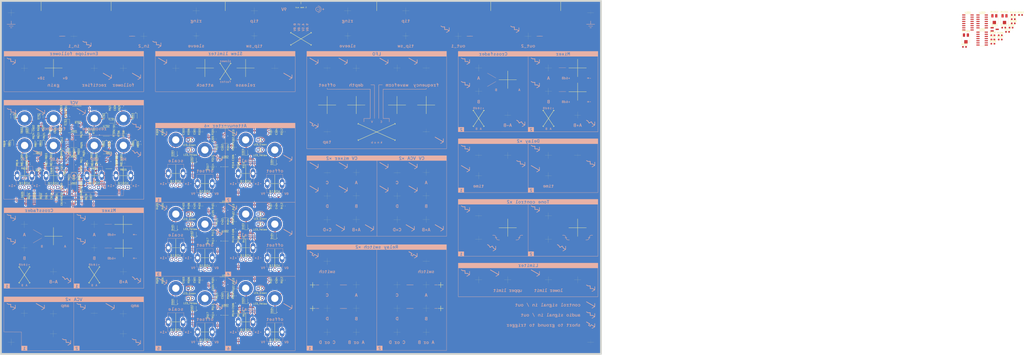
<source format=kicad_pcb>
(kicad_pcb (version 20211014) (generator pcbnew)
  (layers (0 "F.Cu" signal) (31 "B.Cu" signal) (34 "B.Paste" user) (35 "F.Paste" user) (36 "B.SilkS" user "B.Silkscreen") (37 "F.SilkS" user "F.Silkscreen") (38 "B.Mask" user) (39 "F.Mask" user) (44 "Edge.Cuts" user))
  (net 0 "")
  (net 1 "Net-(C301-Pad1)")
  (net 2 "Net-(C301-Pad2)")
  (net 3 "Net-(C302-Pad1)")
  (net 4 "Net-(C302-Pad2)")
  (net 5 "Net-(C303-Pad1)")
  (net 6 "Net-(C303-Pad2)")
  (net 7 "Net-(C304-Pad1)")
  (net 8 "Net-(C304-Pad2)")
  (net 9 "/+9V")
  (net 10 "/GND")
  (net 11 "Net-(D305-Pad1)")
  (net 12 "Net-(D305-Pad2)")
  (net 13 "Net-(D306-Pad1)")
  (net 14 "Net-(D306-Pad2)")
  (net 15 "Net-(R305-Pad2)")
  (net 16 "Net-(R307-Pad2)")
  (net 17 "/+4.5V")
  (net 18 "Net-(R314-Pad1)")
  (net 19 "Net-(R316-Pad1)")
  (net 20 "Net-(RV301-Pad2)")
  (net 21 "Net-(RV302-Pad2)")
  (net 22 "Net-(C401-Pad1)")
  (net 23 "Net-(C401-Pad2)")
  (net 24 "Net-(C402-Pad1)")
  (net 25 "Net-(C402-Pad2)")
  (net 26 "Net-(C403-Pad1)")
  (net 27 "Net-(C403-Pad2)")
  (net 28 "Net-(C404-Pad1)")
  (net 29 "Net-(C404-Pad2)")
  (net 30 "Net-(D405-Pad1)")
  (net 31 "Net-(D405-Pad2)")
  (net 32 "Net-(D406-Pad1)")
  (net 33 "Net-(D406-Pad2)")
  (net 34 "Net-(R405-Pad2)")
  (net 35 "Net-(R407-Pad2)")
  (net 36 "Net-(R414-Pad1)")
  (net 37 "Net-(R416-Pad1)")
  (net 38 "Net-(RV401-Pad2)")
  (net 39 "Net-(RV402-Pad2)")
  (net 40 "Net-(C501-Pad1)")
  (net 41 "Net-(C501-Pad2)")
  (net 42 "Net-(C502-Pad1)")
  (net 43 "Net-(C502-Pad2)")
  (net 44 "Net-(C503-Pad1)")
  (net 45 "Net-(C503-Pad2)")
  (net 46 "Net-(C504-Pad1)")
  (net 47 "Net-(C504-Pad2)")
  (net 48 "Net-(D505-Pad1)")
  (net 49 "Net-(D505-Pad2)")
  (net 50 "Net-(D506-Pad1)")
  (net 51 "Net-(D506-Pad2)")
  (net 52 "Net-(R505-Pad2)")
  (net 53 "Net-(R507-Pad2)")
  (net 54 "Net-(R514-Pad1)")
  (net 55 "Net-(R516-Pad1)")
  (net 56 "Net-(RV501-Pad2)")
  (net 57 "Net-(RV502-Pad2)")
  (net 58 "Net-(C201-Pad1)")
  (net 59 "Net-(C201-Pad2)")
  (net 60 "/VCF/In")
  (net 61 "Net-(C601-Pad2)")
  (net 62 "Net-(C602-Pad1)")
  (net 63 "/VCF/UBP-LBP")
  (net 64 "Net-(C603-Pad1)")
  (net 65 "Net-(C604-Pad1)")
  (net 66 "/VCF/VCA_I_Out1")
  (net 67 "/VCF/UBP")
  (net 68 "Net-(C606-Pad1)")
  (net 69 "/VCF/Out")
  (net 70 "Net-(C607-Pad1)")
  (net 71 "/VCF/VCA_I_Out2")
  (net 72 "/VCF/LBP")
  (net 73 "/2xAttenuverters1/VCF_1_In")
  (net 74 "/2xAttenuverters1/VCF_1_Out")
  (net 75 "Net-(C610-Pad1)")
  (net 76 "/VCF/VCA_I_Out3")
  (net 77 "/VCF/LP")
  (net 78 "Net-(C801-Pad1)")
  (net 79 "/VCF/VCF Audio Outs/HP_Out")
  (net 80 "Net-(C802-Pad1)")
  (net 81 "/VCF/VCF Audio Outs/UBP_Out")
  (net 82 "Net-(C803-Pad1)")
  (net 83 "/VCF/VCF Audio Outs/LBP_Out")
  (net 84 "Net-(C804-Pad1)")
  (net 85 "/VCF/VCF Audio Outs/LP_Out")
  (net 86 "/VCF/(UBP-LBP){slash}2_Clip")
  (net 87 "/VCF/LP_Clip")
  (net 88 "Net-(D604-Pad2)")
  (net 89 "/VCF/VCF CV Ins/Freq_In")
  (net 90 "/VCF/VCF CV Ins/Res_In")
  (net 91 "Net-(D703-Pad1)")
  (net 92 "Net-(D703-Pad2)")
  (net 93 "Net-(D704-Pad1)")
  (net 94 "Net-(D704-Pad2)")
  (net 95 "Net-(Q201-Pad1)")
  (net 96 "Net-(Q201-Pad3)")
  (net 97 "/VCA-LM13700/A1_IN")
  (net 98 "Net-(R201-Pad2)")
  (net 99 "/VCA-LM13700/+9V")
  (net 100 "Net-(R202-Pad2)")
  (net 101 "Net-(R203-Pad1)")
  (net 102 "/VCA-LM13700/CV1_IN")
  (net 103 "Net-(R206-Pad1)")
  (net 104 "/VCA-LM13700/+4.5V")
  (net 105 "/VCA-LM13700/Iabc1")
  (net 106 "Net-(R208-Pad1)")
  (net 107 "/VCA-LM13700/GND")
  (net 109 "Net-(R210-Pad2)")
  (net 110 "Net-(R211-Pad2)")
  (net 111 "Net-(R212-Pad1)")
  (net 112 "Net-(R212-Pad2)")
  (net 113 "Net-(R602-Pad2)")
  (net 114 "Net-(R603-Pad2)")
  (net 115 "/VCF/FB")
  (net 116 "Net-(R609-Pad2)")
  (net 117 "Net-(R610-Pad1)")
  (net 118 "/VCF/HP")
  (net 119 "/VCF/VCA_I_In4")
  (net 120 "/VCF/VCA_I_In1")
  (net 121 "/VCF/HP_Vert")
  (net 122 "Net-(R615-Pad2)")
  (net 123 "/VCF/UBP_Vert")
  (net 124 "/VCF/LBP_Vert")
  (net 125 "/VCF/LP_Vert")
  (net 126 "Net-(R620-Pad2)")
  (net 127 "Net-(R621-Pad2)")
  (net 128 "/VCF/VCA_I_Out4")
  (net 129 "/VCF/VCA_I_In2")
  (net 130 "/VCF/VCA_I_In3")
  (net 131 "Net-(R703-Pad1)")
  (net 132 "Net-(R704-Pad1)")
  (net 133 "Net-(R705-Pad2)")
  (net 134 "Net-(R707-Pad1)")
  (net 135 "/VCF/VCA_VC1")
  (net 136 "Net-(R708-Pad1)")
  (net 137 "/VCF/VCA_VC4")
  (net 138 "Net-(R801-Pad1)")
  (net 139 "Net-(R802-Pad1)")
  (net 140 "Net-(R803-Pad1)")
  (net 141 "Net-(R804-Pad1)")
  (net 142 "Net-(R809-Pad2)")
  (net 143 "Net-(R810-Pad2)")
  (net 144 "Net-(R811-Pad2)")
  (net 145 "Net-(R812-Pad2)")
  (net 146 "Net-(RV202-Pad3)")
  (net 147 "Net-(RV203-Pad3)")
  (net 148 "Net-(RV801-Pad2)")
  (net 149 "Net-(RV802-Pad2)")
  (net 150 "Net-(RV803-Pad2)")
  (net 151 "Net-(RV804-Pad2)")
  (net 158 "/2xAttenuverters1/VCF_2_In")
  (net 159 "/2xAttenuverters1/VCF_2_Out")
  (net 160 "/2xAttenuverters2/VCF_1_In")
  (net 161 "/2xAttenuverters2/VCF_1_Out")
  (net 162 "/2xAttenuverters2/VCF_2_In")
  (net 163 "/2xAttenuverters2/VCF_2_Out")
  (net 164 "/2xAttenuverters3/VCF_1_In")
  (net 165 "/2xAttenuverters3/VCF_1_Out")
  (net 166 "/2xAttenuverters3/VCF_2_In")
  (net 167 "/2xAttenuverters3/VCF_2_Out")
  (footprint "Resistor_SMD:R_0603_1608Metric_Pad0.98x0.95mm_HandSolder" (layer "F.Cu") (at 161.0714 108.7985 90)
    (fp_text reference "R308")
    (fp_text value "100K")
  )
  (footprint "Diode_SMD:D_SOD-323_HandSoldering" (layer "F.Cu") (at 136.965 160.32 90)
    (fp_text reference "D402")
    (fp_text value "D_TVS")
  )
  (footprint "Resistor_SMD:R_0603_1608Metric_Pad0.98x0.95mm_HandSolder" (layer "F.Cu") (at 56.206 137.763 90)
    (fp_text reference "R631")
    (fp_text value "220")
  )
  (footprint "Resistor_SMD:R_0603_1608Metric_Pad0.98x0.95mm_HandSolder" (layer "F.Cu") (at 91.893 114.395 -90)
    (fp_text reference "R801")
    (fp_text value "1K")
  )
  (footprint "Diode_SMD:D_SOD-323_HandSoldering" (layer "F.Cu") (at 125.535 200.64 90)
    (fp_text reference "D501")
    (fp_text value "D_TVS")
  )
  (footprint "Resistor_SMD:R_0603_1608Metric_Pad0.98x0.95mm_HandSolder" (layer "F.Cu") (at 145.855 208.6175 -90)
    (fp_text reference "R517")
    (fp_text value "20K")
  )
  (footprint "Capacitor_SMD:C_0603_1608Metric_Pad1.08x0.95mm_HandSolder" (layer "F.Cu") (at 53.031 114.141 -90)
    (fp_text reference "C803")
    (fp_text value "100n")
  )
  (footprint "Diode_SMD:D_SOD-323_HandSoldering" (layer "F.Cu") (at 167.445 200.005 90)
    (fp_text reference "D503")
    (fp_text value "D_TVS")
  )
  (footprint "Capacitor_SMD:C_0603_1608Metric_Pad1.08x0.95mm_HandSolder" (layer "F.Cu") (at 61.667 89.6035 90)
    (fp_text reference "C702")
    (fp_text value "100n")
  )
  (footprint "Capacitor_SMD:C_0603_1608Metric_Pad1.08x0.95mm_HandSolder" (layer "F.Cu") (at 137.9574 99.531 -90)
    (fp_text reference "C301")
    (fp_text value "10p")
  )
  (footprint "Diode_SMD:D_SOD-323_HandSoldering" (layer "F.Cu") (at 184.5664 117.438 90)
    (fp_text reference "D304")
    (fp_text value "D_TVS")
  )
  (footprint "Diode_SMD:D_SOD-323_HandSoldering" (layer "F.Cu") (at 184.59 205.72 90)
    (fp_text reference "D504")
    (fp_text value "D_TVS")
  )
  (footprint "Resistor_SMD:R_0603_1608Metric_Pad0.98x0.95mm_HandSolder" (layer "F.Cu") (at 627.985 30.075)
    (fp_text reference "R202")
    (fp_text value "8.2K")
  )
  (footprint "Resistor_SMD:R_0603_1608Metric_Pad0.98x0.95mm_HandSolder" (layer "F.Cu") (at 67.382 95.599 180)
    (fp_text reference "R707")
    (fp_text value "1K")
  )
  (footprint "Package_SO:SOIC-14_3.9x8.7mm_P1.27mm" (layer "F.Cu") (at 44.141 117.189)
    (fp_text reference "U802")
    (fp_text value "TL074")
  )
  (footprint "Resistor_SMD:R_0603_1608Metric_Pad0.98x0.95mm_HandSolder" (layer "F.Cu") (at 69.287 111.347 90)
    (fp_text reference "R603")
    (fp_text value "33K")
  )
  (footprint "Capacitor_SMD:C_0603_1608Metric_Pad1.08x0.95mm_HandSolder" (layer "F.Cu") (at 94.687 114.395 90)
    (fp_text reference "C801")
    (fp_text value "100n")
  )
  (footprint "Resistor_SMD:R_0603_1608Metric_Pad0.98x0.95mm_HandSolder" (layer "F.Cu") (at 167.445 207.625 90)
    (fp_text reference "R515")
    (fp_text value "470")
  )
  (footprint "Resistor_SMD:R_0603_1608Metric_Pad0.98x0.95mm_HandSolder" (layer "F.Cu") (at 161.095 207.625 90)
    (fp_text reference "R516")
    (fp_text value "100K")
  )
  (footprint "Potentiometer_SMD:Potentiometer_Bourns_3314J_Vertical" (layer "F.Cu") (at 618.435 32.595)
    (fp_text reference "RV201")
    (fp_text value "100K multiturn")
  )
  (footprint "Package_SO:SOIC-14_3.9x8.7mm_P1.27mm" (layer "F.Cu") (at 85.797 117.189)
    (fp_text reference "U801")
    (fp_text value "TL074")
  )
  (footprint "Resistor_SMD:R_0603_1608Metric_Pad0.98x0.95mm_HandSolder" (layer "F.Cu") (at 623.635 32.585)
    (fp_text reference "R201")
    (fp_text value "30K")
  )
  (footprint "Resistor_SMD:R_0603_1608Metric_Pad0.98x0.95mm_HandSolder" (layer "F.Cu") (at 48.713 101.7985 -90)
    (fp_text reference "R621")
    (fp_text value "3.3K")
  )
  (footprint "Resistor_SMD:R_0603_1608Metric_Pad0.98x0.95mm_HandSolder" (layer "F.Cu") (at 25.091 106.775 90)
    (fp_text reference "R808")
    (fp_text value "200K")
  )
  (footprint "Resistor_SMD:R_0603_1608Metric_Pad0.98x0.95mm_HandSolder" (layer "F.Cu") (at 104.593 107.029 90)
    (fp_text reference "R805")
    (fp_text value "200K")
  )
  (footprint "Resistor_SMD:R_0603_1608Metric_Pad0.98x0.95mm_HandSolder" (layer "F.Cu") (at 75.383 98.901 -90)
    (fp_text reference "R702")
    (fp_text value "100K")
  )
  (footprint "Resistor_SMD:R_0603_1608Metric_Pad0.98x0.95mm_HandSolder" (layer "F.Cu") (at 190.0274 99.531 90)
    (fp_text reference "R312")
    (fp_text value "1K")
  )
  (footprint "Resistor_SMD:R_0603_1608Metric_Pad0.98x0.95mm_HandSolder" (layer "F.Cu") (at 66.493 111.347 90)
    (fp_text reference "R602")
    (fp_text value "33K")
  )
  (footprint "Capacitor_SMD:C_0603_1608Metric_Pad1.08x0.95mm_HandSolder" (layer "F.Cu") (at 186.876 143.683 90)
    (fp_text reference "C404")
    (fp_text value "10p")
  )
  (footprint "Resistor_SMD:R_0603_1608Metric_Pad0.98x0.95mm_HandSolder" (layer "F.Cu") (at 49.983 118.332 -90)
    (fp_text reference "R811")
    (fp_text value "100K")
  )
  (footprint "Capacitor_SMD:C_0603_1608Metric_Pad1.08x0.95mm_HandSolder" (layer "F.Cu") (at 55.317 98.647 -90)
    (fp_text reference "C601")
    (fp_text value "100n")
  )
  (footprint "Resistor_SMD:R_0603_1608Metric_Pad0.98x0.95mm_HandSolder" (layer "F.Cu") (at 190.051 187.813 90)
    (fp_text reference "R512")
    (fp_text value "1K")
  )
  (footprint "Resistor_SMD:R_0603_1608Metric_Pad0.98x0.95mm_HandSolder" (layer "F.Cu") (at 151.443 196.957 90)
    (fp_text reference "R511")
    (fp_text value "1K")
  )
  (footprint "Capacitor_SMD:C_0603_1608Metric_Pad1.08x0.95mm_HandSolder" (layer "F.Cu") (at 76.653 138.271 -90)
    (fp_text reference "C607")
    (fp_text value "1.2n")
  )
  (footprint "Resistor_SMD:R_0603_1608Metric_Pad0.98x0.95mm_HandSolder" (layer "F.Cu") (at 157.8964 108.7985 -90)
    (fp_text reference "R304")
    (fp_text value "100K")
  )
  (footprint "Capacitor_SMD:C_0603_1608Metric_Pad1.08x0.95mm_HandSolder" (layer "F.Cu") (at 59.127 120.237 90)
    (fp_text reference "C613")
    (fp_text value "100n")
  )
  (footprint "Diode_SMD:D_SOD-123" (layer "F.Cu") (at 43.379 137.127 90)
    (fp_text reference "D604")
    (fp_text value "D_Zener")
  )
  (footprint "Package_SO:SOIC-14_3.9x8.7mm_P1.27mm" (layer "F.Cu") (at 67.509 88.741)
    (fp_text reference "U701")
    (fp_text value "TL074")
  )
  (footprint "Diode_SMD:D_SOD-323_HandSoldering" (layer "F.Cu") (at 45.785 90.415 -90)
    (fp_text reference "D701")
    (fp_text value "D_TVS")
  )
  (footprint "Resistor_SMD:R_0603_1608Metric_Pad0.98x0.95mm_HandSolder" (layer "F.Cu") (at 149.03 159.685 90)
    (fp_text reference "R413")
    (fp_text value "470")
  )
  (footprint "Capacitor_SMD:C_0603_1608Metric_Pad1.08x0.95mm_HandSolder" (layer "F.Cu") (at 149.03 148.001 -90)
    (fp_text reference "C405")
    (fp_text value "100n")
  )
  (footprint "Resistor_SMD:R_0603_1608Metric_Pad0.98x0.95mm_HandSolder" (layer "F.Cu") (at 70.811 101.187 90)
    (fp_text reference "R620")
    (fp_text value "10K")
  )
  (footprint "Resistor_SMD:R_0603_1608Metric_Pad0.98x0.95mm_HandSolder" (layer "F.Cu") (at 63.445 126.587 90)
    (fp_text reference "R614")
    (fp_text value "220")
  )
  (footprint "Diode_SMD:D_SOD-323_HandSoldering" (layer "F.Cu") (at 136.965 204.45 90)
    (fp_text reference "D502")
    (fp_text value "D_TVS")
  )
  (footprint "Resistor_SMD:R_0603_1608Metric_Pad0.98x0.95mm_HandSolder" (layer "F.Cu") (at 74.367 118.459 -90)
    (fp_text reference "R814")
    (fp_text value "100K")
  )
  (footprint "Resistor_SMD:R_0603_1608Metric_Pad0.98x0.95mm_HandSolder" (layer "F.Cu") (at 167.4214 119.343 90)
    (fp_text reference "R315")
    (fp_text value "470")
  )
  (footprint "Resistor_SMD:R_0603_1608Metric_Pad0.98x0.95mm_HandSolder" (layer "F.Cu") (at 157.92 152.9505 -90)
    (fp_text reference "R404")
    (fp_text value "100K")
  )
  (footprint "Diode_SMD:D_SOD-323_HandSoldering" (layer "F.Cu") (at 101.799 90.385 -90)
    (fp_text reference "D603")
    (fp_text value "D_TVS")
  )
  (footprint "Resistor_SMD:R_0603_1608Metric_Pad0.98x0.95mm_HandSolder" (layer "F.Cu") (at 46.935 137.763 -90)
    (fp_text reference "R632")
    (fp_text value "3.3K")
  )
  (footprint "Diode_SMD:D_SOD-323_HandSoldering" (layer "F.Cu") (at 167.445 155.875 90)
    (fp_text reference "D403")
    (fp_text value "D_TVS")
  )
  (footprint "Package_SO:SOIC-8_3.9x4.9mm_P1.27mm" (layer "F.Cu") (at 84.243 99.541)
    (fp_text reference "U702")
    (fp_text value "TL072")
  )
  (footprint "Resistor_SMD:R_0603_1608Metric_Pad0.98x0.95mm_HandSolder" (layer "F.Cu") (at 141.156 187.813 90)
    (fp_text reference "R503")
    (fp_text value "100K")
  )
  (footprint "Capacitor_SMD:C_0603_1608Metric_Pad1.08x0.95mm_HandSolder" (layer "F.Cu") (at 137.981 143.683 -90)
    (fp_text reference "C401")
    (fp_text value "10p")
  )
  (footprint "Resistor_SMD:R_0603_1608Metric_Pad0.98x0.95mm_HandSolder" (layer "F.Cu") (at 69.287 126.587 -90)
    (fp_text reference "R613")
    (fp_text value "33K")
  )
  (footprint "Diode_SMD:D_SOD-323_HandSoldering" (layer "F.Cu") (at 84.273 106.775 -90)
    (fp_text reference "D802")
    (fp_text value "D_TVS")
  )
  (footprint "Resistor_SMD:R_0603_1608Metric_Pad0.98x0.95mm_HandSolder" (layer "F.Cu") (at 58.873 85.693 -90)
    (fp_text reference "R703")
    (fp_text value "1K")
  )
  (footprint "Resistor_SMD:R_0603_1608Metric_Pad0.98x0.95mm_HandSolder" (layer "F.Cu") (at 149.0064 115.533 90)
    (fp_text reference "R313")
    (fp_text value "470")
  )
  (footprint "Package_SO:SOIC-14_3.9x8.7mm_P1.27mm" (layer "F.Cu") (at 605.135 33.925)
    (fp_text reference "U203")
    (fp_text value "MCP6004")
  )
  (footprint "Resistor_SMD:R_0603_1608Metric_Pad0.98x0.95mm_HandSolder" (layer "F.Cu") (at 594.635 49.075)
    (fp_text reference "R203")
    (fp_text value "100K")
  )
  (footprint "Capacitor_SMD:C_0603_1608Metric_Pad1.08x0.95mm_HandSolder" (layer "F.Cu") (at 70.811 130.651 90)
    (fp_text reference "C615")
    (fp_text value "100n")
  )
  (footprint "Capacitor_SMD:C_0603_1608Metric_Pad1.08x0.95mm_HandSolder" (layer "F.Cu") (at 76.907 114.141 90)
    (fp_text reference "C802")
    (fp_text value "100n")
  )
  (footprint "Resistor_SMD:R_0603_1608Metric_Pad0.98x0.95mm_HandSolder" (layer "F.Cu") (at 77.161 118.459 -90)
    (fp_text reference "R810")
    (fp_text value "100K")
  )
  (footprint "Package_SO:SOIC-14_3.9x8.7mm_P1.27mm" (layer "F.Cu") (at 65.034 104.489)
    (fp_text reference "U601")
    (fp_text value "TL074")
  )
  (footprint "Capacitor_SMD:C_0603_1608Metric_Pad1.08x0.95mm_HandSolder" (layer "F.Cu") (at 161.0714 115.025 90)
    (fp_text reference "C306")
    (fp_text value "100n")
  )
  (footprint "Capacitor_SMD:C_0603_1608Metric_Pad1.08x0.95mm_HandSolder" (layer "F.Cu") (at 59.192 105.251 90)
    (fp_text reference "C612")
    (fp_text value "100n")
  )
  (footprint "Capacitor_SMD:C_0603_1608Metric_Pad1.08x0.95mm_HandSolder" (layer "F.Cu") (at 70.811 121.253 -90)
    (fp_text reference "C605")
    (fp_text value "220p")
  )
  (footprint "Package_SO:SOIC-14_3.9x8.7mm_P1.27mm" (layer "F.Cu") (at 155.0575 146.223)
    (fp_text reference "U401")
    (fp_text value "MCP6004")
  )
  (footprint "Resistor_SMD:R_0603_1608Metric_Pad0.98x0.95mm_HandSolder" (layer "F.Cu") (at 91.893 118.205 -90)
    (fp_text reference "R809")
    (fp_text value "100K")
  )
  (footprint "Resistor_SMD:R_0603_1608Metric_Pad0.98x0.95mm_HandSolder" (layer "F.Cu") (at 161.095 163.495 90)
    (fp_text reference "R416")
    (fp_text value "100K")
  )
  (footprint "Resistor_SMD:R_0603_1608Metric_Pad0.98x0.95mm_HandSolder" (layer "F.Cu") (at 151.4194 108.675 90)
    (fp_text reference "R311")
    (fp_text value "1K")
  )
  (footprint "Resistor_SMD:R_0603_1608Metric_Pad0.98x0.95mm_HandSolder" (layer "F.Cu") (at 70.811 107.537 -90)
    (fp_text reference "R605")
    (fp_text value "33K")
  )
  (footprint "Resistor_SMD:R_0603_1608Metric_Pad0.98x0.95mm_HandSolder" (layer "F.Cu") (at 79.955 114.141 -90)
    (fp_text reference "R802")
    (fp_text value "1K")
  )
  (footprint "Resistor_SMD:R_0603_1608Metric_Pad0.98x0.95mm_HandSolder" (layer "F.Cu") (at 145.855 164.4875 -90)
    (fp_text reference "R417")
    (fp_text value "20K")
  )
  (footprint "Capacitor_SMD:C_0603_1608Metric_Pad1.08x0.95mm_HandSolder" (layer "F.Cu") (at 137.981 187.813 -90)
    (fp_text reference "C501")
    (fp_text value "10p")
  )
  (footprint "Resistor_SMD:R_0603_1608Metric_Pad0.98x0.95mm_HandSolder" (layer "F.Cu") (at 161.095 148.733 -90)
    (fp_text reference "R402")
    (fp_text value "100K")
  )
  (footprint "Resistor_SMD:R_0603_1608Metric_Pad0.98x0.95mm_HandSolder" (layer "F.Cu") (at 63.572 111.347 -90)
    (fp_text reference "R610")
    (fp_text value "33K")
  )
  (footprint "Resistor_SMD:R_0603_1608Metric_Pad0.98x0.95mm_HandSolder" (layer "F.Cu") (at 90.115 100.679 -90)
    (fp_text reference "R705")
    (fp_text value "10K")
  )
  (footprint "Diode_SMD:D_SOD-323_HandSoldering" (layer "F.Cu") (at 136.9414 116.168 90)
    (fp_text reference "D302")
    (fp_text value "D_TVS")
  )
  (footprint "Diode_SMD:D_SOD-323_HandSoldering" (layer "F.Cu") (at 28.393 106.521 -90)
    (fp_text reference "D804")
    (fp_text value "D_TVS")
  )
  (footprint "Package_TO_SOT_SMD:SOT-23_Handsoldering" (layer "F.Cu") (at 612.585 38.645)
    (fp_text reference "Q201")
    (fp_text value "Q_PNP_BEC")
  )
  (footprint "Resistor_SMD:R_0603_1608Metric_Pad0.98x0.95mm_HandSolder" (layer "F.Cu") (at 94.687 118.205 90)
    (fp_text reference "R813")
    (fp_text value "100K")
  )
  (footprint "Resistor_SMD:R_0603_1608Metric_Pad0.98x0.95mm_HandSolder" (layer "F.Cu") (at 72.335 112.363 90)
    (fp_text reference "R604")
    (fp_text value "33K")
  )
  (footprint "Resistor_SMD:R_0603_1608Metric_Pad0.98x0.95mm_HandSolder" (layer "F.Cu") (at 59.127 113.633 -90)
    (fp_text reference "R609")
    (fp_text value "33K")
  )
  (footprint "Capacitor_SMD:C_0603_1608Metric_Pad1.08x0.95mm_HandSolder" (layer "F.Cu") (at 186.8524 99.531 90)
    (fp_text reference "C304")
    (fp_text value "10p")
  )
  (footprint "Resistor_SMD:R_0603_1608Metric_Pad0.98x0.95mm_HandSolder" (layer "F.Cu") (at 48.205 97.377 90)
    (fp_text reference "R607")
    (fp_text value "33K")
  )
  (footprint "Diode_SMD:D_SOD-323_HandSoldering" (layer "F.Cu") (at 167.4214 111.723 90)
    (fp_text reference "D303")
    (fp_text value "D_TVS")
  )
  (footprint "Package_SO:SOIC-16_3.9x9.9mm_P1.27mm" (layer "F.Cu") (at 64.969 135.985)
    (fp_text reference "U603")
    (fp_text value "SSI2164")
  )
  (footprint "Resistor_SMD:R_0603_1608Metric_Pad0.98x0.95mm_HandSolder" (layer "F.Cu") (at 43.633 106.775 90)
    (fp_text reference "R807")
    (fp_text value "200K")
  )
  (footprint "Capacitor_SMD:C_0603_1608Metric_Pad1.08x0.95mm_HandSolder" (layer "F.Cu") (at 90.115 96.869 -90)
    (fp_text reference "C701")
    (fp_text value "100n")
  )
  (footprint "Capacitor_SMD:C_0603_1608Metric_Pad1.08x0.95mm_HandSolder" (layer "F.Cu") (at 79.941 118.049 90)
    (fp_text reference "C806")
    (fp_text value "100n")
  )
  (footprint "Potentiometer_SMD:Potentiometer_Bourns_3314J_Vertical" (layer "F.Cu") (at 612.385 32.595)
    (fp_text reference "RV202")
    (fp_text value "1K")
  )
  (footprint "Diode_SMD:D_SOD-323_HandSoldering" (layer "F.Cu") (at 46.935 106.521 -90)
    (fp_text reference "D803")
    (fp_text value "D_TVS")
  )
  (footprint "Resistor_SMD:R_0603_1608Metric_Pad0.98x0.95mm_HandSolder" (layer "F.Cu") (at 611.535 47.195)
    (fp_text reference "R209")
    (fp_text value "680")
  )
  (footprint "Resistor_SMD:R_0603_1608Metric_Pad0.98x0.95mm_HandSolder" (layer "F.Cu") (at 38.299 114.141 90)
    (fp_text reference "R804")
    (fp_text value "1K")
  )
  (footprint "Capacitor_SMD:C_0603_1608Metric_Pad1.08x0.95mm_HandSolder" (layer "F.Cu") (at 161.095 159.177 90)
    (fp_text reference "C406")
    (fp_text value "100n")
  )
  (footprint "Resistor_SMD:R_0603_1608Metric_Pad0.98x0.95mm_HandSolder" (layer "F.Cu") (at 149.03 203.815 90)
    (fp_text reference "R513")
    (fp_text value "470")
  )
  (footprint "Resistor_SMD:R_0603_1608Metric_Pad0.98x0.95mm_HandSolder" (layer "F.Cu") (at 161.0714 100.136 -90)
    (fp_text reference "R310")
    (fp_text value "100K")
  )
  (footprint "Capacitor_SMD:C_0603_1608Metric_Pad1.08x0.95mm_HandSolder" (layer "F.Cu") (at 154.7214 108.7985 90)
    (fp_text reference "C302")
    (fp_text value "10p")
  )
  (footprint "Package_SO:SOIC-14_3.9x8.7mm_P1.27mm" (layer "F.Cu") (at 605.135 44.135)
    (fp_text reference "U202")
    (fp_text value "MCP6004")
  )
  (footprint "Resistor_SMD:R_0603_1608Metric_Pad0.98x0.95mm_HandSolder" (layer "F.Cu") (at 145.8314 120.3355 -90)
    (fp_text reference "R317")
    (fp_text value "20K")
  )
  (footprint "Resistor_SMD:R_0603_1608Metric_Pad0.98x0.95mm_HandSolder" (layer "F.Cu") (at 623.635 35.095)
    (fp_text reference "R208")
    (fp_text value "5K")
  )
  (footprint "Resistor_SMD:R_0603_1608Metric_Pad0.98x0.95mm_HandSolder" (layer "F.Cu") (at 190.051 143.683 90)
    (fp_text reference "R412")
    (fp_text value "1K")
  )
  (footprint "Resistor_SMD:R_0603_1608Metric_Pad0.98x0.95mm_HandSolder" (layer "F.Cu") (at 45.411 97.377 -90)
    (fp_text reference "R608")
    (fp_text value "33K")
  )
  (footprint "Resistor_SMD:R_0603_1608Metric_Pad0.98x0.95mm_HandSolder" (layer "F.Cu") (at 164.27 207.625 90)
    (fp_text reference "R518")
    (fp_text value "20K")
  )
  (footprint "Resistor_SMD:R_0603_1608Metric_Pad0.98x0.95mm_HandSolder" (layer "F.Cu") (at 70.811 134.461 90)
    (fp_text reference "R619")
    (fp_text value "220")
  )
  (footprint "Resistor_SMD:R_0603_1608Metric_Pad0.98x0.95mm_HandSolder" (layer "F.Cu") (at 59.127 131.921 -90)
    (fp_text reference "R612")
    (fp_text value "22K")
  )
  (footprint "Diode_SMD:D_SOD-323_HandSoldering" (layer "F.Cu") (at 125.535 156.51 90)
    (fp_text reference "D401")
    (fp_text value "D_TVS")
  )
  (footprint "Resistor_SMD:R_0603_1608Metric_Pad0.98x0.95mm_HandSolder" (layer "F.Cu") (at 134.806 143.683 90)
    (fp_text reference "R406")
    (fp_text value "100K")
  )
  (footprint "Resistor_SMD:R_0603_1608Metric_Pad0.98x0.95mm_HandSolder" (layer "F.Cu") (at 59.127 137.763 -90)
    (fp_text reference "R630")
    (fp_text value "33K")
  )
  (footprint "Resistor_SMD:R_0603_1608Metric_Pad0.98x0.95mm_HandSolder" (layer "F.Cu") (at 119.185 143.937 -90)
    (fp_text reference "R405")
    (fp_text value "100K")
  )
  (footprint "Resistor_SMD:R_0603_1608Metric_Pad0.98x0.95mm_HandSolder" (layer "F.Cu") (at 52.269 98.647 -90)
    (fp_text reference "R601")
    (fp_text value "1M")
  )
  (footprint "Resistor_SMD:R_0603_1608Metric_Pad0.98x0.95mm_HandSolder" (layer "F.Cu") (at 95.957 100.679 -90)
    (fp_text reference "R708")
    (fp_text value "1K")
  )
  (footprint "Resistor_SMD:R_0603_1608Metric_Pad0.98x0.95mm_HandSolder" (layer "F.Cu") (at 183.574 143.683 90)
    (fp_text reference "R407")
    (fp_text value "100K")
  )
  (footprint "Resistor_SMD:R_0603_1608Metric_Pad0.98x0.95mm_HandSolder" (layer "F.Cu") (at 157.92 197.0805 -90)
    (fp_text reference "R504")
    (fp_text value "100K")
  )
  (footprint "Resistor_SMD:R_0603_1608Metric_Pad0.98x0.95mm_HandSolder" (layer "F.Cu") (at 59.127 109.569 -90)
    (fp_text reference "R627")
    (fp_text value "30K")
  )
  (footprint "Resistor_SMD:R_0603_1608Metric_Pad0.98x0.95mm_HandSolder" (layer "F.Cu") (at 149.0064 99.531 90)
    (fp_text reference "R301")
    (fp_text value "100K")
  )
  (footprint "Diode_SMD:D_SOD-323_HandSoldering" (layer "F.Cu") (at 125.5114 112.358 90)
    (fp_text reference "D301")
    (fp_text value "D_TVS")
  )
  (footprint "Resistor_SMD:R_0603_1608Metric_Pad0.98x0.95mm_HandSolder" (layer "F.Cu") (at 134.7824 99.531 90)
    (fp_text reference "R306")
    (fp_text value "100K")
  )
  (footprint "Resistor_SMD:R_0603_1608Metric_Pad0.98x0.95mm_HandSolder" (layer "F.Cu") (at 161.095 144.288 -90)
    (fp_text reference "R410")
    (fp_text value "100K")
  )
  (footprint "Resistor_SMD:R_0603_1608Metric_Pad0.98x0.95mm_HandSolder" (layer "F.Cu") (at 141.156 143.683 90)
    (fp_text reference "R403")
    (fp_text value "100K")
  )
  (footprint "Resistor_SMD:R_0603_1608Metric_Pad0.98x0.95mm_HandSolder" (layer "F.Cu") (at 70.811 116.3 90)
    (fp_text reference "R611")
    (fp_text value "33K")
  )
  (footprint "Resistor_SMD:R_0603_1608Metric_Pad0.98x0.95mm_HandSolder" (layer "F.Cu") (at 149.03 208.6175 -90)
    (fp_text reference "R514")
    (fp_text value "100K")
  )
  (footprint "Resistor_SMD:R_0603_1608Metric_Pad0.98x0.95mm_HandSolder" (layer "F.Cu") (at 149.03 187.813 90)
    (fp_text reference "R501")
    (fp_text value "100K")
  )
  (footprint "Resistor_SMD:R_0603_1608Metric_Pad0.98x0.95mm_HandSolder" (layer "F.Cu") (at 116.01 143.937 90)
    (fp_text reference "R409")
    (fp_text value "100K")
  )
  (footprint "Resistor_SMD:R_0603_1608Metric_Pad0.98x0.95mm_HandSolder" (layer "F.Cu") (at 164.2464 119.343 90)
    (fp_text reference "R318")
    (fp_text value "20K")
  )
  (footprint "Resistor_SMD:R_0603_1608Metric_Pad0.98x0.95mm_HandSolder" (layer "F.Cu") (at 161.095 152.9505 90)
    (fp_text reference "R408")
    (fp_text value "100K")
  )
  (footprint "Package_SO:SOIC-14_3.9x8.7mm_P1.27mm" (layer "F.Cu") (at 64.969 119.221)
    (fp_text reference "U602")
    (fp_text value "TL074")
  )
  (footprint "Capacitor_SMD:C_0603_1608Metric_Pad1.08x0.95mm_HandSolder" (layer "F.Cu") (at 90.623 85.185 -90)
    (fp_text reference "C606")
    (fp_text value "100n")
  )
  (footprint "Resistor_SMD:R_0603_1608Metric_Pad0.98x0.95mm_HandSolder" (layer "F.Cu") (at 617.985 37.625)
    (fp_text reference "R212")
    (fp_text value "20K")
  )
  (footprint "Capacitor_SMD:C_0603_1608Metric_Pad1.08x0.95mm_HandSolder" (layer "F.Cu") (at 59.127 141.573 90)
    (fp_text reference "C616")
    (fp_text value "100n")
  )
  (footprint "Capacitor_SMD:C_0603_1608Metric_Pad1.08x0.95mm_HandSolder" (layer "F.Cu") (at 149.03 192.131 -90)
    (fp_text reference "C505")
    (fp_text value "100n")
  )
  (footprint "Resistor_SMD:R_0603_1608Metric_Pad0.98x0.95mm_HandSolder" (layer "F.Cu") (at 161.095 188.418 -90)
    (fp_text reference "R510")
    (fp_text value "100K")
  )
  (footprint "Resistor_SMD:R_0603_1608Metric_Pad0.98x0.95mm_HandSolder" (layer "F.Cu") (at 78.177 98.901 -90)
    (fp_text reference "R704")
    (fp_text value "1K")
  )
  (footprint "Resistor_SMD:R_0603_1608Metric_Pad0.98x0.95mm_HandSolder" (layer "F.Cu") (at 615.885 44.685)
    (fp_text reference "R207")
    (fp_text value "1K")
  )
  (footprint "Resistor_SMD:R_0603_1608Metric_Pad0.98x0.95mm_HandSolder" (layer "F.Cu") (at 93.036 100.679 -90)
    (fp_text reference "R706")
    (fp_text value "5.6K")
  )
  (footprint "Resistor_SMD:R_0603_1608Metric_Pad0.98x0.95mm_HandSolder" (layer "F.Cu") (at 94.433 123.539)
    (fp_text reference "R615")
    (fp_text value "10K")
  )
  (footprint "Resistor_SMD:R_0603_1608Metric_Pad0.98x0.95mm_HandSolder" (layer "F.Cu") (at 622.335 37.625)
    (fp_text reference "R205")
    (fp_text value "10K")
  )
  (footprint "Resistor_SMD:R_0603_1608Metric_Pad0.98x0.95mm_HandSolder" (layer "F.Cu") (at 87.829 85.185 90)
    (fp_text reference "R622")
    (fp_text value "1K")
  )
  (footprint "Resistor_SMD:R_0603_1608Metric_Pad0.98x0.95mm_HandSolder" (layer "F.Cu") (at 151.443 152.827 90)
    (fp_text reference "R411")
    (fp_text value "1K")
  )
  (footprint "Resistor_SMD:R_0603_1608Metric_Pad0.98x0.95mm_HandSolder" (layer "F.Cu") (at 119.185 188.067 -90)
    (fp_text reference "R505")
    (fp_text value "100K")
  )
  (footprint "Capacitor_SMD:C_0603_1608Metric_Pad1.08x0.95mm_HandSolder" (layer "F.Cu") (at 154.745 197.0805 90)
    (fp_text reference "C502")
    (fp_text value "10p")
  )
  (footprint "Package_SO:SOIC-8_3.9x4.9mm_P1.27mm" (layer "F.Cu") (at 154.999 161.971)
    (fp_text reference "U402")
    (fp_text value "TL072")
  )
  (footprint "Diode_SMD:D_SOD-323_HandSoldering" (layer "F.Cu") (at 35.505 98.667 -90)
    (fp_text reference "D602")
    (fp_text value "D")
  )
  (footprint "Resistor_SMD:R_0603_1608Metric_Pad0.98x0.95mm_HandSolder" (layer "F.Cu") (at 611.535 42.175)
    (fp_text reference "R204")
    (fp_text value "100K")
  )
  (footprint "Resistor_SMD:R_0603_1608Metric_Pad0.98x0.95mm_HandSolder" (layer "F.Cu") (at 164.27 163.495 90)
    (fp_text reference "R418")
    (fp_text value "20K")
  )
  (footprint "Capacitor_SMD:C_0603_1608Metric_Pad1.08x0.95mm_HandSolder" (layer "F.Cu") (at 131.631 187.813 -90)
    (fp_text reference "C503")
    (fp_text value "10p")
  )
  (footprint "Resistor_SMD:R_0603_1608Metric_Pad0.98x0.95mm_HandSolder" (layer "F.Cu") (at 119.1614 99.785 -90)
    (fp_text reference "R305")
    (fp_text value "100K")
  )
  (footprint "Resistor_SMD:R_0603_1608Metric_Pad0.98x0.95mm_HandSolder" (layer "F.Cu") (at 615.885 42.175)
    (fp_text reference "R206")
    (fp_text value "30K")
  )
  (footprint "Capacitor_SMD:C_0603_1608Metric_Pad1.08x0.95mm_HandSolder" (layer "F.Cu") (at 131.6074 99.531 -90)
    (fp_text reference "C303")
    (fp_text value "10p")
  )
  (footprint "Resistor_SMD:R_0603_1608Metric_Pad0.98x0.95mm_HandSolder" (layer "F.Cu") (at 115.9864 99.785 90)
    (fp_text reference "R309")
    (fp_text value "100K")
  )
  (footprint "Capacitor_SMD:C_0603_1608Metric_Pad1.08x0.95mm_HandSolder" (layer "F.Cu") (at 53.031 122.777 -90)
    (fp_text reference "C608")
    (fp_text value "220p")
  )
  (footprint "Package_SO:SOIC-16_3.9x9.9mm_P1.27mm" (layer "F.Cu") (at 596.685 34.545)
    (fp_text reference "U201")
    (fp_text value "LM13700")
  )
  (footprint "Resistor_SMD:R_0603_1608Metric_Pad0.98x0.95mm_HandSolder" (layer "F.Cu") (at 167.445 163.495 90)
    (fp_text reference "R415")
    (fp_text value "470")
  )
  (footprint "Capacitor_SMD:C_0603_1608Metric_Pad1.08x0.95mm_HandSolder" (layer "F.Cu") (at 66.366 126.587 90)
    (fp_text reference "C604")
    (fp_text value "1.2n")
  )
  (footprint "Resistor_SMD:R_0603_1608Metric_Pad0.98x0.95mm_HandSolder" (layer "F.Cu") (at 161.095 197.0805 90)
    (fp_text reference "R508")
    (fp_text value "100K")
  )
  (footprint "Capacitor_SMD:C_0603_1608Metric_Pad1.08x0.95mm_HandSolder" (layer "F.Cu") (at 53.285 137.763 -90)
    (fp_text reference "C610")
    (fp_text value "1.2n")
  )
  (footprint "Resistor_SMD:R_0603_1608Metric_Pad0.98x0.95mm_HandSolder" (layer "F.Cu") (at 77.161 122.777)
    (fp_text reference "R616")
    (fp_text value "10K")
  )
  (footprint "Resistor_SMD:R_0603_1608Metric_Pad0.98x0.95mm_HandSolder" (layer "F.Cu") (at 161.095 192.863 -90)
    (fp_text reference "R502")
    (fp_text value "100K")
  )
  (footprint "Diode_SMD:D_SOD-323_HandSoldering" (layer "F.Cu") (at 84.205 90.395 -90)
    (fp_text reference "D702")
    (fp_text value "D_TVS")
  )
  (footprint "Capacitor_SMD:C_0603_1608Metric_Pad1.08x0.95mm_HandSolder" (layer "F.Cu") (at 49.983 137.763 90)
    (fp_text reference "C614")
    (fp_text value "220p")
  )
  (footprint "Resistor_SMD:R_0603_1608Metric_Pad0.98x0.95mm_HandSolder" (layer "F.Cu") (at 32.711 118.078 -90)
    (fp_text reference "R816")
    (fp_text value "100K")
  )
  (footprint "Resistor_SMD:R_0603_1608Metric_Pad0.98x0.95mm_HandSolder" (layer "F.Cu") (at 149.0064 120.3355 -90)
    (fp_text reference "R314")
    (fp_text value "100K")
  )
  (footprint "Resistor_SMD:R_0603_1608Metric_Pad0.98x0.95mm_HandSolder" (layer "F.Cu") (at 44.141 124.047)
    (fp_text reference "R617")
    (fp_text value "10K")
  )
  (footprint "Resistor_SMD:R_0603_1608Metric_Pad0.98x0.95mm_HandSolder" (layer "F.Cu") (at 35.505 118.078 -90)
    (fp_text reference "R812")
    (fp_text value "100K")
  )
  (footprint "Resistor_SMD:R_0603_1608Metric_Pad0.98x0.95mm_HandSolder" (layer "F.Cu") (at 141.1324 99.531 90)
    (fp_text reference "R303")
    (fp_text value "100K")
  )
  (footprint "Resistor_SMD:R_0603_1608Metric_Pad0.98x0.95mm_HandSolder" (layer "F.Cu") (at 42.363 101.949 90)
    (fp_text reference "R624")
    (fp_text value "330K")
  )
  (footprint "Diode_SMD:D_SOD-323_HandSoldering" (layer "F.Cu") (at 28.385 90.415 -90)
    (fp_text reference "D606")
    (fp_text value "D_TVS")
  )
  (footprint "Resistor_SMD:R_0603_1608Metric_Pad0.98x0.95mm_HandSolder" (layer "F.Cu") (at 623.635 30.075)
    (fp_text reference "R210")
    (fp_text value "30K")
  )
  (footprint "Package_SO:SOIC-8_3.9x4.9mm_P1.27mm" (layer "F.Cu") (at 154.999 206.101)
    (fp_text reference "U502")
    (fp_text value "TL072")
  )
  (footprint "Resistor_SMD:R_0603_1608Metric_Pad0.98x0.95mm_HandSolder" (layer "F.Cu") (at 620.235 40.135)
    (fp_text reference "R211")
    (fp_text value "8.2K")
  )
  (footprint "Resistor_SMD:R_0603_1608Metric_Pad0.98x0.95mm_HandSolder" (layer "F.Cu") (at 93.417 85.185 90)
    (fp_text reference "R628")
    (fp_text value "200K")
  )
  (footprint "Capacitor_SMD:C_0603_1608Metric_Pad1.08x0.95mm_HandSolder" (layer "F.Cu") (at 149.0064 103.849 -90)
    (fp_text reference "C305")
    (fp_text value "100n")
  )
  (footprint "Package_SO:SOIC-8_3.9x4.9mm_P1.27mm" (layer "F.Cu") (at 154.9754 117.819)
    (fp_text reference "U302")
    (fp_text value "TL072")
  )
  (footprint "Package_SO:SOIC-14_3.9x8.7mm_P1.27mm" (layer "F.Cu") (at 155.0575 190.353)
    (fp_text reference "U501")
    (fp_text value "MCP6004")
  )
  (footprint "Resistor_SMD:R_0603_1608Metric_Pad0.98x0.95mm_HandSolder" (layer "F.Cu") (at 116.01 188.067 90)
    (fp_text reference "R509")
    (fp_text value "100K")
  )
  (footprint "Resistor_SMD:R_0603_1608Metric_Pad0.98x0.95mm_HandSolder" (layer "F.Cu") (at 183.5504 99.531 90)
    (fp_text reference "R307")
    (fp_text value "100K")
  )
  (footprint "Resistor_SMD:R_0603_1608Metric_Pad0.98x0.95mm_HandSolder" (layer "F.Cu") (at 87.575 106.775 90)
    (fp_text reference "R806")
    (fp_text value "200K")
  )
  (footprint "Capacitor_SMD:C_0603_1608Metric_Pad1.08x0.95mm_HandSolder" (layer "F.Cu") (at 161.095 203.307 90)
    (fp_text reference "C506")
    (fp_text value "100n")
  )
  (footprint "Diode_SMD:D_SOD-323_HandSoldering" (layer "F.Cu") (at 39.061 98.667 90)
    (fp_text reference "D601")
    (fp_text value "D")
  )
  (footprint "Resistor_SMD:R_0603_1608Metric_Pad0.98x0.95mm_HandSolder" (layer "F.Cu") (at 149.03 143.683 90)
    (fp_text reference "R401")
    (fp_text value "100K")
  )
  (footprint "Resistor_SMD:R_0603_1608Metric_Pad0.98x0.95mm_HandSolder" (layer "F.Cu") (at 53.031 118.332 -90)
    (fp_text reference "R815")
    (fp_text value "100K")
  )
  (footprint "Resistor_SMD:R_0603_1608Metric_Pad0.98x0.95mm_HandSolder" (layer "F.Cu") (at 183.574 187.813 90)
    (fp_text reference "R507")
    (fp_text value "100K")
  )
  (footprint "Diode_SMD:D_SOD-323_HandSoldering" (layer "F.Cu") (at 87.448 93.694 180)
    (fp_text reference "D704")
    (fp_text value "D")
  )
  (footprint "Diode_SMD:D_SOD-323_HandSoldering" (layer "F.Cu") (at 184.59 161.59 90)
    (fp_text reference "D404")
    (fp_text value "D_TVS")
  )
  (footprint "Diode_SMD:D_SOD-123" (layer "F.Cu") (at 36.267 137.001 90)
    (fp_text reference "D605")
    (fp_text value "D_Zener")
  )
  (footprint "Capacitor_SMD:C_0603_1608Metric_Pad1.08x0.95mm_HandSolder" (layer "F.Cu") (at 611.535 44.685)
    (fp_text reference "C201")
    (fp_text value "470p")
  )
  (footprint "Resistor_SMD:R_0603_1608Metric_Pad0.98x0.95mm_HandSolder" (layer "F.Cu") (at 58.365 98.647 90)
    (fp_text reference "R606")
    (fp_text value "200K")
  )
  (footprint "Resistor_SMD:R_0603_1608Metric_Pad0.98x0.95mm_HandSolder" (layer "F.Cu") (at 149.03 164.4875 -90)
    (fp_text reference "R414")
    (fp_text value "100K")
  )
  (footprint "Capacitor_SMD:C_0603_1608Metric_Pad1.08x0.95mm_HandSolder" (layer "F.Cu") (at 35.505 114.141 -90)
    (fp_text reference "C804")
    (fp_text value "100n")
  )
  (footprint "Resistor_SMD:R_0603_1608Metric_Pad0.98x0.95mm_HandSolder" (layer "F.Cu") (at 39.823 137.763 90)
    (fp_text reference "R625")
    (fp_text value "33K")
  )
  (footprint "Diode_SMD:D_SOD-323_HandSoldering" (layer "F.Cu") (at 61.54 93.948 -90)
    (fp_text reference "D703")
    (fp_text value "D")
  )
  (footprint "Resistor_SMD:R_0603_1608Metric_Pad0.98x0.95mm_HandSolder" (layer "F.Cu") (at 49.983 114.141 90)
    (fp_text reference "R803")
    (fp_text value "1K")
  )
  (footprint "Resistor_SMD:R_0603_1608Metric_Pad0.98x0.95mm_HandSolder" (layer "F.Cu") (at 161.0714 104.581 -90)
    (fp_text reference "R302")
    (fp_text value "100K")
  )
  (footprint "Diode_SMD:D_SOD-323_HandSoldering" (layer "F.Cu") (at 101.545 106.521 -90)
    (fp_text reference "D801")
    (fp_text value "D_TVS")
  )
  (footprint "Resistor_SMD:R_0603_1608Metric_Pad0.98x0.95mm_HandSolder" (layer "F.Cu") (at 70.811 138.271 -90)
    (fp_text reference "R626")
    (fp_text value "33K")
  )
  (footprint "Capacitor_SMD:C_0603_1608Metric_Pad1.08x0.95mm_HandSolder" (layer "F.Cu") (at 38.372 118.0025 90)
    (fp_text reference "C805")
    (fp_text value "100n")
  )
  (footprint "Capacitor_SMD:C_0603_1608Metric_Pad1.08x0.95mm_HandSolder" (layer "F.Cu") (at 186.876 187.813 90)
    (fp_text reference "C504")
    (fp_text value "10p")
  )
  (footprint "Capacitor_SMD:C_0603_1608Metric_Pad1.08x0.95mm_HandSolder" (layer "F.Cu") (at 154.745 152.9505 90)
    (fp_text reference "C402")
    (fp_text value "10p")
  )
  (footprint "Potentiometer_SMD:Potentiometer_Bourns_3314J_Vertical" (layer "F.Cu") (at 595.485 44.045)
    (fp_text reference "RV203")
    (fp_text value "1K")
  )
  (footprint "Resistor_SMD:R_0603_1608Metric_Pad0.98x0.95mm_HandSolder" (layer "F.Cu") (at 45.411 101.7985 -90)
    (fp_text reference "R623")
    (fp_text value "33K")
  )
  (footprint "Resistor_SMD:R_0603_1608Metric_Pad0.98x0.95mm_HandSolder" (layer "F.Cu") (at 161.0714 119.343 90)
    (fp_text reference "R316")
    (fp_text value "100K")
  )
  (footprint "Resistor_SMD:R_0603_1608Metric_Pad0.98x0.95mm_HandSolder" (layer "F.Cu") (at 134.806 187.813 90)
    (fp_text reference "R506")
    (fp_text value "100K")
  )
  (footprint "Resistor_SMD:R_0603_1608Metric_Pad0.98x0.95mm_HandSolder" (layer "F.Cu") (at 35.505 122.777)
    (fp_text reference "R618")
    (fp_text value "10K")
  )
  (footprint "Capacitor_SMD:C_0603_1608Metric_Pad1.08x0.95mm_HandSolder" (layer "F.Cu") (at 42.363 97.377 90)
    (fp_text reference "C602")
    (fp_text value "220p")
  )
  (footprint "Resistor_SMD:R_0603_1608Metric_Pad0.98x0.95mm_HandSolder" (layer "F.Cu") (at 73.732 138.271 90)
    (fp_text reference "R629")
    (fp_text value "220")
  )
  (footprint "Resistor_SMD:R_0603_1608Metric_Pad0.98x0.95mm_HandSolder" (layer "F.Cu") (at 61.667 85.693 -90)
    (fp_text reference "R701")
    (fp_text value "100K")
  )
  (footprint "Capacitor_SMD:C_0603_1608Metric_Pad1.08x0.95mm_HandSolder" (layer "F.Cu") (at 60.397 126.587 -90)
    (fp_text reference "C603")
    (fp_text value "1.2n")
  )
  (footprint "Capacitor_SMD:C_0603_1608Metric_Pad1.08x0.95mm_HandSolder" (layer "F.Cu") (at 131.631 143.683 -90)
    (fp_text reference "C403")
    (fp_text value "10p")
  )
  (footprint "Package_SO:SOIC-14_3.9x8.7mm_P1.27mm" (layer "F.Cu") (at 155.0339 102.071)
    (fp_text reference "U301")
    (fp_text value "MCP6004")
  )
  (footprint "MountingHole:MountingHole_4.3mm_M4_Pad_TopBottom" (layer "B.Cu") (at 125.5858 192.639 180)
    (fp_text reference "H501" hide)
    (fp_text value "2xAttenuverters3_1_In")
  )
  (footprint "LED_THT:LED_D3.0mm" (layer "B.Cu") (at 174.53 154.495)
    (fp_text reference "D408" hide)
    (fp_text value "LED_Yellow")
  )
  (footprint "MountingHole:MountingHole_4.3mm_M4_Pad_TopBottom" (layer "B.Cu") (at 52.855 107.725 180)
    (fp_text reference "H803")
    (fp_text value "LBP_Out")
  )
  (footprint "R0904NB10KL-25KQ:V2_TRIM_R0904NB10KL-25KQ-" (layer "B.Cu") (at 35.645 125.605 180)
    (fp_text reference "RV804")
    (fp_text value "B100K")
  )
  (footprint "LED_THT:LED_D3.0mm" (layer "B.Cu") (at 132.9486 104.353)
    (fp_text reference "D305" hide)
    (fp_text value "LED_Green")
  )
  (footprint "LED_THT:LED_D3.0mm" (layer "B.Cu") (at 174.53 148.495)
    (fp_text reference "D406" hide)
    (fp_text value "LED_Green")
  )
  (footprint "R0904NB10KL-25KQ:V2_TRIM_R0904NB10KL-25KQ-" (layer "B.Cu") (at 125.5368 124.3468 180)
    (fp_text reference "RV301" hide)
    (fp_text value "B100K")
  )
  (footprint "R0904NB10KL-25KQ:V2_TRIM_R0904NB10KL-25KQ-" (layer "B.Cu") (at 125.5604 168.4988 180)
    (fp_text reference "RV401" hide)
    (fp_text value "B100K")
  )
  (footprint "MountingHole:MountingHole_4.3mm_M4_Pad_TopBottom" (layer "B.Cu") (at 184.465 198.625 180)
    (fp_text reference "H504" hide)
    (fp_text value "2xAttenuverters3_2_Out" hide)
  )
  (footprint "R0904NB10KL-25KQ:V2_TRIM_R0904NB10KL-25KQ-" (layer "B.Cu") (at 52.865 125.595 180)
    (fp_text reference "RV803")
    (fp_text value "B100K")
  )
  (footprint "R0904NB10KL-25KQ:V2_TRIM_R0904NB10KL-25KQ-" (layer "B.Cu") (at 184.445 218.625 180)
    (fp_text reference "RV504" hide)
    (fp_text value "B100K")
  )
  (footprint "Graphics" (layer "B.Cu") (at 378.435 21.685 180)
    (fp_text reference "")
    (fp_text value "")
  )
  (footprint "LED_THT:LED_D3.0mm" (layer "B.Cu") (at 174.53 198.625)
    (fp_text reference "D508" hide)
    (fp_text value "LED_Yellow")
  )
  (footprint "LED_THT:LED_D3.0mm" (layer "B.Cu") (at 174.5064 110.343)
    (fp_text reference "D308" hide)
    (fp_text value "LED_Yellow")
  )
  (footprint "R0904NB10KL-25KQ:V2_TRIM_R0904NB10KL-25KQ-" (layer "B.Cu") (at 94.415 125.605 180)
    (fp_text reference "RV801")
    (fp_text value "B100K")
  )
  (footprint "MountingHole:MountingHole_4.3mm_M4_Pad_TopBottom" (layer "B.Cu") (at 184.4414 110.343 180)
    (fp_text reference "H304" hide)
    (fp_text value "2xAttenuverters1_2_Out" hide)
  )
  (footprint "R0904NB10KL-25KQ:V2_TRIM_R0904NB10KL-25KQ-" (layer "B.Cu") (at 184.4214 130.343 180)
    (fp_text reference "RV304" hide)
    (fp_text value "B100K")
  )
  (footprint "LED_THT:LED_D3.0mm" (layer "B.Cu") (at 132.9722 192.635)
    (fp_text reference "D505" hide)
    (fp_text value "LED_Green")
  )
  (footprint "R0904NB10KL-25KQ:V2_TRIM_R0904NB10KL-25KQ-" (layer "B.Cu") (at 167.1114 124.343 180)
    (fp_text reference "RV302" hide)
    (fp_text value "B100K")
  )
  (footprint "R0904NB10KL-25KQ:V2_TRIM_R0904NB10KL-25KQ-" (layer "B.Cu") (at 142.885 130.335 180)
    (fp_text reference "RV303" hide)
    (fp_text value "B100K")
  )
  (footprint "MountingHole:MountingHole_4.3mm_M4_Pad_TopBottom" (layer "B.Cu") (at 77.115 91.625 180)
    (fp_text reference "H702")
    (fp_text value "Res_In")
  )
  (footprint "R0904NB10KL-25KQ:V2_TRIM_R0904NB10KL-25KQ-" (layer "B.Cu") (at 184.445 174.495 180)
    (fp_text reference "RV404" hide)
    (fp_text value "B100K")
  )
  (footprint "MountingHole:MountingHole_4.3mm_M4_Pad_TopBottom" (layer "B.Cu") (at 167.155 192.615 180)
    (fp_text reference "H503" hide)
    (fp_text value "2xAttenuverters3_2_In" hide)
  )
  (footprint "R0904NB10KL-25KQ:V2_TRIM_R0904NB10KL-25KQ-" (layer "B.Cu") (at 77.11 125.61 180)
    (fp_text reference "RV802")
    (fp_text value "B100K")
  )
  (footprint "MountingHole:MountingHole_4.3mm_M4_Pad_TopBottom" (layer "B.Cu") (at 35.655 91.665 180)
    (fp_text reference "H602")
    (fp_text value "In")
  )
  (footprint "Graphics" (layer "B.Cu") (at 378.435 21.685 180)
    (fp_text reference "")
    (fp_text value "")
  )
  (footprint "Graphics" (layer "B.Cu") (at 378.435 21.685 180)
    (fp_text reference "")
    (fp_text value "")
  )
  (footprint "MountingHole:MountingHole_4.3mm_M4_Pad_TopBottom" (layer "B.Cu") (at 94.435 107.685 180)
    (fp_text reference "H801")
    (fp_text value "HP_Out")
  )
  (footprint "MountingHole:MountingHole_4.3mm_M4_Pad_TopBottom" (layer "B.Cu") (at 125.5622 104.357 180)
    (fp_text reference "H301" hide)
    (fp_text value "2xAttenuverters1_1_In")
  )
  (footprint "MountingHole:MountingHole_4.3mm_M4_Pad_TopBottom" (layer "B.Cu") (at 125.5858 148.509 180)
    (fp_text reference "H401" hide)
    (fp_text value "2xAttenuverters2_1_In")
  )
  (footprint "R0904NB10KL-25KQ:V2_TRIM_R0904NB10KL-25KQ-" (layer "B.Cu") (at 167.135 212.625 180)
    (fp_text reference "RV502" hide)
    (fp_text value "B100K")
  )
  (footprint "R0904NB10KL-25KQ:V2_TRIM_R0904NB10KL-25KQ-" (layer "B.Cu") (at 167.135 168.495 180)
    (fp_text reference "RV402" hide)
    (fp_text value "B100K")
  )
  (footprint "LED_THT:LED_D3.0mm" (layer "B.Cu") (at 132.9722 148.505)
    (fp_text reference "D405" hide)
    (fp_text value "LED_Green")
  )
  (footprint "MountingHole:MountingHole_4.3mm_M4_Pad_TopBottom" (layer "B.Cu") (at 52.875 91.665 180)
    (fp_text reference "H701")
    (fp_text value "Freq_In")
  )
  (footprint "R0904NB10KL-25KQ:V2_TRIM_R0904NB10KL-25KQ-" (layer "B.Cu") (at 142.9086 218.617 180)
    (fp_text reference "RV503" hide)
    (fp_text value "B100K")
  )
  (footprint "MountingHole:MountingHole_4.3mm_M4_Pad_TopBottom" (layer "B.Cu") (at 142.9086 198.6334 180)
    (fp_text reference "H502" hide)
    (fp_text value "2xAttenuverters3_1_Out")
  )
  (footprint "MountingHole:MountingHole_4.3mm_M4_Pad_TopBottom" (layer "B.Cu") (at 184.465 154.495 180)
    (fp_text reference "H404" hide)
    (fp_text value "2xAttenuverters2_2_Out" hide)
  )
  (footprint "MountingHole:MountingHole_4.3mm_M4_Pad_TopBottom" (layer "B.Cu") (at 167.1314 104.333 180)
    (fp_text reference "H303" hide)
    (fp_text value "2xAttenuverters1_2_In" hide)
  )
  (footprint "MountingHole:MountingHole_4.3mm_M4_Pad_TopBottom" (layer "B.Cu") (at 94.435 91.625 180)
    (fp_text reference "H601")
    (fp_text value "Main_Out")
  )
  (footprint "LED_THT:LED_D3.0mm" (layer "B.Cu") (at 132.9364 110.343)
    (fp_text reference "D307" hide)
    (fp_text value "LED_Yellow")
  )
  (footprint "MountingHole:MountingHole_4.3mm_M4_Pad_TopBottom" (layer "B.Cu") (at 142.885 110.3514 180)
    (fp_text reference "H302" hide)
    (fp_text value "2xAttenuverters1_1_Out")
  )
  (footprint "MountingHole:MountingHole_4.3mm_M4_Pad_TopBottom" (layer "B.Cu") (at 167.155 148.485 180)
    (fp_text reference "H403" hide)
    (fp_text value "2xAttenuverters2_2_In" hide)
  )
  (footprint "MountingHole:MountingHole_4.3mm_M4_Pad_TopBottom" (layer "B.Cu") (at 77.095 107.685 180)
    (fp_text reference "H802")
    (fp_text value "UBP_Out")
  )
  (footprint "LED_THT:LED_D3.0mm" (layer "B.Cu") (at 174.53 192.625)
    (fp_text reference "D506" hide)
    (fp_text value "LED_Green")
  )
  (footprint "LED_THT:LED_D3.0mm" (layer "B.Cu") (at 174.5064 104.343)
    (fp_text reference "D306" hide)
    (fp_text value "LED_Green")
  )
  (footprint "Graphics" (layer "B.Cu") (at 378.435 21.685 180)
    (fp_text reference "")
    (fp_text value "")
  )
  (footprint "R0904NB10KL-25KQ:V2_TRIM_R0904NB10KL-25KQ-" (layer "B.Cu") (at 142.9086 174.487 180)
    (fp_text reference "RV403" hide)
    (fp_text value "B100K")
  )
  (footprint "R0904NB10KL-25KQ:V2_TRIM_R0904NB10KL-25KQ-" (layer "B.Cu") (at 125.5604 212.6288 180)
    (fp_text reference "RV501" hide)
    (fp_text value "B100K")
  )
  (footprint "MountingHole:MountingHole_4.3mm_M4_Pad_TopBottom" (layer "B.Cu") (at 142.9086 154.5034 180)
    (fp_text reference "H402" hide)
    (fp_text value "2xAttenuverters2_1_Out")
  )
  (footprint "LED_THT:LED_D3.0mm" (layer "B.Cu") (at 132.96 198.625)
    (fp_text reference "D507" hide)
    (fp_text value "LED_Yellow")
  )
  (footprint "MountingHole:MountingHole_4.3mm_M4_Pad_TopBottom" (layer "B.Cu") (at 35.665 107.685 180)
    (fp_text reference "H804")
    (fp_text value "LP_Out")
  )
  (footprint "LED_THT:LED_D3.0mm" (layer "B.Cu") (at 132.96 154.495)
    (fp_text reference "D407" hide)
    (fp_text value "LED_Yellow")
  )
  (gr_poly locked (pts (xy 378.435 21.685) (xy 21.535 21.685) (xy 21.535 231.685) (xy 378.435 231.685) (xy 378.435 21.685)) (layer "Edge.Cuts") (width 1) (fill none))
  (segment (start 150.821 97.377) (end 153.869 97.377) (width 0.3) (layer "F.Cu") (net 1))
  (segment (start 138.0074 98.6185) (end 137.9574 98.6685) (width 0.3) (layer "F.Cu") (net 1))
  (segment (start 141.1324 98.6185) (end 138.0074 98.6185) (width 0.3) (layer "F.Cu") (net 1))
  (segment (start 149.5795 98.6185) (end 150.821 97.377) (width 0.3) (layer "F.Cu") (net 1))
  (segment (start 154.123 99.409) (end 154.001 99.531) (width 0.3) (layer "F.Cu") (net 1))
  (segment (start 153.869 97.377) (end 154.123 97.631) (width 0.3) (layer "F.Cu") (net 1))
  (segment (start 149.0064 98.6185) (end 141.1324 98.6185) (width 0.3) (layer "F.Cu") (net 1))
  (segment (start 154.001 99.531) (end 152.5589 99.531) (width 0.3) (layer "F.Cu") (net 1))
  (segment (start 154.123 97.631) (end 154.123 99.409) (width 0.3) (layer "F.Cu") (net 1))
  (segment (start 149.0064 98.6185) (end 149.5795 98.6185) (width 0.3) (layer "F.Cu") (net 1))
  (segment (start 152.5589 98.261) (end 151.6234 98.261) (width 0.3) (layer "F.Cu") (net 2))
  (segment (start 136.1824 98.6185) (end 137.9574 100.3935) (width 0.3) (layer "F.Cu") (net 2))
  (segment (start 134.7824 98.6185) (end 136.1824 98.6185) (width 0.3) (layer "F.Cu") (net 2))
  (segment (start 138.0074 100.4435) (end 137.9574 100.3935) (width 0.3) (layer "F.Cu") (net 2))
  (segment (start 141.1324 100.4435) (end 142.0699 99.506) (width 0.3) (layer "F.Cu") (net 2))
  (segment (start 151.6234 98.261) (end 150.3784 99.506) (width 0.3) (layer "F.Cu") (net 2))
  (segment (start 142.0699 99.506) (end 150.3784 99.506) (width 0.3) (layer "F.Cu") (net 2))
  (segment (start 141.1324 100.4435) (end 138.0074 100.4435) (width 0.3) (layer "F.Cu") (net 2))
  (segment (start 154.7714 109.711) (end 154.7214 109.661) (width 0.3) (layer "F.Cu") (net 3))
  (segment (start 158.805289 107.136194) (end 159.428706 107.136194) (width 0.3) (layer "F.Cu") (net 3))
  (segment (start 158.7854 108.929) (end 158.6784 108.929) (width 0.3) (layer "F.Cu") (net 3))
  (segment (start 158.6784 108.929) (end 157.8964 109.711) (width 0.3) (layer "F.Cu") (net 3))
  (segment (start 157.8964 109.711) (end 154.7714 109.711) (width 0.3) (layer "F.Cu") (net 3))
  (segment (start 159.428706 107.136194) (end 161.0714 105.4935) (width 0.3) (layer "F.Cu") (net 3))
  (segment (start 158.800217 104.611) (end 159.682717 105.4935) (width 0.3) (layer "F.Cu") (net 3))
  (segment (start 157.5089 104.611) (end 158.800217 104.611) (width 0.3) (layer "F.Cu") (net 3))
  (segment (start 159.682717 105.4935) (end 161.0714 105.4935) (width 0.3) (layer "F.Cu") (net 3))
  (via (at 158.805289 107.136194) (size 0.7) (drill 0.3) (layers "F.Cu" "B.Cu") (net 3))
  (via (at 158.7854 108.929) (size 0.7) (drill 0.3) (layers "F.Cu" "B.Cu") (net 3))
  (segment (start 158.805289 108.909111) (end 158.805289 107.136194) (width 0.3) (layer "B.Cu") (net 3))
  (segment (start 158.7854 108.929) (end 158.805289 108.909111) (width 0.3) (layer "B.Cu") (net 3))
  (segment (start 154.7714 107.886) (end 154.7214 107.936) (width 0.3) (layer "F.Cu") (net 4))
  (segment (start 157.8964 107.886) (end 161.0714 107.886) (width 0.3) (layer "F.Cu") (net 4))
  (segment (start 157.8964 107.886) (end 157.8964 106.2685) (width 0.3) (layer "F.Cu") (net 4))
  (segment (start 157.8964 106.2685) (end 157.5089 105.881) (width 0.3) (layer "F.Cu") (net 4))
  (segment (start 157.8964 107.886) (end 154.7714 107.886) (width 0.3) (layer "F.Cu") (net 4))
  (segment (start 119.1614 98.8725) (end 115.9864 98.8725) (width 0.3) (layer "F.Cu") (net 5))
  (segment (start 152.076083 104.611) (end 150.044083 106.643) (width 0.3) (layer "F.Cu") (net 5))
  (segment (start 119.3654 98.6685) (end 119.1614 98.8725) (width 0.3) (layer "F.Cu") (net 5))
  (segment (start 131.6074 98.6685) (end 131.7079 98.769) (width 0.3) (layer "F.Cu") (net 5))
  (segment (start 133.1079 98.769) (end 134.7824 100.4435) (width 0.3) (layer "F.Cu") (net 5))
  (segment (start 145.1869 101.331) (end 135.6699 101.331) (width 0.3) (layer "F.Cu") (net 5))
  (segment (start 148.0034 106.643) (end 145.1964 103.836) (width 0.3) (layer "F.Cu") (net 5))
  (segment (start 152.5589 104.611) (end 152.076083 104.611) (width 0.3) (layer "F.Cu") (net 5))
  (segment (start 131.7079 98.769) (end 133.1079 98.769) (width 0.3) (layer "F.Cu") (net 5))
  (segment (start 131.6074 98.6685) (end 119.3654 98.6685) (width 0.3) (layer "F.Cu") (net 5))
  (segment (start 150.044083 106.643) (end 148.0034 106.643) (width 0.3) (layer "F.Cu") (net 5))
  (segment (start 135.6699 101.331) (end 134.7824 100.4435) (width 0.3) (layer "F.Cu") (net 5))
  (segment (start 145.1964 101.3215) (end 145.1869 101.331) (width 0.3) (layer "F.Cu") (net 5))
  (via (at 145.1964 101.3215) (size 0.7) (drill 0.3) (layers "F.Cu" "B.Cu") (net 5))
  (via (at 145.1964 103.836) (size 0.7) (drill 0.3) (layers "F.Cu" "B.Cu") (net 5))
  (segment (start 145.1964 101.3215) (end 145.1964 103.836) (width 0.3) (layer "B.Cu") (net 5))
  (segment (start 152.4354 110.722818) (end 154.4254 112.712818) (width 0.3) (layer "F.Cu") (net 6))
  (segment (start 115.9864 100.6975) (end 117.2329 100.6975) (width 0.3) (layer "F.Cu") (net 6))
  (segment (start 116.4994 140.049) (end 115.9864 139.536) (width 0.3) (layer "F.Cu") (net 6))
  (segment (start 118.1704 99.76) (end 120.0754 99.76) (width 0.3) (layer "F.Cu") (net 6))
  (segment (start 151.4194 107.7625) (end 152.4354 108.7785) (width 0.3) (layer "F.Cu") (net 6))
  (segment (start 151.4194 106.4306) (end 151.4194 107.7625) (width 0.3) (layer "F.Cu") (net 6))
  (segment (start 148.027 140.049) (end 116.4994 140.049) (width 0.3) (layer "F.Cu") (net 6))
  (segment (start 150.4034 125.0755) (end 150.4034 121.629) (width 0.3) (layer "F.Cu") (net 6))
  (segment (start 117.2329 100.6975) (end 118.1704 99.76) (width 0.3) (layer "F.Cu") (net 6))
  (segment (start 120.0754 99.76) (end 120.6169 99.2185) (width 0.3) (layer "F.Cu") (net 6))
  (segment (start 150.4034 137.6726) (end 148.027 140.049) (width 0.3) (layer "F.Cu") (net 6))
  (segment (start 150.4034 121.629) (end 150.0224 121.248) (width 0.3) (layer "F.Cu") (net 6))
  (segment (start 115.9864 139.536) (end 115.9864 100.6975) (width 0.3) (layer "F.Cu") (net 6))
  (segment (start 152.729217 121.248) (end 149.0064 121.248) (width 0.3) (layer "F.Cu") (net 6))
  (segment (start 154.4254 119.551817) (end 152.729217 121.248) (width 0.3) (layer "F.Cu") (net 6))
  (segment (start 152.4354 108.7785) (end 152.4354 110.722818) (width 0.3) (layer "F.Cu") (net 6))
  (segment (start 150.0224 121.248) (end 149.0064 121.248) (width 0.3) (layer "F.Cu") (net 6))
  (segment (start 151.969 105.881) (end 151.4194 106.4306) (width 0.3) (layer "F.Cu") (net 6))
  (segment (start 152.5589 105.881) (end 151.969 105.881) (width 0.3) (layer "F.Cu") (net 6))
  (segment (start 150.4034 127.6934) (end 150.4034 137.6726) (width 0.3) (layer "F.Cu") (net 6))
  (segment (start 120.6169 99.2185) (end 130.4324 99.2185) (width 0.3) (layer "F.Cu") (net 6))
  (segment (start 154.4254 112.712818) (end 154.4254 119.551817) (width 0.3) (layer "F.Cu") (net 6))
  (segment (start 130.4324 99.2185) (end 131.6074 100.3935) (width 0.3) (layer "F.Cu") (net 6))
  (via (at 150.4034 127.6934) (size 0.7) (drill 0.3) (layers "F.Cu" "B.Cu") (net 6))
  (via (at 150.4034 125.0755) (size 0.7) (drill 0.3) (layers "F.Cu" "B.Cu") (net 6))
  (segment (start 150.4034 127.6934) (end 150.4034 125.0755) (width 0.3) (layer "B.Cu") (net 6))
  (segment (start 186.8524 100.3935) (end 183.6004 100.3935) (width 0.3) (layer "F.Cu") (net 7))
  (segment (start 159.8014 103.849) (end 159.8014 102.3185) (width 0.3) (layer "F.Cu") (net 7))
  (segment (start 159.8014 102.3185) (end 161.0714 101.0485) (width 0.3) (layer "F.Cu") (net 7))
  (segment (start 161.0714 109.711) (end 161.9464 108.836) (width 0.3) (layer "F.Cu") (net 7))
  (segment (start 159.4319 99.409) (end 157.6309 99.409) (width 0.3) (layer "F.Cu") (net 7))
  (segment (start 161.9464 108.836) (end 161.9464 104.979439) (width 0.3) (layer "F.Cu") (net 7))
  (segment (start 161.522961 104.556) (end 160.5084 104.556) (width 0.3) (layer "F.Cu") (net 7))
  (segment (start 183.6004 100.3935) (end 183.5504 100.4435) (width 0.3) (layer "F.Cu") (net 7))
  (segment (start 157.6309 99.409) (end 157.5089 99.531) (width 0.3) (layer "F.Cu") (net 7))
  (segment (start 183.5504 100.4435) (end 181.2879 100.4435) (width 0.3) (layer "F.Cu") (net 7))
  (segment (start 162.9699 99.15) (end 161.0714 101.0485) (width 0.3) (layer "F.Cu") (net 7))
  (segment (start 161.0714 101.0485) (end 159.4319 99.409) (width 0.3) (layer "F.Cu") (net 7))
  (segment (start 161.9464 104.979439) (end 161.522961 104.556) (width 0.3) (layer "F.Cu") (net 7))
  (segment (start 181.2879 100.4435) (end 179.9944 99.15) (width 0.3) (layer "F.Cu") (net 7))
  (segment (start 179.9944 99.15) (end 162.9699 99.15) (width 0.3) (layer "F.Cu") (net 7))
  (segment (start 160.5084 104.556) (end 159.8014 103.849) (width 0.3) (layer "F.Cu") (net 7))
  (segment (start 191.4244 139.8316) (end 191.4244 100.0155) (width 0.3) (layer "F.Cu") (net 8))
  (segment (start 162.0089 119.368) (end 161.0714 118.4305) (width 0.3) (layer "F.Cu") (net 8))
  (segment (start 179.483739 98.6) (end 180.352739 97.731) (width 0.3) (layer "F.Cu") (net 8))
  (segment (start 162.759 137.509) (end 165.299 140.049) (width 0.3) (layer "F.Cu") (net 8))
  (segment (start 161.0714 99.2235) (end 161.6949 98.6) (width 0.3) (layer "F.Cu") (net 8))
  (segment (start 165.807 119.729) (end 165.446 119.368) (width 0.3) (layer "F.Cu") (net 8))
  (segment (start 185.9149 97.731) (end 186.8524 98.6685) (width 0.3) (layer "F.Cu") (net 8))
  (segment (start 160.1089 98.261) (end 157.5089 98.261) (width 0.3) (layer "F.Cu") (net 8))
  (segment (start 161.0714 99.2235) (end 160.1089 98.261) (width 0.3) (layer "F.Cu") (net 8))
  (segment (start 162.759 134.2195) (end 162.759 129.381) (width 0.3) (layer "F.Cu") (net 8))
  (segment (start 180.352739 97.731) (end 185.9149 97.731) (width 0.3) (layer "F.Cu") (net 8))
  (segment (start 165.446 119.368) (end 162.0089 119.368) (width 0.3) (layer "F.Cu") (net 8))
  (segment (start 165.807 126.333) (end 165.807 119.729) (width 0.3) (layer "F.Cu") (net 8))
  (segment (start 165.299 140.049) (end 191.207 140.049) (width 0.3) (layer "F.Cu") (net 8))
  (segment (start 191.207 140.049) (end 191.4244 139.8316) (width 0.3) (layer "F.Cu") (net 8))
  (segment (start 186.8524 98.6685) (end 186.9024 98.6185) (width 0.3) (layer "F.Cu") (net 8))
  (segment (start 161.6949 98.6) (end 179.483739 98.6) (width 0.3) (layer "F.Cu") (net 8))
  (segment (start 186.9024 98.6185) (end 190.0274 98.6185) (width 0.3) (layer "F.Cu") (net 8))
  (segment (start 162.759 136.8345) (end 162.759 137.509) (width 0.3) (layer "F.Cu") (net 8))
  (segment (start 162.759 129.381) (end 165.807 126.333) (width 0.3) (layer "F.Cu") (net 8))
  (segment (start 191.4244 100.0155) (end 190.0274 98.6185) (width 0.3) (layer "F.Cu") (net 8))
  (via (at 162.759 136.8345) (size 0.7) (drill 0.3) (layers "F.Cu" "B.Cu") (net 8))
  (via (at 162.759 134.2195) (size 0.7) (drill 0.3) (layers "F.Cu" "B.Cu") (net 8))
  (segment (start 162.759 134.2195) (end 162.759 136.8345) (width 0.3) (layer "B.Cu") (net 8))
  (segment (start 41.347 142.4495) (end 30.2855 142.4495) (width 0.5) (layer "F.Cu") (net 9))
  (segment (start 67.444 131.54) (end 66.239 131.54) (width 0.5) (layer "F.Cu") (net 9))
  (segment (start 115.625 140.725) (end 114.615 141.735) (width 0.5) (layer "F.Cu") (net 9))
  (segment (start 186.945 182.635) (end 186.945 181.495) (width 0.5) (layer "F.Cu") (net 9))
  (segment (start 67.444 131.54) (end 70.7845 131.54) (width 0.5) (layer "F.Cu") (net 9))
  (segment (start 175.967 139.033) (end 186.127 139.033) (width 0.5) (layer "F.Cu") (net 9))
  (segment (start 135.568 206.863) (end 135.568 202.037) (width 0.5) (layer "F.Cu") (net 9))
  (segment (start 165.3226 180.137) (end 168.5106 183.325) (width 0.5) (layer "F.Cu") (net 9))
  (segment (start 172.315238 207.512) (end 172.363619 207.512) (width 0.5) (layer "F.Cu") (net 9))
  (segment (start 59.2925 104.489) (end 59.192 104.3885) (width 0.5) (layer "F.Cu") (net 9))
  (segment (start 65.034 88.741) (end 61.667 88.741) (width 0.5) (layer "F.Cu") (net 9))
  (segment (start 23.694 135.858) (end 23.694 85.82) (width 0.5) (layer "F.Cu") (net 9))
  (segment (start 142.9756 215.118) (end 152.1096 215.118) (width 0.5) (layer "F.Cu") (net 9))
  (segment (start 168.5106 183.325) (end 175.605 183.325) (width 0.5) (layer "F.Cu") (net 9))
  (segment (start 59.897799 144.023) (end 61.331799 142.589) (width 0.5) (layer "F.Cu") (net 9))
  (segment (start 135.568 170.988) (end 142.9756 170.988) (width 0.5) (layer "F.Cu") (net 9))
  (segment (start 37.537 123.2545) (end 37.537 129.127) (width 0.5) (layer "F.Cu") (net 9))
  (segment (start 142.9756 170.988) (end 142.9706 170.993) (width 0.5) (layer "F.Cu") (net 9))
  (segment (start 135.5444 126.836) (end 142.952 126.836) (width 0.5) (layer "F.Cu") (net 9))
  (segment (start 65.8105 131.9685) (end 65.8105 136.112) (width 0.5) (layer "F.Cu") (net 9))
  (segment (start 142.9706 179.049) (end 145.4086 181.487) (width 0.5) (layer "F.Cu") (net 9))
  (segment (start 59.254 89.376) (end 59.889 88.741) (width 0.5) (layer "F.Cu") (net 9))
  (segment (start 114.615 183.575) (end 116.035 184.995) (width 0.5) (layer "F.Cu") (net 9))
  (segment (start 61.331799 142.589) (end 65.8205 142.589) (width 0.5) (layer "F.Cu") (net 9))
  (segment (start 41.347 132.937) (end 41.347 134.461) (width 0.5) (layer "F.Cu") (net 9))
  (segment (start 114.615 141.735) (end 114.615 183.575) (width 0.5) (layer "F.Cu") (net 9))
  (segment (start 73.474 130.1725) (end 77.161 130.1725) (width 0.5) (layer "F.Cu") (net 9))
  (segment (start 161.1955 159.939) (end 161.095 160.0395) (width 0.5) (layer "F.Cu") (net 9))
  (segment (start 172.017 159.939) (end 161.1955 159.939) (width 0.5) (layer "F.Cu") (net 9))
  (segment (start 154.1466 217.155) (end 154.1466 223.4644) (width 0.5) (layer "F.Cu") (net 9))
  (segment (start 137.346 156.129) (end 137.346 148.001) (width 0.5) (layer "F.Cu") (net 9))
  (segment (start 135.568 215.118) (end 142.9756 215.118) (width 0.5) (layer "F.Cu") (net 9))
  (segment (start 149.0064 102.452) (end 149.0064 102.9865) (width 0.5) (layer "F.Cu") (net 9))
  (segment (start 65.858 138.6895) (end 65.858 141.0275) (width 0.5) (layer "F.Cu") (net 9))
  (segment (start 161.0449 115.914) (end 157.4504 115.914) (width 0.5) (layer "F.Cu") (net 9))
  (segment (start 169.5568 227.552) (end 175.586 227.552) (width 0.5) (layer "F.Cu") (net 9))
  (segment (start 161.0685 160.066) (end 157.474 160.066) (width 0.5) (layer "F.Cu") (net 9))
  (segment (start 73.3765 130.27) (end 73.474 130.1725) (width 0.5) (layer "F.Cu") (net 9))
  (segment (start 175.7 210.848381) (end 175.7 227.438) (width 0.5) (layer "F.Cu") (net 9))
  (segment (start 59.254 89.757) (end 59.254 89.376) (width 0.5) (layer "F.Cu") (net 9))
  (segment (start 59.889 88.741) (end 61.667 88.741) (width 0.5) (layer "F.Cu") (net 9))
  (segment (start 70.8375 131.54) (end 70.811 131.5135) (width 0.5) (layer "F.Cu") (net 9))
  (segment (start 84.146 98.266) (end 84.776 97.636) (width 0.5) (layer "F.Cu") (net 9))
  (segment (start 138.2085 191.2685) (end 149.03 191.2685) (width 0.5) (layer "F.Cu") (net 9))
  (segment (start 172.363619 163.382) (end 175.7 166.718381) (width 0.5) (layer "F.Cu") (net 9))
  (segment (start 83.322 117.189) (end 79.9435 117.189) (width 0.5) (layer "F.Cu") (net 9))
  (segment (start 71.7 131.54) (end 70.8375 131.54) (width 0.5) (layer "F.Cu") (net 9))
  (segment (start 152.086 126.836) (end 154.123 128.873) (width 0.5) (layer "F.Cu") (net 9))
  (segment (start 154.1466 179.629) (end 154.6546 180.137) (width 0.5) (layer "F.Cu") (net 9))
  (segment (start 114.753 186.277) (end 114.753 228.06) (width 0.5) (layer "F.Cu") (net 9))
  (segment (start 62.494 119.221) (end 59.2805 119.221) (width 0.5) (layer "F.Cu") (net 9))
  (segment (start 85.416 110.204) (end 85.924 109.696) (width 0.5) (layer "F.Cu") (net 9))
  (segment (start 60.778 104.489) (end 59.2925 104.489) (width 0.5) (layer "F.Cu") (net 9))
  (segment (start 161.095 160.0395) (end 161.0685 160.066) (width 0.5) (layer "F.Cu") (net 9))
  (segment (start 142.952 126.836) (end 142.947 126.841) (width 0.5) (layer "F.Cu") (net 9))
  (segment (start 142.947 134.897) (end 145.385 137.335) (width 0.5) (layer "F.Cu") (net 9))
  (segment (start 152.1096 215.118) (end 154.1466 217.155) (width 0.5) (layer "F.Cu") (net 9))
  (segment (start 56.063762 142.35) (end 57.736762 144.023) (width 0.5) (layer "F.Cu") (net 9))
  (segment (start 37.664 129.254) (end 41.347 132.937) (width 0.5) (layer "F.Cu") (net 9))
  (segment (start 152.5825 146.223) (end 149.411 146.223) (width 0.5) (layer "F.Cu") (net 9))
  (segment (start 41.3703 142.4262) (end 41.347 142.4495) (width 0.5) (layer "F.Cu") (net 9))
  (segment (start 62.559 104.489) (end 60.778 104.489) (width 0.5) (layer "F.Cu") (net 9))
  (segment (start 137.3224 111.977) (end 137.3224 103.849) (width 0.5) (layer "F.Cu") (net 9))
  (segment (start 175.6764 122.566381) (end 175.6764 138.7424) (width 0.5) (layer "F.Cu") (net 9))
  (segment (start 78.459766 123.840334) (end 78.459766 126.460734) (width 0.5) (layer "F.Cu") (net 9))
  (segment (start 149.411 146.223) (end 149.03 146.604) (width 0.5) (layer "F.Cu") (net 9))
  (segment (start 107.9458 133.0458) (end 115.625 140.725) (width 0.5) (layer "F.Cu") (net 9))
  (segment (start 56.587 82.2894) (end 106.879 82.2894) (width 0.5) (layer "F.Cu") (net 9))
  (segment (start 85.416 114.557316) (end 85.416 110.204) (width 0.5) (layer "F.Cu") (net 9))
  (segment (start 154.1466 223.759) (end 154.6546 224.267) (width 0.5) (layer "F.Cu") (net 9))
  (segment (start 142.952 126.836) (end 152.086 126.836) (width 0.5) (layer "F.Cu") (net 9))
  (segment (start 175.7 227.438) (end 175.586 227.552) (width 0.5) (layer "F.Cu") (net 9))
  (segment (start 106.879 82.2894) (end 107.9458 83.3562) (width 0.5) (layer "F.Cu") (net 9))
  (segment (start 37.84 117.14) (end 37.537 117.443) (width 0.5) (layer "F.Cu") (net 9))
  (segment (start 186.255 183.325) (end 186.945 182.635) (width 0.5) (layer "F.Cu") (net 9))
  (segment (start 135.5444 113.755) (end 137.3224 111.977) (width 0.5) (layer "F.Cu") (net 9))
  (segment (start 152.1096 170.988) (end 154.1466 173.025) (width 0.5) (layer "F.Cu") (net 9))
  (segment (start 26.742 82.772) (end 51.38 82.772) (width 0.5) (layer "F.Cu") (net 9))
  (segment (start 149.411 190.353) (end 149.03 190.734) (width 0.5) (layer "F.Cu") (net 9))
  (segment (start 79.9435 117.189) (end 79.941 117.1865) (width 0.5) (layer "F.Cu") (net 9))
  (segment (start 168.347 139.033) (end 175.967 139.033) (width 0.5) (layer "F.Cu") (net 9))
  (segment (start 172.271 160.193) (end 172.017 159.939) (width 0.5) (layer "F.Cu") (net 9))
  (segment (start 135.5444 118.581) (end 135.5444 113.755) (width 0.5) (layer "F.Cu") (net 9))
  (segment (start 154.631 135.985) (end 165.299 135.985) (width 0.5) (layer "F.Cu") (net 9))
  (segment (start 85.924 109.696) (end 85.924 109.315) (width 0.5) (layer "F.Cu") (net 9))
  (segment (start 186.945 226.607) (end 186.945 225.625) (width 0.5) (layer "F.Cu") (net 9))
  (segment (start 86.718 97.636) (end 90.0195 97.636) (width 0.5) (layer "F.Cu") (net 9))
  (segment (start 175.7 183.23) (end 175.605 183.325) (width 0.5) (layer "F.Cu") (net 9))
  (segment (start 186.127 139.033) (end 186.9214 138.2386) (width 0.5) (layer "F.Cu") (net 9))
  (segment (start 175.7 166.718381) (end 175.7 183.23) (width 0.5) (layer "F.Cu") (net 9))
  (segment (start 154.123 139.277) (end 152.675 140.725) (width 0.5) (layer "F.Cu") (net 9))
  (segment (start 186 227.552) (end 186.945 226.607) (width 0.5) (layer "F.Cu") (net 9))
  (segment (start 59.192 104.3885) (end 59.192 103.03) (width 0.5) (layer "F.Cu") (net 9))
  (segment (start 53.793 85.0834) (end 56.587 82.2894) (width 0.5) (layer "F.Cu") (net 9))
  (segment (start 161.095 204.1695) (end 161.0685 204.196) (width 0.5) (layer "F.Cu") (net 9))
  (segment (start 23.694 85.82) (end 26.742 82.772) (width 0.5) (layer "F.Cu") (net 9))
  (segment (start 38.372 117.14) (end 37.84 117.14) (width 0.5) (layer "F.Cu") (net 9))
  (segment (start 154.6546 224.267) (end 166.2718 224.267) (width 0.5) (layer "F.Cu") (net 9))
  (segment (start 154.1466 173.025) (end 154.1466 179.4834) (width 0.5) (layer "F.Cu") (net 9))
  (segment (start 152.675 140.725) (end 115.625 140.725) (width 0.5) (layer "F.Cu") (net 9))
  (segment (start 41.666 117.189) (end 38.421 117.189) (width 0.5) (layer "F.Cu") (net 9))
  (segment (start 107.9458 83.3562) (end 107.9458 133.0458) (width 0.5) (layer "F.Cu") (net 9))
  (segment (start 137.346 148.001) (end 138.2085 147.1385) (width 0.5) (layer "F.Cu") (net 9))
  (segment (start 90.0195 97.636) (end 90.115 97.7315) (width 0.5) (layer "F.Cu") (net 9))
  (segment (start 142.9706 170.993) (end 142.9706 179.049) (width 0.5) (layer "F.Cu") (net 9))
  (segment (start 30.2855 142.4495) (end 23.694 135.858) (width 0.5) (layer "F.Cu") (net 9))
  (segment (start 142.9756 170.988) (end 152.1096 170.988) (width 0.5) (layer "F.Cu") (net 9))
  (segment (start 79.941 117.33) (end 78.431 118.84) (width 0.5) (layer "F.Cu") (net 9))
  (segment (start 165.299 135.985) (end 168.347 139.033) (width 0.5) (layer "F.Cu") (net 9))
  (segment (start 142.947 126.841) (end 142.947 134.897) (width 0.5) (layer "F.Cu") (net 9))
  (segment (start 116.023 229.33) (end 153.742 229.33) (width 0.5) (layer "F.Cu") (net 9))
  (segment (start 41.3703 142.35) (end 41.3703 142.4262) (width 0.5) (layer "F.Cu") (net 9))
  (segment (start 172.017 204.069) (end 161.1955 204.069) (width 0.5) (layer "F.Cu") (net 9))
  (segment (start 84.776 97.636) (end 86.718 97.636) (width 0.5) (layer "F.Cu") (net 9))
  (segment (start 153.742 229.33) (end 154.1466 228.9254) (width 0.5) (layer "F.Cu") (net 9))
  (segment (start 66.239 131.54) (end 65.8105 131.9685) (width 0.5) (layer "F.Cu") (net 9))
  (segment (start 37.537 129.127) (end 37.664 129.254) (width 0.5) (layer "F.Cu") (net 9))
  (segment (start 152.5825 190.353) (end 149.411 190.353) (width 0.5) (layer "F.Cu") (net 9))
  (segment (start 149.03 146.604) (end 149.03 147.1385) (width 0.5) (layer "F.Cu") (net 9))
  (segment (start 135.568 212.202) (end 135.568 209.1865) (width 0.5) (layer "F.Cu") (net 9))
  (segment (start 186.9214 138.2386) (end 186.9214 137.343) (width 0.5) (layer "F.Cu") (net 9))
  (segment (start 154.123 135.477) (end 154.123 139.277) (width 0.5) (layer "F.Cu") (net 9))
  (segment (start 175.586 227.552) (end 186 227.552) (width 0.5) (layer "F.Cu") (net 9))
  (segment (start 172.340019 119.23) (end 175.6764 122.566381) (width 0.5) (layer "F.Cu") (net 9))
  (segment (start 172.315238 163.382) (end 172.363619 163.382) (width 0.5) (layer "F.Cu") (net 9))
  (segment (start 86.051 106.0505) (end 86.051 104.616) (width 0.5) (layer "F.Cu") (net 9))
  (segment (start 135.568 168.072) (end 135.568 165.0565) (width 0.5) (layer "F.Cu") (net 9))
  (segment (start 135.568 162.733) (end 135.568 157.907) (width 0.5) (layer "F.Cu") (net 9))
  (segment (start 142.9706 215.123) (end 142.9706 223.179) (width 0.5) (layer "F.Cu") (net 9))
  (segment (start 175.605 183.325) (end 186.255 183.325) (width 0.5) (layer "F.Cu") (net 9))
  (segment (start 149.03 190.734) (end 149.03 191.2685) (width 0.5) (layer "F.Cu") (net 9))
  (segment (start 142.9706 223.179) (end 145.4086 225.617) (width 0.5) (layer "F.Cu") (net 9))
  (segment (start 152.5589 102.071) (end 149.3874 102.071) (width 0.5) (layer "F.Cu") (net 9))
  (segment (start 135.568 202.037) (end 137.346 200.259) (width 0.5) (layer "F.Cu") (net 9))
  (segment (start 172.363619 207.512) (end 175.7 210.848381) (width 0.5) (layer "F.Cu") (net 9))
  (segment (start 60.905 118.5606) (end 61.5654 119.221) (width 0.5) (layer "F.Cu") (net 9))
  (segment (start 172.291638 119.23) (end 172.340019 119.23) (width 0.5) (layer "F.Cu") (net 9))
  (segment (start 172.271 204.323) (end 172.017 204.069) (width 0.5) (layer "F.Cu") (net 9))
  (segment (start 135.568 157.907) (end 137.346 156.129) (width 0.5) (layer "F.Cu") (net 9))
  (segment (start 85.924 109.315) (end 86.051 109.188) (width 0.5) (layer "F.Cu") (net 9))
  (segment (start 79.941 117.1865) (end 79.941 117.33) (width 0.5) (layer "F.Cu") (net 9))
  (segment (start 59.2805 119.221) (end 59.127 119.3745) (width 0.5) (layer "F.Cu") (net 9))
  (segment (start 171.9934 115.787) (end 161.1719 115.787) (width 0.5) (layer "F.Cu") (net 9))
  (segment (start 166.2718 224.267) (end 169.5568 227.552) (width 0.5) (layer "F.Cu") (net 9))
  (segment (start 137.346 200.259) (end 137.346 192.131) (width 0.5) (layer "F.Cu") (net 9))
  (segment (start 154.1466 179.4834) (end 154.1466 179.629) (width 0.5) (layer "F.Cu") (net 9))
  (segment (start 78.459766 126.460734) (end 77.1905 127.73) (width 0.5) (layer "F.Cu") (net 9))
  (segment (start 154.123 135.477) (end 154.631 135.985) (width 0.5) (layer "F.Cu") (net 9))
  (segment (start 149.3874 102.071) (end 149.0064 102.452) (width 0.5) (layer "F.Cu") (net 9))
  (segment (start 41.3703 142.35) (end 56.063762 142.35) (width 0.5) (layer "F.Cu") (net 9))
  (segment (start 154.1466 223.4644) (end 154.1466 223.759) (width 0.5) (layer "F.Cu") (net 9))
  (segment (start 161.1719 115.787) (end 161.0714 115.8875) (width 0.5) (layer "F.Cu") (net 9))
  (segment (start 57.736762 144.023) (end 59.897799 144.023) (width 0.5) (layer "F.Cu") (net 9))
  (segment (start 65.8205 142.589) (end 65.858 142.6265) (width 0.5) (layer "F.Cu") (net 9))
  (segment (start 116.035 184.995) (end 152.695 184.995) (width 0.5) (layer "F.Cu") (net 9))
  (segment (start 83.322 117.189) (end 84.654 117.189) (width 0.5) (layer "F.Cu") (net 9))
  (segment (start 175.6764 138.7424) (end 175.967 139.033) (width 0.5) (layer "F.Cu") (net 9))
  (segment (start 161.0714 115.8875) (end 161.0449 115.914) (width 0.5) (layer "F.Cu") (net 9))
  (segment (start 116.035 184.995) (end 114.753 186.277) (width 0.5) (layer "F.Cu") (net 9))
  (segment (start 59.254 93.523713) (end 59.254 89.757) (width 0.5) (layer "F.Cu") (net 9))
  (segment (start 154.1466 183.5434) (end 154.1466 179.4834) (width 0.5) (layer "F.Cu") (net 9))
  (segment (start 61.5654 119.221) (end 62.494 119.221) (width 0.5) (layer "F.Cu") (net 9))
  (segment (start 138.2085 147.1385) (end 149.03 147.1385) (width 0.5) (layer "F.Cu") (net 9))
  (segment (start 135.5444 123.92) (end 135.5444 120.9045) (width 0.5) (layer "F.Cu") (net 9))
  (segment (start 154.6546 180.137) (end 165.3226 180.137) (width 0.5) (layer "F.Cu") (net 9))
  (segment (start 152.695 184.995) (end 154.1466 183.5434) (width 0.5) (layer "F.Cu") (net 9))
  (segment (start 172.2474 116.041) (end 171.9934 115.787) (width 0.5) (layer "F.Cu") (net 9))
  (segment (start 161.0685 204.196) (end 157.474 204.196) (width 0.5) (layer "F.Cu") (net 9))
  (segment (start 70.7845 131.54) (end 70.811 131.5135) (width 0.5) (layer "F.Cu") (net 9))
  (segment (start 38.421 117.189) (end 38.372 117.14) (width 0.5) (layer "F.Cu") (net 9))
  (segment (start 59.192 103.03) (end 56.968 100.806) (width 0.5) (layer "F.Cu") (net 9))
  (segment (start 84.146 102.711) (end 84.146 98.266) (width 0.5) (layer "F.Cu") (net 9))
  (segment (start 51.38 82.772) (end 58.365 89.757) (width 0.5) (layer "F.Cu") (net 9))
  (segment (start 137.346 192.131) (end 138.2085 191.2685) (width 0.5) (layer "F.Cu") (net 9))
  (segment (start 137.3224 103.849) (end 138.1849 102.9865) (width 0.5) (layer "F.Cu") (net 9))
  (segment (start 86.051 104.616) (end 84.146 102.711) (width 0.5) (layer "F.Cu") (net 9))
  (segment (start 138.1849 102.9865) (end 149.0064 102.9865) (width 0.5) (layer "F.Cu") (net 9))
  (segment (start 154.1466 228.9254) (end 154.1466 223.4644) (width 0.5) (layer "F.Cu") (net 9))
  (segment (start 84.79116 115.182156) (end 85.416 114.557316) (width 0.5) (layer "F.Cu") (net 9))
  (segment (start 154.123 128.873) (end 154.123 135.477) (width 0.5) (layer "F.Cu") (net 9))
  (segment (start 114.753 228.06) (end 116.023 229.33) (width 0.5) (layer "F.Cu") (net 9))
  (segment (start 56.968 95.809713) (end 59.254 93.523713) (width 0.5) (layer "F.Cu") (net 9))
  (segment (start 161.1955 204.069) (end 161.095 204.1695) (width 0.5) (layer "F.Cu") (net 9))
  (segment (start 142.9756 215.118) (end 142.9706 215.123) (width 0.5) (layer "F.Cu") (net 9))
  (segment (start 58.365 89.757) (end 59.254 89.757) (width 0.5) (layer "F.Cu") (net 9))
  (via (at 41.347 142.4495) (size 0.7) (drill 0.3) (layers "F.Cu" "B.Cu") (net 9))
  (via (at 135.5444 118.581) (size 0.8) (drill 0.4) (layers "F.Cu" "B.Cu") (net 9))
  (via (at 135.568 165.0565) (size 0.8) (drill 0.4) (layers "F.Cu" "B.Cu") (net 9))
  (via (at 172.271 204.323) (size 0.8) (drill 0.4) (layers "F.Cu" "B.Cu") (net 9))
  (via (at 65.858 138.6895) (size 0.8) (drill 0.4) (layers "F.Cu" "B.Cu") (net 9))
  (via (at 65.858 142.6265) (size 0.8) (drill 0.4) (layers "F.Cu" "B.Cu") (net 9))
  (via (at 77.1905 127.73) (size 0.7) (drill 0.3) (layers "F.Cu" "B.Cu") (net 9))
  (via (at 135.568 209.1865) (size 0.8) (drill 0.4) (layers "F.Cu" "B.Cu") (net 9))
  (via (at 41.347 134.461) (size 0.7) (drill 0.3) (layers "F.Cu" "B.Cu") (net 9))
  (via (at 135.5444 120.9045) (size 0.8) (drill 0.4) (layers "F.Cu" "B.Cu") (net 9))
  (via (at 56.968 95.809713) (size 0.8) (drill 0.4) (layers "F.Cu" "B.Cu") (net 9))
  (via (at 78.459766 123.840334) (size 0.7) (drill 0.3) (layers "F.Cu" "B.Cu") (net 9))
  (via (at 135.5444 123.92) (size 0.8) (drill 0.4) (layers "F.Cu" "B.Cu") (net 9))
  (via (at 135.5444 126.836) (size 0.8) (drill 0.4) (layers "F.Cu" "B.Cu") (net 9))
  (via (at 172.315238 207.512) (size 0.8) (drill 0.4) (layers "F.Cu" "B.Cu") (net 9))
  (via (at 56.968 100.806) (size 0.8) (drill 0.4) (layers "F.Cu" "B.Cu") (net 9))
  (via (at 86.051 106.0505) (size 0.7) (drill 0.3) (layers "F.Cu" "B.Cu") (net 9))
  (via (at 172.291638 119.23) (size 0.8) (drill 0.4) (layers "F.Cu" "B.Cu") (net 9))
  (via (at 77.161 130.1725) (size 0.7) (drill 0.3) (layers "F.Cu" "B.Cu") (net 9))
  (via (at 172.271 160.193) (size 0.8) (drill 0.4) (layers "F.Cu" "B.Cu") (net 9))
  (via (at 65.8105 136.112) (size 0.8) (drill 0.4) (layers "F.Cu" "B.Cu") (net 9))
  (via (at 84.79116 115.182156) (size 0.7) (drill 0.3) (layers "F.Cu" "B.Cu") (net 9))
  (via (at 60.905 118.5606) (size 0.8) (drill 0.4) (layers "F.Cu" "B.Cu") (net 9))
  (via (at 65.858 141.0275) (size 0.8) (drill 0.4) (layers "F.Cu" "B.Cu") (net 9))
  (via (at 78.431 118.84) (size 0.7) (drill 0.3) (layers "F.Cu" "B.Cu") (net 9))
  (via (at 60.778 104.489) (size 0.8) (drill 0.4) (layers "F.Cu" "B.Cu") (net 9))
  (via (at 135.568 170.988) (size 0.8) (drill 0.4) (layers "F.Cu" "B.Cu") (net 9))
  (via (at 84.654 117.189) (size 0.7) (drill 0.3) (layers "F.Cu" "B.Cu") (net 9))
  (via (at 172.315238 163.382) (size 0.8) (drill 0.4) (layers "F.Cu" "B.Cu") (net 9))
  (via (at 172.2474 116.041) (size 0.8) (drill 0.4) (layers "F.Cu" "B.Cu") (net 9))
  (via (at 37.537 123.2545) (size 0.7) (drill 0.3) (layers "F.Cu" "B.Cu") (net 9))
  (via (at 135.568 215.118) (size 0.8) (drill 0.4) (layers "F.Cu" "B.Cu") (net 9))
  (via (at 86.051 109.188) (size 0.7) (drill 0.3) (layers "F.Cu" "B.Cu") (net 9))
  (via (at 135.568 212.202) (size 0.8) (drill 0.4) (layers "F.Cu" "B.Cu") (net 9))
  (via (at 135.568 168.072) (size 0.8) (drill 0.4) (layers "F.Cu" "B.Cu") (net 9))
  (via (at 73.3765 130.27) (size 0.7) (drill 0.3) (layers "F.Cu" "B.Cu") (net 9))
  (via (at 135.568 162.733) (size 0.8) (drill 0.4) (layers "F.Cu" "B.Cu") (net 9))
  (via (at 135.568 206.863) (size 0.8) (drill 0.4) (layers "F.Cu" "B.Cu") (net 9))
  (via (at 71.7 131.54) (size 0.7) (drill 0.3) (layers "F.Cu" "B.Cu") (net 9))
  (via (at 37.537 117.443) (size 0.7) (drill 0.3) (layers "F.Cu" "B.Cu") (net 9))
  (segment (start 60.905 118.5606) (end 60.902509 118.558109) (width 0.5) (layer "B.Cu") (net 9))
  (segment (start 86.051 109.188) (end 86.051 106.0505) (width 0.5) (layer "B.Cu") (net 9))
  (segment (start 135.5444 120.9045) (end 135.5444 118.581) (width 0.5) (layer "B.Cu") (net 9))
  (segment (start 78.431 118.84) (end 78.431 123.811568) (width 0.5) (layer "B.Cu") (net 9))
  (segment (start 84.654 117.189) (end 84.654 115.319316) (width 0.5) (layer "B.Cu") (net 9))
  (segment (start 60.902509 118.558109) (end 60.902509 104.613509) (width 0.5) (layer "B.Cu") (net 9))
  (segment (start 84.654 115.319316) (end 84.79116 115.182156) (width 0.5) (layer "B.Cu") (net 9))
  (segment (start 172.2474 119.185762) (end 172.291638 119.23) (width 0.5) (layer "B.Cu") (net 9))
  (segment (start 135.568 209.1865) (end 135.568 206.863) (width 0.5) (layer "B.Cu") (net 9))
  (segment (start 65.8105 136.112) (end 65.8105 138.642) (width 0.5) (layer "B.Cu") (net 9))
  (segment (start 60.902509 104.613509) (end 60.778 104.489) (width 0.5) (layer "B.Cu") (net 9))
  (segment (start 77.1905 130.143) (end 77.161 130.1725) (width 0.5) (layer "B.Cu") (net 9))
  (segment (start 135.5444 123.92) (end 135.5444 126.836) (width 0.5) (layer "B.Cu") (net 9))
  (segment (start 172.271 204.323) (end 172.271 207.467762) (width 0.5) (layer "B.Cu") (net 9))
  (segment (start 135.568 212.202) (end 135.568 215.118) (width 0.5) (layer "B.Cu") (net 9))
  (segment (start 172.271 207.467762) (end 172.315238 207.512) (width 0.5) (layer "B.Cu") (net 9))
  (segment (start 172.2474 116.041) (end 172.2474 119.185762) (width 0.5) (layer "B.Cu") (net 9))
  (segment (start 72.97 130.27) (end 71.7 131.54) (width 0.5) (layer "B.Cu") (net 9))
  (segment (start 65.858 141.0275) (end 65.858 142.6265) (width 0.5) (layer "B.Cu") (net 9))
  (segment (start 135.568 165.0565) (end 135.568 162.733) (width 0.5) (layer "B.Cu") (net 9))
  (segment (start 73.3765 130.27) (end 72.97 130.27) (width 0.5) (layer "B.Cu") (net 9))
  (segment (start 78.431 123.811568) (end 78.459766 123.840334) (width 0.5) (layer "B.Cu") (net 9))
  (segment (start 65.8105 138.642) (end 65.858 138.6895) (width 0.5) (layer "B.Cu") (net 9))
  (segment (start 41.347 142.4495) (end 41.347 134.461) (width 0.5) (layer "B.Cu") (net 9))
  (segment (start 56.968 100.806) (end 56.968 95.809713) (width 0.5) (layer "B.Cu") (net 9))
  (segment (start 135.568 168.072) (end 135.568 170.988) (width 0.5) (layer "B.Cu") (net 9))
  (segment (start 172.271 160.193) (end 172.271 163.337762) (width 0.5) (layer "B.Cu") (net 9))
  (segment (start 77.1905 127.73) (end 77.1905 130.143) (width 0.5) (layer "B.Cu") (net 9))
  (segment (start 37.537 117.443) (end 37.537 123.2545) (width 0.5) (layer "B.Cu") (net 9))
  (segment (start 172.271 163.337762) (end 172.315238 163.382) (width 0.5) (layer "B.Cu") (net 9))
  (segment (start 167.4214 112.973) (end 168.6714 112.973) (width 0.5) (layer "F.Cu") (net 10))
  (segment (start 59.506106 142.4355) (end 60.001803 141.939803) (width 0.3) (layer "F.Cu") (net 10))
  (segment (start 84.205 89.145) (end 84.205 88.174) (width 0.5) (layer "F.Cu") (net 10))
  (segment (start 185.84 162.84) (end 185.86 162.86) (width 0.5) (layer "F.Cu") (net 10))
  (segment (start 59.127 142.4355) (end 59.506106 142.4355) (width 0.3) (layer "F.Cu") (net 10))
  (segment (start 27.293 89.165) (end 27.25 89.122) (width 0.5) (layer "F.Cu") (net 10))
  (segment (start 136.965 161.57) (end 138.215 161.57) (width 0.5) (layer "F.Cu") (net 10))
  (segment (start 167.445 157.125) (end 168.695 157.125) (width 0.5) (layer "F.Cu") (net 10))
  (segment (start 184.5664 118.688) (end 185.8164 118.688) (width 0.5) (layer "F.Cu") (net 10))
  (segment (start 148.1675 148.8635) (end 149.03 148.8635) (width 0.5) (layer "F.Cu") (net 10))
  (segment (start 104.593 106.1165) (end 104.593 105.251) (width 0.5) (layer "F.Cu") (net 10))
  (segment (start 44.692 89.165) (end 44.649 89.122) (width 0.5) (layer "F.Cu") (net 10))
  (segment (start 148.1675 192.9935) (end 149.03 192.9935) (width 0.5) (layer "F.Cu") (net 10))
  (segment (start 138.215 205.7) (end 138.235 205.72) (width 0.5) (layer "F.Cu") (net 10))
  (segment (start 148.1174 104.738) (end 148.1439 104.7115) (width 0.5) (layer "F.Cu") (net 10))
  (segment (start 152.4354 119.789) (end 152.5004 119.724) (width 0.5) (layer "F.Cu") (net 10))
  (segment (start 161.0714 114.1625) (end 161.0714 113.12) (width 0.5) (layer "F.Cu") (net 10))
  (segment (start 148.1439 104.7115) (end 149.0064 104.7115) (width 0.5) (layer "F.Cu") (net 10))
  (segment (start 126.785 201.89) (end 126.805 201.91) (width 0.5) (layer "F.Cu") (net 10))
  (segment (start 28.385 89.165) (end 27.293 89.165) (width 0.5) (layer "F.Cu") (net 10))
  (segment (start 126.7614 113.608) (end 126.7814 113.628) (width 0.5) (layer "F.Cu") (net 10))
  (segment (start 62.503 90.466) (end 62.556 90.519) (width 0.5) (layer "F.Cu") (net 10))
  (segment (start 161.095 202.4445) (end 161.095 201.402) (width 0.5) (layer "F.Cu") (net 10))
  (segment (start 167.445 201.255) (end 168.695 201.255) (width 0.5) (layer "F.Cu") (net 10))
  (segment (start 52.269 99.5595) (end 53.0075 99.5595) (width 0.5) (layer "F.Cu") (net 10))
  (segment (start 90.115 96.0065) (end 90.115 95.091) (width 0.5) (layer "F.Cu") (net 10))
  (segment (start 43.633 105.8625) (end 43.633 104.87) (width 0.5) (layer "F.Cu") (net 10))
  (segment (start 45.785 89.165) (end 44.692 89.165) (width 0.5) (layer "F.Cu") (net 10))
  (segment (start 28.393 105.271) (end 28.393 104.235) (width 0.5) (layer "F.Cu") (net 10))
  (segment (start 67.444 119.221) (end 66.112 119.221) (width 0.5) (layer "F.Cu") (net 10))
  (segment (start 185.84 206.97) (end 185.86 206.99) (width 0.5) (layer "F.Cu") (net 10))
  (segment (start 152.4354 120.359) (end 152.4354 119.789) (width 0.5) (layer "F.Cu") (net 10))
  (segment (start 93.417 84.2725) (end 94.4565 84.2725) (width 0.5) (layer "F.Cu") (net 10))
  (segment (start 59.192 106.1135) (end 59.761518 106.1135) (width 0.5) (layer "F.Cu") (net 10))
  (segment (start 184.59 162.84) (end 185.84 162.84) (width 0.5) (layer "F.Cu") (net 10))
  (segment (start 53.0075 99.5595) (end 53.031 99.536) (width 0.5) (layer "F.Cu") (net 10))
  (segment (start 101.545 105.271) (end 101.545 104.235) (width 0.5) (layer "F.Cu") (net 10))
  (segment (start 168.6714 112.973) (end 168.6914 112.993) (width 0.5) (layer "F.Cu") (net 10))
  (segment (start 84.205 88.174) (end 84.273 88.106) (width 0.5) (layer "F.Cu") (net 10))
  (segment (start 152.459 164.511) (end 152.459 163.941) (width 0.5) (layer "F.Cu") (net 10))
  (segment (start 185.8164 118.688) (end 185.8364 118.708) (width 0.5) (layer "F.Cu") (net 10))
  (segment (start 152.459 208.071) (end 152.524 208.006) (width 0.5) (layer "F.Cu") (net 10))
  (segment (start 79.941 118.9115) (end 80.7885 118.9115) (width 0.5) (layer "F.Cu") (net 10))
  (segment (start 84.273 105.525) (end 84.273 104.616) (width 0.5) (layer "F.Cu") (net 10))
  (segment (start 80.7885 118.9115) (end 80.844 118.967) (width 0.5) (layer "F.Cu") (net 10))
  (segment (start 67.444 140.43) (end 68.906 140.43) (width 0.3) (layer "F.Cu") (net 10))
  (segment (start 94.4565 84.2725) (end 94.56 84.169) (width 0.5) (layer "F.Cu") (net 10))
  (segment (start 156.4994 102.071) (end 157.8964 102.071) (width 0.3) (layer "F.Cu") (net 10))
  (segment (start 67.509 104.489) (end 66.112 104.489) (width 0.5) (layer "F.Cu") (net 10))
  (segment (start 59.127 121.0995) (end 58.539325 121.0995) (width 0.5) (layer "F.Cu") (net 10))
  (segment (start 88.272 117.189) (end 86.9775 117.189) (width 0.5) (layer "F.Cu") (net 10))
  (segment (start 156.523 146.223) (end 157.92 146.223) (width 0.3) (layer "F.Cu") (net 10))
  (segment (start 46.616 117.189) (end 47.963336 117.189) (width 0.5) (layer "F.Cu") (net 10))
  (segment (start 125.535 157.76) (end 126.785 157.76) (width 0.5) (layer "F.Cu") (net 10))
  (segment (start 47.963336 117.189) (end 48.020668 117.246332) (width 0.5) (layer "F.Cu") (net 10))
  (segment (start 81.768 101.446) (end 80.214 101.446) (width 0.3) (layer "F.Cu") (net 10))
  (segment (start 25.091 104.997) (end 24.964 104.87) (width 0.5) (layer "F.Cu") (net 10))
  (segment (start 70.811 129.7885) (end 71.8005 129.7885) (width 0.5) (layer "F.Cu") (net 10))
  (segment (start 58.539325 121.0995) (end 58.378344 120.938519) (width 0.5) (layer "F.Cu") (net 10))
  (segment (start 28.393 104.235) (end 28.52 104.108) (width 0.5) (layer "F.Cu") (net 10))
  (segment (start 148.141 193.02) (end 148.1675 192.9935) (width 0.5) (layer "F.Cu") (net 10))
  (segment (start 126.785 157.76) (end 126.805 157.78) (width 0.5) (layer "F.Cu") (net 10))
  (segment (start 152.459 163.941) (end 152.524 163.876) (width 0.5) (layer "F.Cu") (net 10))
  (segment (start 69.984 88.741) (end 68.398 88.741) (width 0.5) (layer "F.Cu") (net 10))
  (segment (start 39.036 118.865) (end 39.061 118.84) (width 0.3) (layer "F.Cu") (net 10))
  (segment (start 138.1914 117.418) (end 138.2114 117.438) (width 0.5) (layer "F.Cu") (net 10))
  (segment (start 46.935 105.271) (end 46.935 104.235) (width 0.5) (layer "F.Cu") (net 10))
  (segment (start 101.799 89.135) (end 101.799 88.106) (width 0.5) (layer "F.Cu") (net 10))
  (segment (start 25.091 105.8625) (end 25.091 104.997) (width 0.5) (layer "F.Cu") (net 10))
  (segment (start 168.695 157.125) (end 168.715 157.145) (width 0.5) (layer "F.Cu") (net 10))
  (segment (start 184.59 206.97) (end 185.84 206.97) (width 0.5) (layer "F.Cu") (net 10))
  (segment (start 136.965 205.7) (end 138.215 205.7) (width 0.5) (layer "F.Cu") (net 10))
  (segment (start 168.695 201.255) (end 168.715 201.275) (width 0.5) (layer "F.Cu") (net 10))
  (segment (start 38.372 118.865) (end 39.036 118.865) (width 0.3) (layer "F.Cu") (net 10))
  (segment (start 125.535 201.89) (end 126.785 201.89) (width 0.5) (layer "F.Cu") (net 10))
  (segment (start 148.141 148.89) (end 148.1675 148.8635) (width 0.5) (layer "F.Cu") (net 10))
  (segment (start 125.5114 113.608) (end 126.7614 113.608) (width 0.5) (layer "F.Cu") (net 10))
  (segment (start 71.8005 129.7885) (end 71.827 129.762) (width 0.5) (layer "F.Cu") (net 10))
  (segment (start 138.215 161.57) (end 138.235 161.59) (width 0.5) (layer "F.Cu") (net 10))
  (segment (start 156.523 190.353) (end 157.92 190.353) (width 0.3) (layer "F.Cu") (net 10))
  (segment (start 80.214 101.446) (end 80.209 101.441) (width 0.3) (layer "F.Cu") (net 10))
  (segment (start 59.761518 106.1135) (end 60.002509 105.872509) (width 0.5) (layer "F.Cu") (net 10))
  (segment (start 152.459 208.641) (end 152.459 208.071) (width 0.5) (layer "F.Cu") (net 10))
  (segment (start 61.667 90.466) (end 62.503 90.466) (width 0.5) (layer "F.Cu") (net 10))
  (segment (start 136.9414 117.418) (end 138.1914 117.418) (width 0.5) (layer "F.Cu") (net 10))
  (segment (start 161.095 158.3145) (end 161.095 157.272) (width 0.5) (layer "F.Cu") (net 10))
  (segment (start 87.575 105.8625) (end 87.575 104.997) (width 0.5) (layer "F.Cu") (net 10))
  (via (at 86.9775 117.189) (size 0.8) (drill 0.4) (layers "F.Cu" "B.Cu") (net 10))
  (via (at 148.141 193.02) (size 0.8) (drill 0.4) (layers "F.Cu" "B.Cu") (net 10))
  (via (at 161.095 157.272) (size 0.8) (drill 0.4) (layers "F.Cu" "B.Cu") (net 10))
  (via (at 66.112 119.221) (size 0.8) (drill 0.4) (layers "F.Cu" "B.Cu") (net 10))
  (via (at 62.556 90.519) (size 0.8) (drill 0.4) (layers "F.Cu" "B.Cu") (net 10))
  (via (at 84.273 88.106) (size 0.8) (drill 0.4) (layers "F.Cu" "B.Cu") (net 10))
  (via (at 90.115 95.091) (size 0.8) (drill 0.4) (layers "F.Cu" "B.Cu") (net 10))
  (via (at 126.7814 113.628) (size 0.8) (drill 0.4) (layers "F.Cu" "B.Cu") (net 10))
  (via (at 48.020668 117.246332) (size 0.8) (drill 0.4) (layers "F.Cu" "B.Cu") (net 10))
  (via (at 185.8364 118.708) (size 0.8) (drill 0.4) (layers "F.Cu" "B.Cu") (net 10))
  (via (at 126.805 201.91) (size 0.8) (drill 0.4) (layers "F.Cu" "B.Cu") (net 10))
  (via (at 168.6914 112.993) (size 0.8) (drill 0.4) (layers "F.Cu" "B.Cu") (net 10))
  (via (at 161.095 201.402) (size 0.8) (drill 0.4) (layers "F.Cu" "B.Cu") (net 10))
  (via (at 152.4354 120.359) (size 0.8) (drill 0.4) (layers "F.Cu" "B.Cu") (net 10))
  (via (at 156.523 146.223) (size 0.8) (drill 0.4) (layers "F.Cu" "B.Cu") (net 10))
  (via (at 152.459 208.641) (size 0.8) (drill 0.4) (layers "F.Cu" "B.Cu") (net 10))
  (via (at 185.86 206.99) (size 0.8) (drill 0.4) (layers "F.Cu" "B.Cu") (net 10))
  (via (at 87.575 104.997) (size 0.8) (drill 0.4) (layers "F.Cu" "B.Cu") (net 10))
  (via (at 66.112 104.489) (size 0.8) (drill 0.4) (layers "F.Cu" "B.Cu") (net 10))
  (via (at 60.002509 105.872509) (size 0.8) (drill 0.4) (layers "F.Cu" "B.Cu") (net 10))
  (via (at 53.031 99.536) (size 0.8) (drill 0.4) (layers "F.Cu" "B.Cu") (net 10))
  (via (at 46.935 104.235) (size 0.8) (drill 0.4) (layers "F.Cu" "B.Cu") (net 10))
  (via (at 104.593 105.251) (size 0.8) (drill 0.4) (layers "F.Cu" "B.Cu") (net 10))
  (via (at 185.86 162.86) (size 0.8) (drill 0.4) (layers "F.Cu" "B.Cu") (net 10))
  (via (at 101.545 104.235) (size 0.8) (drill 0.4) (layers "F.Cu" "B.Cu") (net 10))
  (via (at 39.061 118.84) (size 0.7) (drill 0.3) (layers "F.Cu" "B.Cu") (net 10))
  (via (at 80.844 118.967) (size 0.8) (drill 0.4) (layers "F.Cu" "B.Cu") (net 10))
  (via (at 138.235 205.72) (size 0.8) (drill 0.4) (layers "F.Cu" "B.Cu") (net 10))
  (via (at 68.906 140.43) (size 0.7) (drill 0.3) (layers "F.Cu" "B.Cu") (net 10))
  (via (at 43.633 104.87) (size 0.8) (drill 0.4) (layers "F.Cu" "B.Cu") (net 10))
  (via (at 60.001803 141.939803) (size 0.7) (drill 0.3) (layers "F.Cu" "B.Cu") (net 10))
  (via (at 68.398 88.741) (size 0.8) (drill 0.4) (layers "F.Cu" "B.Cu") (net 10))
  (via (at 148.1174 104.738) (size 0.8) (drill 0.4) (layers "F.Cu" "B.Cu") (net 10))
  (via (at 28.52 104.108) (size 0.8) (drill 0.4) (layers "F.Cu" "B.Cu") (net 10))
  (via (at 44.649 89.122) (size 0.8) (drill 0.4) (layers "F.Cu" "B.Cu") (net 10))
  (via (at 27.25 89.122) (size 0.8) (drill 0.4) (layers "F.Cu" "B.Cu") (net 10))
  (via (at 94.56 84.169) (size 0.8) (drill 0.4) (layers "F.Cu" "B.Cu") (net 10))
  (via (at 126.805 157.78) (size 0.8) (drill 0.4) (layers "F.Cu" "B.Cu") (net 10))
  (via (at 138.2114 117.438) (size 0.8) (drill 0.4) (layers "F.Cu" "B.Cu") (net 10))
  (via (at 168.715 157.145) (size 0.8) (drill 0.4) (layers "F.Cu" "B.Cu") (net 10))
  (via (at 84.273 104.616) (size 0.8) (drill 0.4) (layers "F.Cu" "B.Cu") (net 10))
  (via (at 58.378344 120.938519) (size 0.8) (drill 0.4) (layers "F.Cu" "B.Cu") (net 10))
  (via (at 148.141 148.89) (size 0.8) (drill 0.4) (layers "F.Cu" "B.Cu") (net 10))
  (via (at 168.715 201.275) (size 0.8) (drill 0.4) (layers "F.Cu" "B.Cu") (net 10))
  (via (at 101.799 88.106) (size 0.8) (drill 0.4) (layers "F.Cu" "B.Cu") (net 10))
  (via (at 71.827 129.762) (size 0.8) (drill 0.4) (layers "F.Cu" "B.Cu") (net 10))
  (via (at 152.459 164.511) (size 0.8) (drill 0.4) (layers "F.Cu" "B.Cu") (net 10))
  (via (at 80.209 101.441) (size 0.8) (drill 0.4) (layers "F.Cu" "B.Cu") (net 10))
  (via (at 156.523 190.353) (size 0.8) (drill 0.4) (layers "F.Cu" "B.Cu") (net 10))
  (via (at 138.235 161.59) (size 0.8) (drill 0.4) (layers "F.Cu" "B.Cu") (net 10))
  (via (at 161.0714 113.12) (size 0.8) (drill 0.4) (layers "F.Cu" "B.Cu") (net 10))
  (via (at 156.4994 102.071) (size 0.8) (drill 0.4) (layers "F.Cu" "B.Cu") (net 10))
  (via (at 24.964 104.87) (size 0.8) (drill 0.4) (layers "F.Cu" "B.Cu") (net 10))
  (segment (start 153.8754 115.195) (end 153.8754 116.803) (width 0.3) (layer "F.Cu") (net 11))
  (segment (start 134.2744 118.835) (end 134.2744 111.545) (width 0.3) (layer "F.Cu") (net 11))
  (segment (start 132.9486 104.353) (end 132.9486 107.8152) (width 0.3) (layer "F.Cu") (net 11))
  (segment (start 134.8204 119.381) (end 134.2744 118.835) (width 0.3) (layer "F.Cu") (net 11))
  (segment (start 153.8754 116.803) (end 153.4944 117.184) (width 0.3) (layer "F.Cu") (net 11))
  (segment (start 141.4754 119.381) (end 134.8204 119.381) (width 0.3) (layer "F.Cu") (net 11))
  (segment (start 153.3009 114.6205) (end 153.8754 115.195) (width 0.3) (layer "F.Cu") (net 11))
  (segment (start 153.4944 117.184) (end 152.5004 117.184) (width 0.3) (layer "F.Cu") (net 11))
  (segment (start 146.2359 114.6205) (end 141.4754 119.381) (width 0.3) (layer "F.Cu") (net 11))
  (segment (start 149.0064 114.6205) (end 153.3009 114.6205) (width 0.3) (layer "F.Cu") (net 11))
  (segment (start 132.9486 107.8152) (end 135.4764 110.343) (width 0.3) (layer "F.Cu") (net 11))
  (segment (start 134.2744 111.545) (end 135.4764 110.343) (width 0.3) (layer "F.Cu") (net 11))
  (segment (start 149.0064 114.6205) (end 146.2359 114.6205) (width 0.3) (layer "F.Cu") (net 11))
  (segment (start 146.5684 115.558) (end 142.0214 120.105) (width 0.3) (layer "F.Cu") (net 12))
  (segment (start 132.9364 110.343) (end 131.3534 108.76) (width 0.3) (layer "F.Cu") (net 12))
  (segment (start 131.7684 103.053) (end 135.2904 103.053) (width 0.3) (layer "F.Cu") (net 12))
  (segment (start 135.2904 103.053) (end 135.4886 103.2512) (width 0.3) (layer "F.Cu") (net 12))
  (segment (start 135.4886 103.2512) (end 135.4886 104.353) (width 0.3) (layer "F.Cu") (net 12))
  (segment (start 132.9364 119.402) (end 132.9364 110.343) (width 0.3) (layer "F.Cu") (net 12))
  (segment (start 131.3534 103.468) (end 131.7684 103.053) (width 0.3) (layer "F.Cu") (net 12))
  (segment (start 133.6394 120.105) (end 132.9364 119.402) (width 0.3) (layer "F.Cu") (net 12))
  (segment (start 142.0214 120.105) (end 133.6394 120.105) (width 0.3) (layer "F.Cu") (net 12))
  (segment (start 152.5004 115.914) (end 152.1444 115.558) (width 0.3) (layer "F.Cu") (net 12))
  (segment (start 131.3534 108.76) (end 131.3534 103.468) (width 0.3) (layer "F.Cu") (net 12))
  (segment (start 152.1444 115.558) (end 146.5684 115.558) (width 0.3) (layer "F.Cu") (net 12))
  (segment (start 157.4504 118.454) (end 158.4044 118.454) (width 0.3) (layer "F.Cu") (net 13))
  (segment (start 176.0809 118.4305) (end 177.0464 117.465) (width 0.3) (layer "F.Cu") (net 13))
  (segment (start 167.4214 118.4305) (end 176.0809 118.4305) (width 0.3) (layer "F.Cu") (net 13))
  (segment (start 159.4834 117.375) (end 166.3659 117.375) (width 0.3) (layer "F.Cu") (net 13))
  (segment (start 158.4044 118.454) (end 159.4834 117.375) (width 0.3) (layer "F.Cu") (net 13))
  (segment (start 178.3464 103.598) (end 177.7914 103.043) (width 0.3) (layer "F.Cu") (net 13))
  (segment (start 175.8064 103.043) (end 174.5064 104.343) (width 0.3) (layer "F.Cu") (net 13))
  (segment (start 177.0464 110.343) (end 178.3464 109.043) (width 0.3) (layer "F.Cu") (net 13))
  (segment (start 166.3659 117.375) (end 167.4214 118.4305) (width 0.3) (layer "F.Cu") (net 13))
  (segment (start 177.0464 117.465) (end 177.0464 110.343) (width 0.3) (layer "F.Cu") (net 13))
  (segment (start 177.7914 103.043) (end 175.8064 103.043) (width 0.3) (layer "F.Cu") (net 13))
  (segment (start 178.3464 109.043) (end 178.3464 103.598) (width 0.3) (layer "F.Cu") (net 13))
  (segment (start 169.1994 117.438) (end 168.5864 116.825) (width 0.3) (layer "F.Cu") (net 14))
  (segment (start 177.0464 107.803) (end 174.5064 110.343) (width 0.3) (layer "F.Cu") (net 14))
  (segment (start 177.0464 104.343) (end 177.0464 107.803) (width 0.3) (layer "F.Cu") (net 14))
  (segment (start 174.5064 116.703) (end 173.7714 117.438) (width 0.3) (layer "F.Cu") (net 14))
  (segment (start 168.5864 116.825) (end 157.8094 116.825) (width 0.3) (layer "F.Cu") (net 14))
  (segment (start 174.5064 110.343) (end 174.5064 116.703) (width 0.3) (layer "F.Cu") (net 14))
  (segment (start 157.8094 116.825) (end 157.4504 117.184) (width 0.3) (layer "F.Cu") (net 14))
  (segment (start 173.7714 117.438) (end 169.1994 117.438) (width 0.3) (layer "F.Cu") (net 14))
  (segment (start 120.5584 139.155) (end 141.545 139.155) (width 0.3) (layer "F.Cu") (net 15))
  (segment (start 119.1614 137.758) (end 120.5584 139.155) (width 0.3) (layer "F.Cu") (net 15))
  (segment (start 142.317 139.155) (end 142.439 139.033) (width 0.3) (layer "F.Cu") (net 15))
  (segment (start 119.1614 100.6975) (end 119.1614 137.758) (width 0.3) (layer "F.Cu") (net 15))
  (segment (start 142.439 139.033) (end 142.439 137.781) (width 0.3) (layer "F.Cu") (net 15))
  (segment (start 141.545 139.155) (end 142.317 139.155) (width 0.3) (layer "F.Cu") (net 15))
  (segment (start 142.439 137.781) (end 142.885 137.335) (width 0.3) (layer "F.Cu") (net 15))
  (segment (start 179.3594 118.073) (end 184.4214 123.135) (width 0.3) (layer "F.Cu") (net 16))
  (segment (start 180.6294 101.055) (end 179.3594 102.325) (width 0.3) (layer "F.Cu") (net 16))
  (segment (start 184.4214 123.135) (end 184.4214 137.343) (width 0.3) (layer "F.Cu") (net 16))
  (segment (start 179.3594 102.325) (end 179.3594 118.073) (width 0.3) (layer "F.Cu") (net 16))
  (segment (start 183.5504 98.6185) (end 180.7329 98.6185) (width 0.3) (layer "F.Cu") (net 16))
  (segment (start 180.7329 98.6185) (end 180.6294 98.515) (width 0.3) (layer "F.Cu") (net 16))
  (via (at 180.6294 98.515) (size 0.7) (drill 0.3) (layers "F.Cu" "B.Cu") (net 16))
  (via (at 180.6294 101.055) (size 0.7) (drill 0.3) (layers "F.Cu" "B.Cu") (net 16))
  (segment (start 180.6294 98.515) (end 180.6294 101.055) (width 0.3) (layer "B.Cu") (net 16))
  (segment (start 130.1436 172.517) (end 126.0422 172.517) (width 0.3) (layer "F.Cu") (net 17))
  (segment (start 150.5304 116.422) (end 149.0299 116.422) (width 0.3) (layer "F.Cu") (net 17))
  (segment (start 126.0422 172.517) (end 123.0604 175.4988) (width 0.3) (layer "F.Cu") (net 17))
  (segment (start 63.699 105.759) (end 62.559 105.759) (width 0.3) (layer "F.Cu") (net 17))
  (segment (start 59.4075 140.43) (end 59.127 140.7105) (width 0.5) (layer "F.Cu") (net 17))
  (segment (start 54.3135 140.9255) (end 54.428 140.811) (width 0.3) (layer "F.Cu") (net 17))
  (segment (start 148.8794 111.1009) (end 148.8794 112.22) (width 0.3) (layer "F.Cu") (net 17))
  (segment (start 101.418 136.62) (end 106.244 131.794) (width 0.3) (layer "F.Cu") (net 17))
  (segment (start 172.0105 141.615) (end 172.398 142.0025) (width 0.3) (layer "F.Cu") (net 17))
  (segment (start 163.5315 206.7125) (end 163.508 206.736) (width 0.3) (layer "F.Cu") (net 17))
  (segment (start 154.9086 144.1519) (end 154.9086 142.291) (width 0.3) (layer "F.Cu") (net 17))
  (segment (start 52.269 134.207) (end 57.73 134.207) (width 0.3) (layer "F.Cu") (net 17))
  (segment (start 155.6876 185.642) (end 171.9075 185.642) (width 0.3) (layer "F.Cu") (net 17))
  (segment (start 74.748 101.187) (end 74.748 100.4485) (width 0.3) (layer "F.Cu") (net 17))
  (segment (start 76.653 141.065) (end 76.653 139.1335) (width 0.3) (layer "F.Cu") (net 17))
  (segment (start 63.572 117.951) (end 62.494 117.951) (width 0.3) (layer "F.Cu") (net 17))
  (segment (start 145.5774 124.809) (end 133.676 124.809) (width 0.3) (layer "F.Cu") (net 17))
  (segment (start 154.9086 188.2819) (end 154.9086 186.421) (width 0.3) (layer "F.Cu") (net 17))
  (segment (start 164.635 173.7126) (end 167.445 170.9026) (width 0.3) (layer "F.Cu") (net 17))
  (segment (start 163.5955 203.307) (end 169.235 203.307) (width 0.3) (layer "F.Cu") (net 17))
  (segment (start 57.603 83.153) (end 56.46 84.296) (width 0.3) (layer "F.Cu") (net 17))
  (segment (start 145.8314 121.248) (end 145.5774 121.502) (width 0.3) (layer "F.Cu") (net 17))
  (segment (start 148.8794 112.22) (end 150.5304 113.871) (width 0.3) (layer "F.Cu") (net 17))
  (segment (start 91.893 136.62) (end 101.418 136.62) (width 0.3) (layer "F.Cu") (net 17))
  (segment (start 149.4165 105.8935) (end 151.969 103.341) (width 0.3) (layer "F.Cu") (net 17))
  (segment (start 171.128 203.307) (end 172.398 202.037) (width 0.3) (layer "F.Cu") (net 17))
  (segment (start 73.351 120.5035) (end 73.351 116.808) (width 0.3) (layer "F.Cu") (net 17))
  (segment (start 71.8835 119.2775) (end 70.1055 119.2775) (width 0.3) (layer "F.Cu") (net 17))
  (segment (start 172.398 202.037) (end 172.398 188.321) (width 0.3) (layer "F.Cu") (net 17))
  (segment (start 154.237 188.9535) (end 154.9086 188.2819) (width 0.3) (layer "F.Cu") (net 17))
  (segment (start 172.398 186.1325) (end 179.2865 186.1325) (width 0.3) (layer "F.Cu") (net 17))
  (segment (start 70.303 103.219) (end 67.509 103.219) (width 0.3) (layer "F.Cu") (net 17))
  (segment (start 145.3234 121.248) (end 145.8314 121.248) (width 0.3) (layer "F.Cu") (net 17))
  (segment (start 164.635 217.8426) (end 167.445 215.0326) (width 0.3) (layer "F.Cu") (net 17))
  (segment (start 172.0849 97.561) (end 155.463 97.561) (width 0.3) (layer "F.Cu") (net 17))
  (segment (start 66.493 93.0715) (end 66.493 90.646) (width 0.3) (layer "F.Cu") (net 17))
  (segment (start 145.601 168.961) (end 133.6996 168.961) (width 0.3) (layer "F.Cu") (net 17))
  (segment (start 152.5825 191.623) (end 153.475 191.623) (width 0.3) (layer "F.Cu") (net 17))
  (segment (start 149.4401 194.1755) (end 151.9926 191.623) (width 0.3) (layer "F.Cu") (net 17))
  (segment (start 172.398 157.907) (end 172.398 144.191) (width 0.3) (layer "F.Cu") (net 17))
  (segment (start 149.0535 160.574) (end 149.03 160.5975) (width 0.3) (layer "F.Cu") (net 17))
  (segment (start 148.903 150.0455) (end 149.4401 150.0455) (width 0.3) (layer "F.Cu") (net 17))
  (segment (start 36.342 143.224) (end 55.444 143.224) (width 0.3) (layer "F.Cu") (net 17))
  (segment (start 61.921 143.478) (end 76.5135 143.478) (width 0.3) (layer "F.Cu") (net 17))
  (segment (start 103.577 98.139) (end 94.433 98.139) (width 0.3) (layer "F.Cu") (net 17))
  (segment (start 165.62 162.5825) (end 167.445 164.4075) (width 0.3) (layer "F.Cu") (net 17))
  (segment (start 154.9086 142.291) (end 155.5846 141.615) (width 0.3) (layer "F.Cu") (net 17))
  (segment (start 58.912 140.9255) (end 59.127 140.7105) (width 0.3) (layer "F.Cu") (net 17))
  (segment (start 157.3869 100.679) (end 154.2209 100.679) (width 0.3) (layer "F.Cu") (net 17))
  (segment (start 63.8025 97.7345) (end 63.5955 97.7345) (width 0.3) (layer "F.Cu") (net 17))
  (segment (start 191.461 185.388) (end 192.858 183.991) (width 0.3) (layer "F.Cu") (net 17))
  (segment (start 150.554 204.704) (end 149.0535 204.704) (width 0.3) (layer "F.Cu") (net 17))
  (segment (start 145.5774 121.502) (end 145.5774 124.809) (width 0.3) (layer "F.Cu") (net 17))
  (segment (start 69.138023 120.723023) (end 69.033 120.618) (width 0.3) (layer "F.Cu") (net 17))
  (segment (start 36.267 138.651) (end 36.267 139.4265) (width 0.3) (layer "F.Cu") (net 17))
  (segment (start 163.5079 118.4305) (end 163.4844 118.454) (width 0.3) (layer "F.Cu") (net 17))
  (segment (start 55.444 143.224) (end 56.893 144.673) (width 0.3) (layer "F.Cu") (net 17))
  (segment (start 67.509 103.219) (end 66.048277 103.219) (width 0.3) (layer "F.Cu") (net 17))
  (segment (start 63.869 118.248) (end 63.572 117.951) (width 0.3) (layer "F.Cu") (net 17))
  (segment (start 70.1055 119.2775) (end 68.779 117.951) (width 0.3) (layer "F.Cu") (net 17))
  (segment (start 163.508 203.2195) (end 163.5955 203.307) (width 0.3) (layer "F.Cu") (net 17))
  (segment (start 59.5831 127.4495) (end 60.397 127.4495) (width 0.3) (layer "F.Cu") (net 17))
  (segment (start 57.558339 87.725) (end 60.5475 87.725) (width 0.3) (layer "F.Cu") (net 17))
  (segment (start 76.6655 143.351) (end 81.225 143.351) (width 0.3) (layer "F.Cu") (net 17))
  (segment (start 148.903 200.502) (end 150.554 202.153) (width 0.3) (layer "F.Cu") (net 17))
  (segment (start 144.6884 118.708) (end 144.6884 120.613) (width 0.3) (layer "F.Cu") (net 17))
  (segment (start 167.445 170.9026) (end 167.445 164.4075) (width 0.3) (layer "F.Cu") (net 17))
  (segment (start 192.835 97.925) (end 192.835 140.495) (width 0.3) (layer "F.Cu") (net 17))
  (segment (start 57.87104 132.320722) (end 58.245762 131.946) (width 0.3) (layer "F.Cu") (net 17))
  (segment (start 50.620683 98.2845) (end 49.898 97.561817) (width 0.3) (layer "F.Cu") (net 17))
  (segment (start 51.253 98.484) (end 51.253 98.2845) (width 0.3) (layer "F.Cu") (net 17))
  (segment (start 145.347 209.53) (end 145.855 209.53) (width 0.3) (layer "F.Cu") (net 17))
  (segment (start 60.4478 123.4415) (end 60.3421 123.4415) (width 0.3) (layer "F.Cu") (net 17))
  (segment (start 144.712 164.765) (end 145.347 165.4) (width 0.3) (layer "F.Cu") (net 17))
  (segment (start 59.381 124.4026) (end 59.381 127.2474) (width 0.3) (layer "F.Cu") (net 17))
  (segment (start 60.245 131.946) (end 60.397 131.794) (width 0.3) (layer "F.Cu") (net 17))
  (segment (start 126.0422 216.647) (end 123.0604 219.6288) (width 0.3) (layer "F.Cu") (net 17))
  (segment (start 180.031 185.388) (end 191.461 185.388) (width 0.3) (layer "F.Cu") (net 17))
  (segment (start 76.653 139.1335) (end 76.653 138.906) (width 0.3) (layer "F.Cu") (net 17))
  (segment (start 171.9075 185.642) (end 172.398 186.1325) (width 0.3) (layer "F.Cu") (net 17))
  (segment (start 153.475 191.623) (end 154.237 190.861) (width 0.3) (layer "F.Cu") (net 17))
  (segment (start 56.46 84.296) (end 56.46 86.626661) (width 0.3) (layer "F.Cu") (net 17))
  (segment (start 63.9655 105.4925) (end 63.699 105.759) (width 0.3) (layer "F.Cu") (net 17))
  (segment (start 173.0499 97.175) (end 192.085 97.175) (width 0.3) (layer "F.Cu") (net 17))
  (segment (start 36.267 143.299) (end 36.342 143.224) (width 0.3) (layer "F.Cu") (net 17))
  (segment (start 148.903 155.2529) (end 148.903 156.372) (width 0.3) (layer "F.Cu") (net 17))
  (segment (start 56.46 86.626661) (end 57.558339 87.725) (width 0.3) (layer "F.Cu") (net 17))
  (segment (start 169.2114 115.025) (end 171.1044 115.025) (width 0.3) (layer "F.Cu") (net 17))
  (segment (start 146.9509 116.4455) (end 144.6884 118.708) (width 0.3) (layer "F.Cu") (net 17))
  (segment (start 172.3744 97.8505) (end 173.0499 97.175) (width 0.3) (layer "F.Cu") (net 17))
  (segment (start 173.4855 140.915) (end 172.398 142.0025) (width 0.3) (layer "F.Cu") (net 17))
  (segment (start 66.493 83.153) (end 57.603 83.153) (width 0.3) (layer "F.Cu") (net 17))
  (segment (start 51.385577 96.609213) (end 57.239713 96.609213) (width 0.3) (layer "F.Cu") (net 17))
  (segment (start 169.235 203.307) (end 171.128 203.307) (width 0.3) (layer "F.Cu") (net 17))
  (segment (start 72.335 113.2755) (end 73.351 112.2595) (width 0.3) (layer "F.Cu") (net 17))
  (segment (start 154.885 99.9999) (end 154.2134 100.6715) (width 0.3) (layer "F.Cu") (net 17))
  (segment (start 164.6114 131.343) (end 164.6114 129.5606) (width 0.3) (layer "F.Cu") (net 17))
  (segment (start 76.5135 143.478) (end 76.653 143.3385) (width 0.3) (layer "F.Cu") (net 17))
  (segment (start 73.351 112.2595) (end 73.351 111.077439) (width 0.3) (layer "F.Cu") (net 17))
  (segment (start 87.956 136.62) (end 91.893 136.62) (width 0.3) (layer "F.Cu") (net 17))
  (segment (start 66.493 89.034817) (end 66.493 83.153) (width 0.3) (layer "F.Cu") (net 17))
  (segment (start 164.635 175.495) (end 164.635 173.7126) (width 0.3) (layer "F.Cu") (net 17))
  (segment (start 130.12 128.365) (end 126.0186 128.365) (width 0.3) (layer "F.Cu") (net 17))
  (segment (start 59.381 127.2474) (end 59.5831 127.4495) (width 0.3) (layer "F.Cu") (net 17))
  (segment (start 60.4478 121.3925) (end 61.3493 120.491) (width 0.3) (layer "F.Cu") (net 17))
  (segment (start 60.5475 87.725) (end 61.667 86.6055) (width 0.3) (layer "F.Cu") (net 17))
  (segment (start 68.779 117.951) (end 69.033 118.205) (width 0.3) (layer "F.Cu") (net 17))
  (segment (start 148.8794 107.3925) (end 148.8794 109.564) (width 0.3) (layer "F.Cu") (net 17))
  (segment (start 57.73 134.207) (end 57.857 134.08) (width 0.3) (layer "F.Cu") (net 17))
  (segment (start 153.475 147.493) (end 154.237 146.731) (width 0.3) (layer "F.Cu") (net 17))
  (segment (start 51.253 98.2845) (end 50.620683 98.2845) (width 0.3) (layer "F.Cu") (net 17))
  (segment (start 153.4514 103.341) (end 154.2134 102.579) (width 0.3) (layer "F.Cu") (net 17))
  (segment (start 144.712 206.99) (end 144.712 208.895) (width 0.3) (layer "F.Cu") (net 17))
  (segment (start 126.0186 128.365) (end 123.0368 131.3468) (width 0.3) (layer "F.Cu") (net 17))
  (segment (start 74.61 121.7625) (end 74.3685 121.7625) (width 0.3) (layer "F.Cu") (net 17))
  (segment (start 60.3421 123.4415) (end 59.381 124.4026) (width 0.3) (layer "F.Cu") (net 17))
  (segment (start 52.246068 137.586568) (end 53.285 138.6255) (width 0.3) (layer "F.Cu") (net 17))
  (segment (start 146.9745 204.7275) (end 144.712 206.99) (width 0.3) (layer "F.Cu") (net 17))
  (segment (start 58.245762 131.946) (end 60.245 131.946) (width 0.3) (layer "F.Cu") (net 17))
  (segment (start 69.033 120.237) (end 68.779 120.491) (width 0.3) (layer "F.Cu") (net 17))
  (segment (start 81.768 100.176) (end 80.342629 100.176) (width 0.3) (layer "F.Cu") (net 17))
  (segment (start 65.516817 90.011) (end 66.493 89.034817) (width 0.3) (layer "F.Cu") (net 17))
  (segment (start 67.509 103.219) (end 74.494 103.219) (width 0.3) (layer "F.Cu") (net 17))
  (segment (start 163.5315 162.5825) (end 163.508 162.606) (width 0.3) (layer "F.Cu") (net 17))
  (segment (start 75.3735 135.7215) (end 74.61 134.958) (width 0.3) (layer "F.Cu") (net 17))
  (segment (start 74.3685 121.7625) (end 71.8835 119.2775) (width 0.3) (layer "F.Cu") (net 17))
  (segment (start 154.2445 144.831) (end 154.237 144.8235) (width 0.3) (layer "F.Cu") (net 17))
  (segment (start 51.977 134.207) (end 50.365 132.595) (width 0.3) (layer "F.Cu") (net 17))
  (segment (start 56.893 144.673) (end 60.726 144.673) (width 0.3) (layer "F.Cu") (net 17))
  (segment (start 145.855 209.53) (end 145.601 209.784) (width 0.3) (layer "F.Cu") (net 17))
  (segment (start 144.6884 120.613) (end 145.3234 121.248) (width 0.3) (layer "F.Cu") (net 17))
  (segment (start 73.351 116.808) (end 72.335 115.792) (width 0.3) (layer "F.Cu") (net 17))
  (segment (start 164.2464 118.4305) (end 165.5964 118.4305) (width 0.3) (layer "F.Cu") (net 17))
  (segment (start 63.572 120.491) (end 63.869 120.194) (width 0.3) (layer "F.Cu") (net 17))
  (segment (start 149.0299 116.422) (end 149.0064 116.4455) (width 0.3) (layer "F.Cu") (net 17))
  (segment (start 60.397 131.794) (end 60.397 127.4495) (width 0.3) (layer "F.Cu") (net 17))
  (segment (start 164.2464 118.4305) (end 163.5079 118.4305) (width 0.3) (layer "F.Cu") (net 17))
  (segment (start 60.726 144.673) (end 61.921 143.478) (width 0.3) (layer "F.Cu") (net 17))
  (segment (start 79.585629 100.933) (end 76.5025 100.933) (width 0.3) (layer "F.Cu") (net 17))
  (segment (start 148.903 195.6745) (end 148.903 197.846) (width 0.3) (layer "F.Cu") (net 17))
  (segment (start 152.5825 147.493) (end 153.475 147.493) (width 0.3) (layer "F.Cu") (net 17))
  (segment (start 172.3744 97.8505) (end 172.0849 97.561) (width 0.3) (layer "F.Cu") (net 17))
  (segment (start 167.445 215.0326) (end 167.445 208.5375) (width 0.3) (layer "F.Cu") (net 17))
  (segment (start 76.5025 100.933) (end 75.383 99.8135) (width 0.3) (layer "F.Cu") (net 17))
  (segment (start 145.855 165.4) (end 145.601 165.654) (width 0.3) (layer "F.Cu") (net 17))
  (segment (start 49.898 96.641182) (end 47.725318 94.4685) (width 0.3) (layer "F.Cu") (net 17))
  (segment (start 106.244 131.794) (end 106.244 100.806) (width 0.3) (layer "F.Cu") (net 17))
  (segment (start 74.61 134.958) (end 74.61 132.61) (width 0.3) (layer "F.Cu") (net 17))
  (segment (start 72.377 110.103439) (end 72.377 105.293) (width 0.3) (layer "F.Cu") (net 17))
  (segment (start 149.4401 150.0455) (end 151.9926 147.493) (width 0.3) (layer "F.Cu") (net 17))
  (segment (start 62.494 140.43) (end 59.4075 140.43) (width 0.5) (layer "F.Cu") (net 17))
  (segment (start 54.135 138.6255) (end 54.428 138.9185) (width 0.3) (layer "F.Cu") (net 17))
  (segment (start 145.601 209.784) (end 145.601 213.091) (width 0.3) (layer "F.Cu") (net 17))
  (segment (start 130.1436 216.647) (end 126.0422 216.647) (width 0.3) (layer "F.Cu") (net 17))
  (segment (start 148.8794 105.8935) (end 149.4165 105.8935) (width 0.3) (layer "F.Cu") (net 17))
  (segment (start 54.428 140.811) (end 54.5425 140.9255) (width 0.3) (layer "F.Cu") (net 17))
  (segment (start 53.285 138.6255) (end 54.135 138.6255) (width 0.3) (layer "F.Cu") (net 17))
  (segment (start 72.335 115.792) (end 72.335 113.2755) (width 0.3) (layer "F.Cu") (net 17))
  (segment (start 192.835 140.495) (end 192.415 140.915) (width 0.3) (layer "F.Cu") (net 17))
  (segment (start 133.676 124.809) (end 130.12 128.365) (width 0.3) (layer "F.Cu") (net 17))
  (segment (start 33.145 135.529) (end 33.145 132.605) (width 0.3) (layer "F.Cu") (net 17))
  (segment (start 145.347 165.4) (end 145.855 165.4) (width 0.3) (layer "F.Cu") (net 17))
  (segment (start 67.3555 125.7245) (end 69.16 123.92) (width 0.3) (layer "F.Cu") (net 17))
  (segment (start 192.415 140.915) (end 173.4855 140.915) (width 0.3) (layer "F.Cu") (net 17))
  (segment (start 165.62 206.7125) (end 167.445 208.5375) (width 0.3) (layer "F.Cu") (net 17))
  (segment (start 69.033 118.205) (end 69.033 120.237) (width 0.3) (layer "F.Cu") (net 17))
  (segment (start 76.653 143.3385) (end 76.6655 143.351) (width 0.3) (layer "F.Cu") (net 17))
  (segment (start 145.601 213.091) (end 133.6996 213.091) (width 0.3) (layer "F.Cu") (net 17))
  (segment (start 164.6114 129.5606) (end 167.4214 126.7506) (width 0.3) (layer "F.Cu") (net 17))
  (segment (start 171.1044 115.025) (end 172.3744 113.755) (width 0.3) (layer "F.Cu") (net 17))
  (segment (start 73.351 111.077439) (end 72.377 110.103439) (width 0.3) (layer "F.Cu") (net 17))
  (segment (start 172.3744 113.755) (end 172.3744 100.039) (width 0.3) (layer "F.Cu") (net 17))
  (segment (start 169.235 159.177) (end 171.128 159.177) (width 0.3) (layer "F.Cu") (net 17))
  (segment (start 157.4105 144.831) (end 154.2445 144.831) (width 0.3) (layer "F.Cu") (net 17))
  (segment (start 133.6996 213.091) (end 130.1436 216.647) (width 0.3) (layer "F.Cu") (net 17))
  (segment (start 148.903 194.1755) (end 149.4401 194.1755) (width 0.3) (layer "F.Cu") (net 17))
  (segment (start 133.6996 168.961) (end 130.1436 172.517) (width 0.3) (layer "F.Cu") (net 17))
  (segment (start 69.033 120.618) (end 69.033 120.237) (width 0.3) (layer "F.Cu") (net 17))
  (segment (start 151.9926 147.493) (end 152.5825 147.493) (width 0.3) (layer "F.Cu") (net 17))
  (segment (start 72.377 105.293) (end 70.303 103.219) (width 0.3) (layer "F.Cu") (net 17))
  (segment (start 63.5955 97.7345) (end 58.365 97.7345) (width 0.3) (layer "F.Cu") (net 17))
  (segment (start 154.2209 100.679) (end 154.2134 100.6715) (width 0.3) (layer "F.Cu") (net 17))
  (segment (start 146.9745 160.5975) (end 144.712 162.86) (width 0.3) (layer "F.Cu") (net 17))
  (segment (start 145.601 165.654) (end 145.601 168.961) (width 0.3) (layer "F.Cu") (net 17))
  (segment (start 164.27 206.7125) (end 163.5315 206.7125) (width 0.3) (layer "F.Cu") (net 17))
  (segment (start 155.5846 141.615) (end 172.0105 141.615) (width 0.3) (layer "F.Cu") (net 17))
  (segment (start 172.398 144.191) (end 172.398 144.0515) (width 0.3) (layer "F.Cu") (net 17))
  (segment (start 51.1975 96.79729) (end 51.385577 96.609213) (width 0.3) (layer "F.Cu") (net 17))
  (segment (start 164.635 219.625) (end 164.635 217.8426) (width 0.3) (layer "F.Cu") (net 17))
  (segment (start 150.554 160.574) (end 149.0535 160.574) (width 0.3) (layer "F.Cu") (net 17))
  (segment (start 74.494 103.219) (end 74.748 102.965) (width 0.3) (layer "F.Cu") (net 17))
  (segment (start 164.27 162.5825) (end 163.5315 162.5825) (width 0.3) (layer "F.Cu") (net 17))
  (segment (start 63.80685 95.75765) (end 66.493 93.0715) (width 0.3) (layer "F.Cu") (net 17))
  (segment (start 157.5089 100.801) (end 157.3869 100.679) (width 0.3) (layer "F.Cu") (net 17))
  (segment (start 76.653 138.906) (end 78.177 137.382) (width 0.3) (layer "F.Cu") (net 17))
  (segment (start 66.366 125.7245) (end 67.3555 125.7245) (width 0.3) (layer "F.Cu") (net 17))
  (segment (start 36.267 140.9255) (end 54.3135 140.9255) (width 0.3) (layer "F.Cu") (net 17))
  (segment (start 149.03 160.5975) (end 146.9745 160.5975) (width 0.3) (layer "F.Cu") (net 17))
  (segment (start 163.5719 115.025) (end 169.2114 115.025) (width 0.3) (layer "F.Cu") (net 17))
  (segment (start 144.712 208.895) (end 145.347 209.53) (width 0.3) (layer "F.Cu") (net 17))
  (segment (start 152.5589 103.341) (end 153.4514 103.341) (width 0.3) (layer "F.Cu") (net 17))
  (segment (start 68.779 120.491) (end 67.444 120.491) (width 0.3) (layer "F.Cu") (net 17))
  (segment (start 163.5955 159.177) (end 169.235 159.177) (width 0.3) (layer "F.Cu") (net 17))
  (segment (start 148.903 156.372) (end 150.554 158.023) (width 0.3) (layer "F.Cu") (net 17))
  (segment (start 154.885 98.139) (end 154.885 99.9999) (width 0.3) (layer "F.Cu") (net 17))
  (segment (start 61.3493 120.491) (end 62.494 120.491) (width 0.3) (layer "F.Cu") (net 17))
  (segment (start 52.246068 136.359092) (end 52.246068 137.586568) (width 0.3) (layer "F.Cu") (net 17))
  (segment (start 74.748 100.4485) (end 75.383 99.8135) (width 0.3) (layer "F.Cu") (net 17))
  (segment (start 179.2865 186.1325) (end 180.031 185.388) (width 0.3) (layer "F.Cu") (net 17))
  (segment (start 172.398 188.321) (end 172.398 188.1815) (width 0.3) (layer "F.Cu") (net 17))
  (segment (start 165.5964 118.4305) (end 167.4214 120.2555) (width 0.3) (layer "F.Cu") (net 17))
  (segment (start 151.969 103.341) (end 152.5589 103.341) (width 0.3) (layer "F.Cu") (net 17))
  (segment (start 164.27 162.5825) (end 165.62 162.5825) (width 0.3) (layer "F.Cu") (net 17))
  (segment (start 167.4214 126.7506) (end 167.4214 120.2555) (width 0.3) (layer "F.Cu") (net 17))
  (segment (start 149.0064 116.4455) (end 146.9509 116.4455) (width 0.3) (layer "F.Cu") (net 17))
  (segment (start 148.903 151.5445) (end 148.903 153.716) (width 0.3) (layer "F.Cu") (net 17))
  (segment (start 192.085 97.175) (end 192.835 97.925) (width 0.3) (layer "F.Cu") (net 17))
  (segment (start 78.177 135.7215) (end 75.3735 135.7215) (width 0.3) (layer "F.Cu") (net 17))
  (segment (start 64.08 101.250723) (end 64.08 98.012) (width 0.3) (layer "F.Cu") (net 17))
  (segment (start 47.725318 94.4685) (end 45.538 94.4685) (width 0.3) (layer "F.Cu") (net 17))
  (segment (start 172.3744 100.039) (end 172.3744 99.8995) (width 0.3) (layer "F.Cu") (net 17))
  (segment (start 67.444 117.951) (end 68.779 117.951) (width 0.3) (layer "F.Cu") (net 17))
  (segment (start 157.4105 188.961) (end 154.2445 188.961) (width 0.3) (layer "F.Cu") (net 17))
  (segment (start 171.128 159.177) (end 172.398 157.907) (width 0.3) (layer "F.Cu") (net 17))
  (segment (start 80.342629 100.176) (end 79.585629 100.933) (width 0.3) (layer "F.Cu") (net 17))
  (segment (start 154.9086 186.421) (end 155.6876 185.642) (width 0.3) (layer "F.Cu") (net 17))
  (segment (start 64.08 98.012) (end 63.8025 97.7345) (width 0.3) (layer "F.Cu") (net 17))
  (segment (start 154.2445 188.961) (end 154.237 188.9535) (width 0.3) (layer "F.Cu") (net 17))
  (segment (start 54.5425 140.9255) (end 58.912 140.9255) (width 0.3) (layer "F.Cu") (net 17))
  (segment (start 192.858 141.358) (end 192.415 140.915) (width 0.3) (layer "F.Cu") (net 17))
  (segment (start 149.0535 204.704) (end 149.03 204.7275) (width 0.3) (layer "F.Cu") (net 17))
  (segment (start 155.463 97.561) (end 154.885 98.139) (width 0.3) (layer "F.Cu") (net 17))
  (segment (start 149.03 204.7275) (end 146.9745 204.7275) (width 0.3) (layer "F.Cu") (net 17))
  (segment (start 164.27 206.7125) (end 165.62 206.7125) (width 0.3) (layer "F.Cu") (net 17))
  (segment (start 154.237 144.8235) (end 154.9086 144.1519) (width 0.3) (layer "F.Cu") (net 17))
  (segment (start 57.239713 96.609213) (end 58.365 97.7345) (width 0.3) (layer "F.Cu") (net 17))
  (segment (start 65.034 90.011) (end 65.516817 90.011) (width 0.3) (layer "F.Cu") (net 17))
  (segment (start 52.269 134.207) (end 51.977 134.207) (width 0.3) (layer "F.Cu") (net 17))
  (segment (start 94.433 98.139) (end 93.036 99.536) (width 0.3) (layer "F.Cu") (net 17))
  (segment (start 163.4844 114.9375) (end 163.5719 115.025) (width 0.3) (layer "F.Cu") (net 17))
  (segment (start 74.61 121.7625) (end 73.351 120.5035) (width 0.3) (layer "F.Cu") (net 17))
  (segment (start 81.225 143.351) (end 87.956 136.62) (width 0.3) (layer "F.Cu") (net 17))
  (segment (start 66.493 90.646) (end 65.985 90.138) (width 0.3) (layer "F.Cu") (net 17))
  (segment (start 157.5325 189.083) (end 157.4105 188.961) (width 0.3) (layer "F.Cu") (net 17))
  (segment (start 49.898 97.561817) (end 49.898 96.641182) (width 0.3) (layer "F.Cu") (net 17))
  (segment (start 36.267 138.651) (end 33.145 135.529) (width 0.3) (layer "F.Cu") (net 17))
  (segment (start 63.869 120.194) (end 63.869 118.248) (width 0.3) (layer "F.Cu") (net 17))
  (segment (start 192.858 183.991) (end 192.858 141.358) (width 0.3) (layer "F.Cu") (net 17))
  (segment (start 93.036 99.536) (end 93.036 99.7665) (width 0.3) (layer "F.Cu") (net 17))
  (segment (start 151.9926 191.623) (end 152.5825 191.623) (width 0.3) (layer "F.Cu") (net 17))
  (segment (start 148.903 199.3829) (end 148.903 200.502) (width 0.3) (layer "F.Cu") (net 17))
  (segment (start 144.712 162.86) (end 144.712 164.765) (width 0.3) (layer "F.Cu") (net 17))
  (segment (start 163.508 159.0895) (end 163.5955 159.177) (width 0.3) (layer "F.Cu") (net 17))
  (segment (start 66.048277 103.219) (end 64.08 101.250723) (width 0.3) (layer "F.Cu") (net 17))
  (segment (start 63.9655 103.854) (end 63.9655 105.4925) (width 0.3) (layer "F.Cu") (net 17))
  (segment (start 62.494 120.491) (end 63.572 120.491) (width 0.3) (layer "F.Cu") (net 17))
  (segment (start 106.244 100.806) (end 103.577 98.139) (width 0.3) (layer "F.Cu") (net 17))
  (segment (start 157.5325 144.953) (end 157.4105 144.831) (width 0.3) (layer "F.Cu") (net 17))
  (via (at 148.8794 107.3925) (size 0.7) (drill 0.3) (layers "F.Cu" "B.Cu") (net 17))
  (via (at 54.428 140.811) (size 0.7) (drill 0.3) (layers "F.Cu" "B.Cu") (net 17))
  (via (at 74.748 102.965) (size 0.8) (drill 0.4) (layers "F.Cu" "B.Cu") (net 17))
  (via (at 150.554 160.574) (size 0.7) (drill 0.3) (layers "F.Cu" "B.Cu") (net 17))
  (via (at 74.748 101.187) (size 0.8) (drill 0.4) (layers "F.Cu" "B.Cu") (net 17))
  (via (at 148.8794 111.1009) (size 0.7) (drill 0.3) (layers "F.Cu" "B.Cu") (net 17))
  (via (at 154.237 144.8235) (size 0.7) (drill 0.3) (layers "F.Cu" "B.Cu") (net 17))
  (via (at 148.903 195.6745) (size 0.7) (drill 0.3) (layers "F.Cu" "B.Cu") (net 17))
  (via (at 172.3744 99.8995) (size 0.7) (drill 0.3) (layers "F.Cu" "B.Cu") (net 17))
  (via (at 172.3744 97.8505) (size 0.7) (drill 0.3) (layers "F.Cu" "B.Cu") (net 17))
  (via (at 51.1975 96.79729) (size 0.7) (drill 0.3) (layers "F.Cu" "B.Cu") (net 17))
  (via (at 150.5304 116.422) (size 0.7) (drill 0.3) (layers "F.Cu" "B.Cu") (net 17))
  (via (at 45.538 94.4685) (size 0.7) (drill 0.3) (layers "F.Cu" "B.Cu") (net 17))
  (via (at 78.177 137.382) (size 0.7) (drill 0.3) (layers "F.Cu" "B.Cu") (net 17))
  (via (at 57.87104 132.320722) (size 0.7) (drill 0.3) (layers "F.Cu" "B.Cu") (net 17))
  (via (at 63.8025 97.7345) (size 0.7) (drill 0.3) (layers "F.Cu" "B.Cu") (net 17))
  (via (at 45.538 95.9675) (size 0.7) (drill 0.3) (layers "F.Cu" "B.Cu") (net 17))
  (via (at 63.9655 103.854) (size 0.7) (drill 0.3) (layers "F.Cu" "B.Cu") (net 17))
  (via (at 91.893 136.62) (size 0.7) (drill 0.3) (layers "F.Cu" "B.Cu") (net 17))
  (via (at 148.903 153.716) (size 0.7) (drill 0.3) (layers "F.Cu" "B.Cu") (net 17))
  (via (at 60.4478 121.3925) (size 0.7) (drill 0.3) (layers "F.Cu" "B.Cu") (net 17))
  (via (at 148.8794 109.564) (size 0.7) (drill 0.3) (layers "F.Cu" "B.Cu") (net 17))
  (via (at 148.903 150.0455) (size 0.7) (drill 0.3) (layers "F.Cu" "B.Cu") (net 17))
  (via (at 148.903 151.5445) (size 0.7) (drill 0.3) (layers "F.Cu" "B.Cu") (net 17))
  (via (at 172.398 144.0515) (size 0.7) (drill 0.3) (layers "F.Cu" "B.Cu") (net 17))
  (via (at 69.16 123.92) (size 0.7) (drill 0.3) (layers "F.Cu" "B.Cu") (net 17))
  (via (at 150.554 204.704) (size 0.7) (drill 0.3) (layers "F.Cu" "B.Cu") (net 17))
  (via (at 148.903 199.3829) (size 0.7) (drill 0.3) (layers "F.Cu" "B.Cu") (net 17))
  (via (at 52.269 134.207) (size 0.7) (drill 0.3) (layers "F.Cu" "B.Cu") (net 17))
  (via (at 36.267 140.9255) (size 0.7) (drill 0.3) (layers "F.Cu" "B.Cu") (net 17))
  (via (at 69.138023 120.723023) (size 0.7) (drill 0.3) (layers "F.Cu" "B.Cu") (net 17))
  (via (at 163.508 203.2195) (size 0.7) (drill 0.3) (layers "F.Cu" "B.Cu") (net 17))
  (via (at 57.857 134.08) (size 0.7) (drill 0.3) (layers "F.Cu" "B.Cu") (net 17))
  (via (at 154.2134 102.579) (size 0.7) (drill 0.3) (layers "F.Cu" "B.Cu") (net 17))
  (via (at 163.4844 114.9375) (size 0.7) (drill 0.3) (layers "F.Cu" "B.Cu") (net 17))
  (via (at 163.508 159.0895) (size 0.7) (drill 0.3) (layers "F.Cu" "B.Cu") (net 17))
  (via (at 150.554 202.153) (size 0.7) (drill 0.3) (layers "F.Cu" "B.Cu") (net 17))
  (via (at 148.903 155.2529) (size 0.7) (drill 0.3) (layers "F.Cu" "B.Cu") (net 17))
  (via (at 163.508 162.606) (size 0.7) (drill 0.3) (layers "F.Cu" "B.Cu") (net 17))
  (via (at 36.267 139.4265) (size 0.7) (drill 0.3) (layers "F.Cu" "B.Cu") (net 17))
  (via (at 148.903 194.1755) (size 0.7) (drill 0.3) (layers "F.Cu" "B.Cu") (net 17))
  (via (at 172.398 186.1325) (size 0.7) (drill 0.3) (layers "F.Cu" "B.Cu") (net 17))
  (via (at 54.428 138.9185) (size 0.7) (drill 0.3) (layers "F.Cu" "B.Cu") (net 17))
  (via (at 63.80685 95.75765) (size 0.7) (drill 0.3) (layers "F.Cu" "B.Cu") (net 17))
  (via (at 60.4478 123.4415) (size 0.7) (drill 0.3) (layers "F.Cu" "B.Cu") (net 17))
  (via (at 64.033065 101.203788) (size 0.7) (drill 0.3) (layers "F.Cu" "B.Cu") (net 17))
  (via (at 76.653 141.065) (size 0.7) (drill 0.3) (layers "F.Cu" "B.Cu") (net 17))
  (via (at 36.267 143.299) (size 0.7) (drill 0.3) (layers "F.Cu" "B.Cu") (net 17))
  (via (at 163.4844 118.454) (size 0.7) (drill 0.3) (layers "F.Cu" "B.Cu") (net 17))
  (via (at 52.246068 136.359092) (size 0.7) (drill 0.3) (layers "F.Cu" "B.Cu") (net 17))
  (via (at 154.2134 100.6715) (size 0.7) (drill 0.3) (layers "F.Cu" "B.Cu") (net 17))
  (via (at 148.903 197.846) (size 0.7) (drill 0.3) (layers "F.Cu" "B.Cu") (net 17))
  (via (at 154.237 146.731) (size 0.7) (drill 0.3) (layers "F.Cu" "B.Cu") (net 17))
  (via (at 154.237 190.861) (size 0.7) (drill 0.3) (layers "F.Cu" "B.Cu") (net 17))
  (via (at 150.554 158.023) (size 0.7) (drill 0.3) (layers "F.Cu" "B.Cu") (net 17))
  (via (at 78.177 135.7215) (size 0.7) (drill 0.3) (layers "F.Cu" "B.Cu") (net 17))
  (via (at 148.8794 105.8935) (size 0.7) (drill 0.3) (layers "F.Cu" "B.Cu") (net 17))
  (via (at 76.653 143.3385) (size 0.7) (drill 0.3) (layers "F.Cu" "B.Cu") (net 17))
  (via (at 172.398 142.0025) (size 0.7) (drill 0.3) (layers "F.Cu" "B.Cu") (net 17))
  (via (at 150.5304 113.871) (size 0.7) (drill 0.3) (layers "F.Cu" "B.Cu") (net 17))
  (via (at 51.253 98.484) (size 0.7) (drill 0.3) (layers "F.Cu" "B.Cu") (net 17))
  (via (at 163.508 206.736) (size 0.7) (drill 0.3) (layers "F.Cu" "B.Cu") (net 17))
  (via (at 154.237 188.9535) (size 0.7) (drill 0.3) (layers "F.Cu" "B.Cu") (net 17))
  (via (at 172.398 188.1815) (size 0.7) (drill 0.3) (layers "F.Cu" "B.Cu") (net 17))
  (via (at 74.61 121.7625) (size 0.7) (drill 0.3) (layers "F.Cu" "B.Cu") (net 17))
  (segment (start 148.903 194.1755) (end 148.903 195.6745) (width 0.3) (layer "B.Cu") (net 17))
  (segment (start 78.177 137.382) (end 78.177 135.7215) (width 0.3) (layer "B.Cu") (net 17))
  (segment (start 148.903 153.716) (end 148.903 155.2529) (width 0.3) (layer "B.Cu") (net 17))
  (segment (start 148.8794 105.8935) (end 148.8794 107.3925) (width 0.3) (layer "B.Cu") (net 17))
  (segment (start 36.267 139.4265) (end 36.267 140.9255) (width 0.3) (layer "B.Cu") (net 17))
  (segment (start 57.857 134.08) (end 57.857 132.334762) (width 0.3) (layer "B.Cu") (net 17))
  (segment (start 150.554 158.023) (end 150.554 160.574) (width 0.3) (layer "B.Cu") (net 17))
  (segment (start 172.398 188.1815) (end 172.398 186.1325) (width 0.3) (layer "B.Cu") (net 17))
  (segment (start 154.237 188.9535) (end 154.237 190.861) (width 0.3) (layer "B.Cu") (net 17))
  (segment (start 163.4844 118.454) (end 163.4844 114.9375) (width 0.3) (layer "B.Cu") (net 17))
  (segment (start 91.915 136.598) (end 91.915 132.605) (width 0.3) (layer "B.Cu") (net 17))
  (segment (start 148.903 150.0455) (end 148.903 151.5445) (width 0.3) (layer "B.Cu") (net 17))
  (segment (start 76.653 143.3385) (end 76.653 141.065) (width 0.3) (layer "B.Cu") (net 17))
  (segment (start 52.246068 136.359092) (end 52.269 136.33616) (width 0.3) (layer "B.Cu") (net 17))
  (segment (start 163.508 206.736) (end 163.508 203.2195) (width 0.3) (layer "B.Cu") (net 17))
  (segment (start 163.508 162.606) (end 163.508 159.0895) (width 0.3) (layer "B.Cu") (net 17))
  (segment (start 91.893 136.62) (end 91.915 136.598) (width 0.3) (layer "B.Cu") (net 17))
  (segment (start 63.80685 95.75765) (end 63.8006 95.7639) (width 0.3) (layer "B.Cu") (net 17))
  (segment (start 51.1975 96.79729) (end 51.253 96.85279) (width 0.3) (layer "B.Cu") (net 17))
  (segment (start 74.748 102.965) (end 74.748 101.187) (width 0.3) (layer "B.Cu") (net 17))
  (segment (start 150.5304 113.871) (end 150.5304 116.422) (width 0.3) (layer "B.Cu") (net 17))
  (segment (start 45.538 95.9675) (end 45.538 94.4685) (width 0.3) (layer "B.Cu") (net 17))
  (segment (start 148.8794 109.564) (end 148.8794 111.1009) (width 0.3) (layer "B.Cu") (net 17))
  (segment (start 52.269 136.33616) (end 52.269 134.207) (width 0.3) (layer "B.Cu") (net 17))
  (segment (start 51.253 96.85279) (end 51.253 98.484) (width 0.3) (layer "B.Cu") (net 17))
  (segment (start 63.9655 103.854) (end 63.9655 101.271353) (width 0.3) (layer "B.Cu") (net 17))
  (segment (start 63.9655 101.271353) (end 64.033065 101.203788) (width 0.3) (layer "B.Cu") (net 17))
  (segment (start 63.8006 97.7326) (end 63.8025 97.7345) (width 0.3) (layer "B.Cu") (net 17))
  (segment (start 154.2134 100.6715) (end 154.2134 102.579) (width 0.3) (layer "B.Cu") (net 17))
  (segment (start 74.61 121.7625) (end 74.61 132.61) (width 0.3) (layer "B.Cu") (net 17))
  (segment (start 69.16 123.92) (end 69.16 120.745) (width 0.3) (layer "B.Cu") (net 17))
  (segment (start 150.554 202.153) (end 150.554 204.704) (width 0.3) (layer "B.Cu") (net 17))
  (segment (start 36.267 143.299) (end 36.267 140.9255) (width 0.3) (layer "B.Cu") (net 17))
  (segment (start 57.857 132.334762) (end 57.87104 132.320722) (width 0.3) (layer "B.Cu") (net 17))
  (segment (start 54.428 140.811) (end 54.428 138.9185) (width 0.3) (layer "B.Cu") (net 17))
  (segment (start 154.237 144.8235) (end 154.237 146.731) (width 0.3) (layer "B.Cu") (net 17))
  (segment (start 172.398 144.0515) (end 172.398 142.0025) (width 0.3) (layer "B.Cu") (net 17))
  (segment (start 60.4478 121.3925) (end 60.4478 123.4415) (width 0.3) (layer "B.Cu") (net 17))
  (segment (start 69.16 120.745) (end 69.138023 120.723023) (width 0.3) (layer "B.Cu") (net 17))
  (segment (start 63.8006 95.7639) (end 63.8006 97.7326) (width 0.3) (layer "B.Cu") (net 17))
  (segment (start 148.903 197.846) (end 148.903 199.3829) (width 0.3) (layer "B.Cu") (net 17))
  (segment (start 172.3744 99.8995) (end 172.3744 97.8505) (width 0.3) (layer "B.Cu") (net 17))
  (segment (start 145.8314 119.423) (end 149.0064 119.423) (width 0.3) (layer "F.Cu") (net 18))
  (segment (start 149.0064 118.708) (end 149.2604 118.454) (width 0.3) (layer "F.Cu") (net 18))
  (segment (start 149.0064 119.423) (end 149.0064 118.708) (width 0.3) (layer "F.Cu") (net 18))
  (segment (start 149.2604 118.454) (end 152.5004 118.454) (width 0.3) (layer "F.Cu") (net 18))
  (segment (start 161.0714 120.2555) (end 157.9819 120.2555) (width 0.3) (layer "F.Cu") (net 19))
  (segment (start 164.2464 120.2555) (end 161.0714 120.2555) (width 0.3) (layer "F.Cu") (net 19))
  (segment (start 157.9819 120.2555) (end 157.4504 119.724) (width 0.3) (layer "F.Cu") (net 19))
  (segment (start 155.139 101.949) (end 154.885 101.695) (width 0.3) (layer "F.Cu") (net 20))
  (segment (start 130.12 129.635) (end 133.93 125.825) (width 0.3) (layer "F.Cu") (net 20))
  (segment (start 133.93 125.825) (end 153.0654 125.825) (width 0.3) (layer "F.Cu") (net 20))
  (segment (start 155.139 105.2094) (end 155.139 101.949) (width 0.3) (layer "F.Cu") (net 20))
  (segment (start 125.5368 130.6832) (end 126.585 129.635) (width 0.3) (layer "F.Cu") (net 20))
  (segment (start 153.0654 125.825) (end 154.9754 123.915) (width 0.3) (layer "F.Cu") (net 20))
  (segment (start 154.176239 101.695) (end 153.282239 100.801) (width 0.3) (layer "F.Cu") (net 20))
  (segment (start 154.885 101.695) (end 154.176239 101.695) (width 0.3) (layer "F.Cu") (net 20))
  (segment (start 154.9754 123.915) (end 154.9754 112.485) (width 0.3) (layer "F.Cu") (net 20))
  (segment (start 153.0704 110.58) (end 153.0704 107.278) (width 0.3) (layer "F.Cu") (net 20))
  (segment (start 153.0704 107.278) (end 155.139 105.2094) (width 0.3) (layer "F.Cu") (net 20))
  (segment (start 126.585 129.635) (end 130.12 129.635) (width 0.3) (layer "F.Cu") (net 20))
  (segment (start 153.282239 100.801) (end 152.5589 100.801) (width 0.3) (layer "F.Cu") (net 20))
  (segment (start 154.9754 112.485) (end 153.0704 110.58) (width 0.3) (layer "F.Cu") (net 20))
  (segment (start 167.1114 131.343) (end 167.1114 134.1726) (width 0.3) (layer "F.Cu") (net 21))
  (segment (start 155.689 105.529339) (end 155.689 103.473) (width 0.3) (layer "F.Cu") (net 21))
  (segment (start 153.6204 107.597939) (end 155.689 105.529339) (width 0.3) (layer "F.Cu") (net 21))
  (segment (start 167.1114 134.1726) (end 166.315 134.969) (width 0.3) (layer "F.Cu") (net 21))
  (segment (start 155.5254 134.3394) (end 155.5254 112.146) (width 0.3) (layer "F.Cu") (net 21))
  (segment (start 155.689 103.473) (end 155.821 103.341) (width 0.3) (layer "F.Cu") (net 21))
  (segment (start 156.155 134.969) (end 155.5254 134.3394) (width 0.3) (layer "F.Cu") (net 21))
  (segment (start 155.821 103.341) (end 157.5089 103.341) (width 0.3) (layer "F.Cu") (net 21))
  (segment (start 153.6204 110.241) (end 153.6204 107.597939) (width 0.3) (layer "F.Cu") (net 21))
  (segment (start 166.315 134.969) (end 156.155 134.969) (width 0.3) (layer "F.Cu") (net 21))
  (segment (start 155.5254 112.146) (end 153.6204 110.241) (width 0.3) (layer "F.Cu") (net 21))
  (segment (start 149.6031 142.7705) (end 150.8446 141.529) (width 0.3) (layer "F.Cu") (net 22))
  (segment (start 154.0246 143.683) (end 152.5825 143.683) (width 0.3) (layer "F.Cu") (net 22))
  (segment (start 150.8446 141.529) (end 153.8926 141.529) (width 0.3) (layer "F.Cu") (net 22))
  (segment (start 149.03 142.7705) (end 149.6031 142.7705) (width 0.3) (layer "F.Cu") (net 22))
  (segment (start 154.1466 141.783) (end 154.1466 143.561) (width 0.3) (layer "F.Cu") (net 22))
  (segment (start 149.03 142.7705) (end 141.156 142.7705) (width 0.3) (layer "F.Cu") (net 22))
  (segment (start 154.1466 143.561) (end 154.0246 143.683) (width 0.3) (layer "F.Cu") (net 22))
  (segment (start 141.156 142.7705) (end 138.031 142.7705) (width 0.3) (layer "F.Cu") (net 22))
  (segment (start 138.031 142.7705) (end 137.981 142.8205) (width 0.3) (layer "F.Cu") (net 22))
  (segment (start 153.8926 141.529) (end 154.1466 141.783) (width 0.3) (layer "F.Cu") (net 22))
  (segment (start 141.156 144.5955) (end 138.031 144.5955) (width 0.3) (layer "F.Cu") (net 23))
  (segment (start 151.647 142.413) (end 150.402 143.658) (width 0.3) (layer "F.Cu") (net 23))
  (segment (start 152.5825 142.413) (end 151.647 142.413) (width 0.3) (layer "F.Cu") (net 23))
  (segment (start 138.031 144.5955) (end 137.981 144.5455) (width 0.3) (layer "F.Cu") (net 23))
  (segment (start 142.0935 143.658) (end 150.402 143.658) (width 0.3) (layer "F.Cu") (net 23))
  (segment (start 134.806 142.7705) (end 136.206 142.7705) (width 0.3) (layer "F.Cu") (net 23))
  (segment (start 141.156 144.5955) (end 142.0935 143.658) (width 0.3) (layer "F.Cu") (net 23))
  (segment (start 136.206 142.7705) (end 137.981 144.5455) (width 0.3) (layer "F.Cu") (net 23))
  (segment (start 157.92 153.863) (end 154.795 153.863) (width 0.3) (layer "F.Cu") (net 24))
  (segment (start 159.452306 151.288194) (end 161.095 149.6455) (width 0.3) (layer "F.Cu") (net 24))
  (segment (start 158.702 153.081) (end 157.92 153.863) (width 0.3) (layer "F.Cu") (net 24))
  (segment (start 154.795 153.863) (end 154.745 153.813) (width 0.3) (layer "F.Cu") (net 24))
  (segment (start 157.5325 148.763) (end 158.823817 148.763) (width 0.3) (layer "F.Cu") (net 24))
  (segment (start 158.823817 148.763) (end 159.706317 149.6455) (width 0.3) (layer "F.Cu") (net 24))
  (segment (start 159.706317 149.6455) (end 161.095 149.6455) (width 0.3) (layer "F.Cu") (net 24))
  (segment (start 158.828889 151.288194) (end 159.452306 151.288194) (width 0.3) (layer "F.Cu") (net 24))
  (segment (start 158.809 153.081) (end 158.702 153.081) (width 0.3) (layer "F.Cu") (net 24))
  (via (at 158.809 153.081) (size 0.7) (drill 0.3) (layers "F.Cu" "B.Cu") (net 24))
  (via (at 158.828889 151.288194) (size 0.7) (drill 0.3) (layers "F.Cu" "B.Cu") (net 24))
  (segment (start 158.828889 153.061111) (end 158.828889 151.288194) (width 0.3) (layer "B.Cu") (net 24))
  (segment (start 158.809 153.081) (end 158.828889 153.061111) (width 0.3) (layer "B.Cu") (net 24))
  (segment (start 157.92 150.4205) (end 157.5325 150.033) (width 0.3) (layer "F.Cu") (net 25))
  (segment (start 157.92 152.038) (end 154.795 152.038) (width 0.3) (layer "F.Cu") (net 25))
  (segment (start 157.92 152.038) (end 157.92 150.4205) (width 0.3) (layer "F.Cu") (net 25))
  (segment (start 154.795 152.038) (end 154.745 152.088) (width 0.3) (layer "F.Cu") (net 25))
  (segment (start 157.92 152.038) (end 161.095 152.038) (width 0.3) (layer "F.Cu") (net 25))
  (segment (start 133.1315 142.921) (end 134.806 144.5955) (width 0.3) (layer "F.Cu") (net 26))
  (segment (start 152.5825 148.763) (end 152.099683 148.763) (width 0.3) (layer "F.Cu") (net 26))
  (segment (start 131.7315 142.921) (end 133.1315 142.921) (width 0.3) (layer "F.Cu") (net 26))
  (segment (start 148.027 150.795) (end 145.22 147.988) (width 0.3) (layer "F.Cu") (net 26))
  (segment (start 135.6935 145.483) (end 134.806 144.5955) (width 0.3) (layer "F.Cu") (net 26))
  (segment (start 152.099683 148.763) (end 150.067683 150.795) (width 0.3) (layer "F.Cu") (net 26))
  (segment (start 131.631 142.8205) (end 131.7315 142.921) (width 0.3) (layer "F.Cu") (net 26))
  (segment (start 131.631 142.8205) (end 119.389 142.8205) (width 0.3) (layer "F.Cu") (net 26))
  (segment (start 145.22 145.4735) (end 145.2105 145.483) (width 0.3) (layer "F.Cu") (net 26))
  (segment (start 119.389 142.8205) (end 119.185 143.0245) (width 0.3) (layer "F.Cu") (net 26))
  (segment (start 150.067683 150.795) (end 148.027 150.795) (width 0.3) (layer "F.Cu") (net 26))
  (segment (start 119.185 143.0245) (end 116.01 143.0245) (width 0.3) (layer "F.Cu") (net 26))
  (segment (start 145.2105 145.483) (end 135.6935 145.483) (width 0.3) (layer "F.Cu") (net 26))
  (via (at 145.22 145.4735) (size 0.7) (drill 0.3) (layers "F.Cu" "B.Cu") (net 26))
  (via (at 145.22 147.988) (size 0.7) (drill 0.3) (layers "F.Cu" "B.Cu") (net 26))
  (segment (start 145.22 145.4735) (end 145.22 147.988) (width 0.3) (layer "B.Cu") (net 26))
  (segment (start 152.5825 150.033) (end 151.9926 150.033) (width 0.3) (layer "F.Cu") (net 27))
  (segment (start 150.046 165.4) (end 149.03 165.4) (width 0.3) (layer "F.Cu") (net 27))
  (segment (start 150.427 165.781) (end 150.046 165.4) (width 0.3) (layer "F.Cu") (net 27))
  (segment (start 152.459 154.874818) (end 154.449 156.864818) (width 0.3) (layer "F.Cu") (net 27))
  (segment (start 118.194 143.912) (end 120.099 143.912) (width 0.3) (layer "F.Cu") (net 27))
  (segment (start 154.449 163.703817) (end 152.752817 165.4) (width 0.3) (layer "F.Cu") (net 27))
  (segment (start 151.9926 150.033) (end 151.443 150.5826) (width 0.3) (layer "F.Cu") (net 27))
  (segment (start 151.443 151.9145) (end 152.459 152.9305) (width 0.3) (layer "F.Cu") (net 27))
  (segment (start 154.449 156.864818) (end 154.449 163.703817) (width 0.3) (layer "F.Cu") (net 27))
  (segment (start 117.2565 144.8495) (end 118.194 143.912) (width 0.3) (layer "F.Cu") (net 27))
  (segment (start 120.099 143.912) (end 120.6405 143.3705) (width 0.3) (layer "F.Cu") (net 27))
  (segment (start 116.523 184.201) (end 116.01 183.688) (width 0.3) (layer "F.Cu") (net 27))
  (segment (start 116.01 183.688) (end 116.01 144.8495) (width 0.3) (layer "F.Cu") (net 27))
  (segment (start 152.752817 165.4) (end 149.03 165.4) (width 0.3) (layer "F.Cu") (net 27))
  (segment (start 130.456 143.3705) (end 131.631 144.5455) (width 0.3) (layer "F.Cu") (net 27))
  (segment (start 150.427 171.8454) (end 150.427 181.8246) (width 0.3) (layer "F.Cu") (net 27))
  (segment (start 116.01 144.8495) (end 117.2565 144.8495) (width 0.3) (layer "F.Cu") (net 27))
  (segment (start 150.427 181.8246) (end 148.0506 184.201) (width 0.3) (layer "F.Cu") (net 27))
  (segment (start 148.0506 184.201) (end 116.523 184.201) (width 0.3) (layer "F.Cu") (net 27))
  (segment (start 151.443 150.5826) (end 151.443 151.9145) (width 0.3) (layer "F.Cu") (net 27))
  (segment (start 120.6405 143.3705) (end 130.456 143.3705) (width 0.3) (layer "F.Cu") (net 27))
  (segment (start 152.459 152.9305) (end 152.459 154.874818) (width 0.3) (layer "F.Cu") (net 27))
  (segment (start 150.427 169.2275) (end 150.427 165.781) (width 0.3) (layer "F.Cu") (net 27))
  (via (at 150.427 171.8454) (size 0.7) (drill 0.3) (layers "F.Cu" "B.Cu") (net 27))
  (via (at 150.427 169.2275) (size 0.7) (drill 0.3) (layers "F.Cu" "B.Cu") (net 27))
  (segment (start 150.427 171.8454) (end 150.427 169.2275) (width 0.3) (layer "B.Cu") (net 27))
  (segment (start 161.095 145.2005) (end 159.4555 143.561) (width 0.3) (layer "F.Cu") (net 28))
  (segment (start 162.9935 143.302) (end 161.095 145.2005) (width 0.3) (layer "F.Cu") (net 28))
  (segment (start 157.6545 143.561) (end 157.5325 143.683) (width 0.3) (layer "F.Cu") (net 28))
  (segment (start 160.532 148.708) (end 159.825 148.001) (width 0.3) (layer "F.Cu") (net 28))
  (segment (start 183.624 144.5455) (end 183.574 144.5955) (width 0.3) (layer "F.Cu") (net 28))
  (segment (start 183.574 144.5955) (end 181.3115 144.5955) (width 0.3) (layer "F.Cu") (net 28))
  (segment (start 161.095 153.863) (end 161.97 152.988) (width 0.3) (layer "F.Cu") (net 28))
  (segment (start 159.825 146.4705) (end 161.095 145.2005) (width 0.3) (layer "F.Cu") (net 28))
  (segment (start 186.876 144.5455) (end 183.624 144.5455) (width 0.3) (layer "F.Cu") (net 28))
  (segment (start 159.4555 143.561) (end 157.6545 143.561) (width 0.3) (layer "F.Cu") (net 28))
  (segment (start 161.97 149.131439) (end 161.546561 148.708) (width 0.3) (layer "F.Cu") (net 28))
  (segment (start 181.3115 144.5955) (end 180.018 143.302) (width 0.3) (layer "F.Cu") (net 28))
  (segment (start 161.546561 148.708) (end 160.532 148.708) (width 0.3) (layer "F.Cu") (net 28))
  (segment (start 180.018 143.302) (end 162.9935 143.302) (width 0.3) (layer "F.Cu") (net 28))
  (segment (start 161.97 152.988) (end 161.97 149.131439) (width 0.3) (layer "F.Cu") (net 28))
  (segment (start 159.825 148.001) (end 159.825 146.4705) (width 0.3) (layer "F.Cu") (net 28))
  (segment (start 191.2306 184.201) (end 191.448 183.9836) (width 0.3) (layer "F.Cu") (net 29))
  (segment (start 165.4696 163.52) (end 162.0325 163.52) (width 0.3) (layer "F.Cu") (net 29))
  (segment (start 179.507339 142.752) (end 180.376339 141.883) (width 0.3) (layer "F.Cu") (net 29))
  (segment (start 165.8306 170.485) (end 165.8306 163.881) (width 0.3) (layer "F.Cu") (net 29))
  (segment (start 191.448 183.9836) (end 191.448 144.1675) (width 0.3) (layer "F.Cu") (net 29))
  (segment (start 165.3226 184.201) (end 191.2306 184.201) (width 0.3) (layer "F.Cu") (net 29))
  (segment (start 186.926 142.7705) (end 190.051 142.7705) (width 0.3) (layer "F.Cu") (net 29))
  (segment (start 160.1325 142.413) (end 157.5325 142.413) (width 0.3) (layer "F.Cu") (net 29))
  (segment (start 161.095 143.3755) (end 161.7185 142.752) (width 0.3) (layer "F.Cu") (net 29))
  (segment (start 186.876 142.8205) (end 186.926 142.7705) (width 0.3) (layer "F.Cu") (net 29))
  (segment (start 162.7826 173.533) (end 165.8306 170.485) (width 0.3) (layer "F.Cu") (net 29))
  (segment (start 165.8306 163.881) (end 165.4696 163.52) (width 0.3) (layer "F.Cu") (net 29))
  (segment (start 185.9385 141.883) (end 186.876 142.8205) (width 0.3) (layer "F.Cu") (net 29))
  (segment (start 162.7826 181.661) (end 165.3226 184.201) (width 0.3) (layer "F.Cu") (net 29))
  (segment (start 180.376339 141.883) (end 185.9385 141.883) (width 0.3) (layer "F.Cu") (net 29))
  (segment (start 162.7826 180.9865) (end 162.7826 181.661) (width 0.3) (layer "F.Cu") (net 29))
  (segment (start 162.7826 178.3715) (end 162.7826 173.533) (width 0.3) (layer "F.Cu") (net 29))
  (segment (start 162.0325 163.52) (end 161.095 162.5825) (width 0.3) (layer "F.Cu") (net 29))
  (segment (start 161.7185 142.752) (end 179.507339 142.752) (width 0.3) (layer "F.Cu") (net 29))
  (segment (start 161.095 143.3755) (end 160.1325 142.413) (width 0.3) (layer "F.Cu") (net 29))
  (segment (start 191.448 144.1675) (end 190.051 142.7705) (width 0.3) (layer "F.Cu") (net 29))
  (via (at 162.7826 178.3715) (size 0.7) (drill 0.3) (layers "F.Cu" "B.Cu") (net 29))
  (via (at 162.7826 180.9865) (size 0.7) (drill 0.3) (layers "F.Cu" "B.Cu") (net 29))
  (segment (start 162.7826 178.3715) (end 162.7826 180.9865) (width 0.3) (layer "B.Cu") (net 29))
  (segment (start 153.3245 158.7725) (end 153.899 159.347) (width 0.3) (layer "F.Cu") (net 30))
  (segment (start 149.03 158.7725) (end 153.3245 158.7725) (width 0.3) (layer "F.Cu") (net 30))
  (segment (start 134.844 163.533) (end 134.298 162.987) (width 0.3) (layer "F.Cu") (net 30))
  (segment (start 153.518 161.336) (end 152.524 161.336) (width 0.3) (layer "F.Cu") (net 30))
  (segment (start 134.298 155.697) (end 135.5 154.495) (width 0.3) (layer "F.Cu") (net 30))
  (segment (start 153.899 159.347) (end 153.899 160.955) (width 0.3) (layer "F.Cu") (net 30))
  (segment (start 132.9722 148.505) (end 132.9722 151.9672) (width 0.3) (layer "F.Cu") (net 30))
  (segment (start 153.899 160.955) (end 153.518 161.336) (width 0.3) (layer "F.Cu") (net 30))
  (segment (start 141.499 163.533) (end 134.844 163.533) (width 0.3) (layer "F.Cu") (net 30))
  (segment (start 132.9722 151.9672) (end 135.5 154.495) (width 0.3) (layer "F.Cu") (net 30))
  (segment (start 134.298 162.987) (end 134.298 155.697) (width 0.3) (layer "F.Cu") (net 30))
  (segment (start 149.03 158.7725) (end 146.2595 158.7725) (width 0.3) (layer "F.Cu") (net 30))
  (segment (start 146.2595 158.7725) (end 141.499 163.533) (width 0.3) (layer "F.Cu") (net 30))
  (segment (start 131.377 147.62) (end 131.792 147.205) (width 0.3) (layer "F.Cu") (net 31))
  (segment (start 131.792 147.205) (end 135.314 147.205) (width 0.3) (layer "F.Cu") (net 31))
  (segment (start 135.5122 147.4032) (end 135.5122 148.505) (width 0.3) (layer "F.Cu") (net 31))
  (segment (start 133.663 164.257) (end 132.96 163.554) (width 0.3) (layer "F.Cu") (net 31))
  (segment (start 132.96 154.495) (end 131.377 152.912) (width 0.3) (layer "F.Cu") (net 31))
  (segment (start 152.524 160.066) (end 152.168 159.71) (width 0.3) (layer "F.Cu") (net 31))
  (segment (start 142.045 164.257) (end 133.663 164.257) (width 0.3) (layer "F.Cu") (net 31))
  (segment (start 146.592 159.71) (end 142.045 164.257) (width 0.3) (layer "F.Cu") (net 31))
  (segment (start 135.314 147.205) (end 135.5122 147.4032) (width 0.3) (layer "F.Cu") (net 31))
  (segment (start 131.377 152.912) (end 131.377 147.62) (width 0.3) (layer "F.Cu") (net 31))
  (segment (start 152.168 159.71) (end 146.592 159.71) (width 0.3) (layer "F.Cu") (net 31))
  (segment (start 132.96 163.554) (end 132.96 154.495) (width 0.3) (layer "F.Cu") (net 31))
  (segment (start 177.07 161.617) (end 177.07 154.495) (width 0.3) (layer "F.Cu") (net 32))
  (segment (start 175.83 147.195) (end 174.53 148.495) (width 0.3) (layer "F.Cu") (net 32))
  (segment (start 177.815 147.195) (end 175.83 147.195) (width 0.3) (layer "F.Cu") (net 32))
  (segment (start 166.3895 161.527) (end 167.445 162.5825) (width 0.3) (layer "F.Cu") (net 32))
  (segment (start 159.507 161.527) (end 166.3895 161.527) (width 0.3) (layer "F.Cu") (net 32))
  (segment (start 178.37 147.75) (end 177.815 147.195) (width 0.3) (layer "F.Cu") (net 32))
  (segment (start 178.37 153.195) (end 178.37 147.75) (width 0.3) (layer "F.Cu") (net 32))
  (segment (start 158.428 162.606) (end 159.507 161.527) (width 0.3) (layer "F.Cu") (net 32))
  (segment (start 176.1045 162.5825) (end 177.07 161.617) (width 0.3) (layer "F.Cu") (net 32))
  (segment (start 157.474 162.606) (end 158.428 162.606) (width 0.3) (layer "F.Cu") (net 32))
  (segment (start 167.445 162.5825) (end 176.1045 162.5825) (width 0.3) (layer "F.Cu") (net 32))
  (segment (start 177.07 154.495) (end 178.37 153.195) (width 0.3) (layer "F.Cu") (net 32))
  (segment (start 174.53 160.855) (end 173.795 161.59) (width 0.3) (layer "F.Cu") (net 33))
  (segment (start 168.61 160.977) (end 157.833 160.977) (width 0.3) (layer "F.Cu") (net 33))
  (segment (start 177.07 148.495) (end 177.07 151.955) (width 0.3) (layer "F.Cu") (net 33))
  (segment (start 177.07 151.955) (end 174.53 154.495) (width 0.3) (layer "F.Cu") (net 33))
  (segment (start 174.53 154.495) (end 174.53 160.855) (width 0.3) (layer "F.Cu") (net 33))
  (segment (start 157.833 160.977) (end 157.474 161.336) (width 0.3) (layer "F.Cu") (net 33))
  (segment (start 173.795 161.59) (end 169.223 161.59) (width 0.3) (layer "F.Cu") (net 33))
  (segment (start 169.223 161.59) (end 168.61 160.977) (width 0.3) (layer "F.Cu") (net 33))
  (segment (start 119.185 144.8495) (end 119.185 181.91) (width 0.3) (layer "F.Cu") (net 34))
  (segment (start 142.3406 183.307) (end 142.4626 183.185) (width 0.3) (layer "F.Cu") (net 34))
  (segment (start 142.4626 181.933) (end 142.9086 181.487) (width 0.3) (layer "F.Cu") (net 34))
  (segment (start 119.185 181.91) (end 120.582 183.307) (width 0.3) (layer "F.Cu") (net 34))
  (segment (start 120.582 183.307) (end 141.5686 183.307) (width 0.3) (layer "F.Cu") (net 34))
  (segment (start 142.4626 183.185) (end 142.4626 181.933) (width 0.3) (layer "F.Cu") (net 34))
  (segment (start 141.5686 183.307) (end 142.3406 183.307) (width 0.3) (layer "F.Cu") (net 34))
  (segment (start 180.653 145.207) (end 179.383 146.477) (width 0.3) (layer "F.Cu") (net 35))
  (segment (start 184.445 167.287) (end 184.445 181.495) (width 0.3) (layer "F.Cu") (net 35))
  (segment (start 179.383 162.225) (end 184.445 167.287) (width 0.3) (layer "F.Cu") (net 35))
  (segment (start 179.383 146.477) (end 179.383 162.225) (width 0.3) (layer "F.Cu") (net 35))
  (segment (start 183.574 142.7705) (end 180.7565 142.7705) (width 0.3) (layer "F.Cu") (net 35))
  (segment (start 180.7565 142.7705) (end 180.653 142.667) (width 0.3) (layer "F.Cu") (net 35))
  (via (at 180.653 145.207) (size 0.7) (drill 0.3) (layers "F.Cu" "B.Cu") (net 35))
  (via (at 180.653 142.667) (size 0.7) (drill 0.3) (layers "F.Cu" "B.Cu") (net 35))
  (segment (start 180.653 142.667) (end 180.653 145.207) (width 0.3) (layer "B.Cu") (net 35))
  (segment (start 149.03 163.575) (end 149.03 162.86) (width 0.3) (layer "F.Cu") (net 36))
  (segment (start 149.284 162.606) (end 152.524 162.606) (width 0.3) (layer "F.Cu") (net 36))
  (segment (start 149.03 162.86) (end 149.284 162.606) (width 0.3) (layer "F.Cu") (net 36))
  (segment (start 145.855 163.575) (end 149.03 163.575) (width 0.3) (layer "F.Cu") (net 36))
  (segment (start 164.27 164.4075) (end 161.095 164.4075) (width 0.3) (layer "F.Cu") (net 37))
  (segment (start 158.0055 164.4075) (end 157.474 163.876) (width 0.3) (layer "F.Cu") (net 37))
  (segment (start 161.095 164.4075) (end 158.0055 164.4075) (width 0.3) (layer "F.Cu") (net 37))
  (segment (start 155.1626 146.101) (end 154.9086 145.847) (width 0.3) (layer "F.Cu") (net 38))
  (segment (start 133.9536 169.977) (end 153.089 169.977) (width 0.3) (layer "F.Cu") (net 38))
  (segment (start 154.199839 145.847) (end 153.305839 144.953) (width 0.3) (layer "F.Cu") (net 38))
  (segment (start 130.1436 173.787) (end 133.9536 169.977) (width 0.3) (layer "F.Cu") (net 38))
  (segment (start 153.089 169.977) (end 154.999 168.067) (width 0.3) (layer "F.Cu") (net 38))
  (segment (start 126.6086 173.787) (end 130.1436 173.787) (width 0.3) (layer "F.Cu") (net 38))
  (segment (start 154.999 156.637) (end 153.094 154.732) (width 0.3) (layer "F.Cu") (net 38))
  (segment (start 153.094 151.43) (end 155.1626 149.3614) (width 0.3) (layer "F.Cu") (net 38))
  (segment (start 155.1626 149.3614) (end 155.1626 146.101) (width 0.3) (layer "F.Cu") (net 38))
  (segment (start 154.9086 145.847) (end 154.199839 145.847) (width 0.3) (layer "F.Cu") (net 38))
  (segment (start 153.094 154.732) (end 153.094 151.43) (width 0.3) (layer "F.Cu") (net 38))
  (segment (start 125.5604 174.8352) (end 126.6086 173.787) (width 0.3) (layer "F.Cu") (net 38))
  (segment (start 153.305839 144.953) (end 152.5825 144.953) (width 0.3) (layer "F.Cu") (net 38))
  (segment (start 154.999 168.067) (end 154.999 156.637) (width 0.3) (layer "F.Cu") (net 38))
  (segment (start 153.644 154.393) (end 153.644 151.749939) (width 0.3) (layer "F.Cu") (net 39))
  (segment (start 166.3386 179.121) (end 156.1786 179.121) (width 0.3) (layer "F.Cu") (net 39))
  (segment (start 167.135 178.3246) (end 166.3386 179.121) (width 0.3) (layer "F.Cu") (net 39))
  (segment (start 155.549 178.4914) (end 155.549 156.298) (width 0.3) (layer "F.Cu") (net 39))
  (segment (start 156.1786 179.121) (end 155.549 178.4914) (width 0.3) (layer "F.Cu") (net 39))
  (segment (start 155.7126 147.625) (end 155.8446 147.493) (width 0.3) (layer "F.Cu") (net 39))
  (segment (start 153.644 151.749939) (end 155.7126 149.681339) (width 0.3) (layer "F.Cu") (net 39))
  (segment (start 155.8446 147.493) (end 157.5325 147.493) (width 0.3) (layer "F.Cu") (net 39))
  (segment (start 167.135 175.495) (end 167.135 178.3246) (width 0.3) (layer "F.Cu") (net 39))
  (segment (start 155.7126 149.681339) (end 155.7126 147.625) (width 0.3) (layer "F.Cu") (net 39))
  (segment (start 155.549 156.298) (end 153.644 154.393) (width 0.3) (layer "F.Cu") (net 39))
  (segment (start 154.1466 187.691) (end 154.0246 187.813) (width 0.3) (layer "F.Cu") (net 40))
  (segment (start 138.031 186.9005) (end 137.981 186.9505) (width 0.3) (layer "F.Cu") (net 40))
  (segment (start 154.0246 187.813) (end 152.5825 187.813) (width 0.3) (layer "F.Cu") (net 40))
  (segment (start 149.03 186.9005) (end 149.6031 186.9005) (width 0.3) (layer "F.Cu") (net 40))
  (segment (start 149.6031 186.9005) (end 150.8446 185.659) (width 0.3) (layer "F.Cu") (net 40))
  (segment (start 141.156 186.9005) (end 138.031 186.9005) (width 0.3) (layer "F.Cu") (net 40))
  (segment (start 149.03 186.9005) (end 141.156 186.9005) (width 0.3) (layer "F.Cu") (net 40))
  (segment (start 154.1466 185.913) (end 154.1466 187.691) (width 0.3) (layer "F.Cu") (net 40))
  (segment (start 150.8446 185.659) (end 153.8926 185.659) (width 0.3) (layer "F.Cu") (net 40))
  (segment (start 153.8926 185.659) (end 154.1466 185.913) (width 0.3) (layer "F.Cu") (net 40))
  (segment (start 134.806 186.9005) (end 136.206 186.9005) (width 0.3) (layer "F.Cu") (net 41))
  (segment (start 141.156 188.7255) (end 142.0935 187.788) (width 0.3) (layer "F.Cu") (net 41))
  (segment (start 151.647 186.543) (end 150.402 187.788) (width 0.3) (layer "F.Cu") (net 41))
  (segment (start 136.206 186.9005) (end 137.981 188.6755) (width 0.3) (layer "F.Cu") (net 41))
  (segment (start 138.031 188.7255) (end 137.981 188.6755) (width 0.3) (layer "F.Cu") (net 41))
  (segment (start 141.156 188.7255) (end 138.031 188.7255) (width 0.3) (layer "F.Cu") (net 41))
  (segment (start 152.5825 186.543) (end 151.647 186.543) (width 0.3) (layer "F.Cu") (net 41))
  (segment (start 142.0935 187.788) (end 150.402 187.788) (width 0.3) (layer "F.Cu") (net 41))
  (segment (start 158.809 197.211) (end 158.702 197.211) (width 0.3) (layer "F.Cu") (net 42))
  (segment (start 159.452306 195.418194) (end 161.095 193.7755) (width 0.3) (layer "F.Cu") (net 42))
  (segment (start 159.706317 193.7755) (end 161.095 193.7755) (width 0.3) (layer "F.Cu") (net 42))
  (segment (start 154.795 197.993) (end 154.745 197.943) (width 0.3) (layer "F.Cu") (net 42))
  (segment (start 158.823817 192.893) (end 159.706317 193.7755) (width 0.3) (layer "F.Cu") (net 42))
  (segment (start 158.702 197.211) (end 157.92 197.993) (width 0.3) (layer "F.Cu") (net 42))
  (segment (start 157.92 197.993) (end 154.795 197.993) (width 0.3) (layer "F.Cu") (net 42))
  (segment (start 158.828889 195.418194) (end 159.452306 195.418194) (width 0.3) (layer "F.Cu") (net 42))
  (segment (start 157.5325 192.893) (end 158.823817 192.893) (width 0.3) (layer "F.Cu") (net 42))
  (via (at 158.828889 195.418194) (size 0.7) (drill 0.3) (layers "F.Cu" "B.Cu") (net 42))
  (via (at 158.809 197.211) (size 0.7) (drill 0.3) (layers "F.Cu" "B.Cu") (net 42))
  (segment (start 158.809 197.211) (end 158.828889 197.191111) (width 0.3) (layer "B.Cu") (net 42))
  (segment (start 158.828889 197.191111) (end 158.828889 195.418194) (width 0.3) (layer "B.Cu") (net 42))
  (segment (start 157.92 194.5505) (end 157.5325 194.163) (width 0.3) (layer "F.Cu") (net 43))
  (segment (start 157.92 196.168) (end 157.92 194.5505) (width 0.3) (layer "F.Cu") (net 43))
  (segment (start 157.92 196.168) (end 154.795 196.168) (width 0.3) (layer "F.Cu") (net 43))
  (segment (start 154.795 196.168) (end 154.745 196.218) (width 0.3) (layer "F.Cu") (net 43))
  (segment (start 157.92 196.168) (end 161.095 196.168) (width 0.3) (layer "F.Cu") (net 43))
  (segment (start 148.027 194.925) (end 145.22 192.118) (width 0.3) (layer "F.Cu") (net 44))
  (segment (start 131.7315 187.051) (end 133.1315 187.051) (width 0.3) (layer "F.Cu") (net 44))
  (segment (start 131.631 186.9505) (end 131.7315 187.051) (width 0.3) (layer "F.Cu") (net 44))
  (segment (start 119.389 186.9505) (end 119.185 187.1545) (width 0.3) (layer "F.Cu") (net 44))
  (segment (start 150.067683 194.925) (end 148.027 194.925) (width 0.3) (layer "F.Cu") (net 44))
  (segment (start 145.2105 189.613) (end 135.6935 189.613) (width 0.3) (layer "F.Cu") (net 44))
  (segment (start 131.631 186.9505) (end 119.389 186.9505) (width 0.3) (layer "F.Cu") (net 44))
  (segment (start 135.6935 189.613) (end 134.806 188.7255) (width 0.3) (layer "F.Cu") (net 44))
  (segment (start 152.099683 192.893) (end 150.067683 194.925) (width 0.3) (layer "F.Cu") (net 44))
  (segment (start 152.5825 192.893) (end 152.099683 192.893) (width 0.3) (layer "F.Cu") (net 44))
  (segment (start 145.22 189.6035) (end 145.2105 189.613) (width 0.3) (layer "F.Cu") (net 44))
  (segment (start 133.1315 187.051) (end 134.806 188.7255) (width 0.3) (layer "F.Cu") (net 44))
  (segment (start 119.185 187.1545) (end 116.01 187.1545) (width 0.3) (layer "F.Cu") (net 44))
  (via (at 145.22 189.6035) (size 0.7) (drill 0.3) (layers "F.Cu" "B.Cu") (net 44))
  (via (at 145.22 192.118) (size 0.7) (drill 0.3) (layers "F.Cu" "B.Cu") (net 44))
  (segment (start 145.22 189.6035) (end 145.22 192.118) (width 0.3) (layer "B.Cu") (net 44))
  (segment (start 116.01 227.818) (end 116.01 188.9795) (width 0.3) (layer "F.Cu") (net 45))
  (segment (start 152.459 199.004818) (end 154.449 200.994818) (width 0.3) (layer "F.Cu") (net 45))
  (segment (start 148.0506 228.331) (end 116.523 228.331) (width 0.3) (layer "F.Cu") (net 45))
  (segment (start 151.443 196.0445) (end 152.459 197.0605) (width 0.3) (layer "F.Cu") (net 45))
  (segment (start 118.194 188.042) (end 120.099 188.042) (width 0.3) (layer "F.Cu") (net 45))
  (segment (start 120.099 188.042) (end 120.6405 187.5005) (width 0.3) (layer "F.Cu") (net 45))
  (segment (start 130.456 187.5005) (end 131.631 188.6755) (width 0.3) (layer "F.Cu") (net 45))
  (segment (start 152.752817 209.53) (end 149.03 209.53) (width 0.3) (layer "F.Cu") (net 45))
  (segment (start 150.427 209.911) (end 150.046 209.53) (width 0.3) (layer "F.Cu") (net 45))
  (segment (start 116.01 188.9795) (end 117.2565 188.9795) (width 0.3) (layer "F.Cu") (net 45))
  (segment (start 150.427 213.3575) (end 150.427 209.911) (width 0.3) (layer "F.Cu") (net 45))
  (segment (start 152.5825 194.163) (end 151.9926 194.163) (width 0.3) (layer "F.Cu") (net 45))
  (segment (start 151.443 194.7126) (end 151.443 196.0445) (width 0.3) (layer "F.Cu") (net 45))
  (segment (start 154.449 200.994818) (end 154.449 207.833817) (width 0.3) (layer "F.Cu") (net 45))
  (segment (start 120.6405 187.5005) (end 130.456 187.5005) (width 0.3) (layer "F.Cu") (net 45))
  (segment (start 150.427 225.9546) (end 148.0506 228.331) (width 0.3) (layer "F.Cu") (net 45))
  (segment (start 151.9926 194.163) (end 151.443 194.7126) (width 0.3) (layer "F.Cu") (net 45))
  (segment (start 117.2565 188.9795) (end 118.194 188.042) (width 0.3) (layer "F.Cu") (net 45))
  (segment (start 154.449 207.833817) (end 152.752817 209.53) (width 0.3) (layer "F.Cu") (net 45))
  (segment (start 150.427 215.9754) (end 150.427 225.9546) (width 0.3) (layer "F.Cu") (net 45))
  (segment (start 116.523 228.331) (end 116.01 227.818) (width 0.3) (layer "F.Cu") (net 45))
  (segment (start 150.046 209.53) (end 149.03 209.53) (width 0.3) (layer "F.Cu") (net 45))
  (segment (start 152.459 197.0605) (end 152.459 199.004818) (width 0.3) (layer "F.Cu") (net 45))
  (via (at 150.427 215.9754) (size 0.7) (drill 0.3) (layers "F.Cu" "B.Cu") (net 45))
  (via (at 150.427 213.3575) (size 0.7) (drill 0.3) (layers "F.Cu" "B.Cu") (net 45))
  (segment (start 150.427 215.9754) (end 150.427 213.3575) (width 0.3) (layer "B.Cu") (net 45))
  (segment (start 186.876 188.6755) (end 183.624 188.6755) (width 0.3) (layer "F.Cu") (net 46))
  (segment (start 161.97 197.118) (end 161.97 193.261439) (width 0.3) (layer "F.Cu") (net 46))
  (segment (start 183.624 188.6755) (end 183.574 188.7255) (width 0.3) (layer "F.Cu") (net 46))
  (segment (start 160.532 192.838) (end 159.825 192.131) (width 0.3) (layer "F.Cu") (net 46))
  (segment (start 159.825 190.6005) (end 161.095 189.3305) (width 0.3) (layer "F.Cu") (net 46))
  (segment (start 157.6545 187.691) (end 157.5325 187.813) (width 0.3) (layer "F.Cu") (net 46))
  (segment (start 159.4555 187.691) (end 157.6545 187.691) (width 0.3) (layer "F.Cu") (net 46))
  (segment (start 180.018 187.432) (end 162.9935 187.432) (width 0.3) (layer "F.Cu") (net 46))
  (segment (start 161.546561 192.838) (end 160.532 192.838) (width 0.3) (layer "F.Cu") (net 46))
  (segment (start 161.095 189.3305) (end 159.4555 187.691) (width 0.3) (layer "F.Cu") (net 46))
  (segment (start 162.9935 187.432) (end 161.095 189.3305) (width 0.3) (layer "F.Cu") (net 46))
  (segment (start 159.825 192.131) (end 159.825 190.6005) (width 0.3) (layer "F.Cu") (net 46))
  (segment (start 181.3115 188.7255) (end 180.018 187.432) (width 0.3) (layer "F.Cu") (net 46))
  (segment (start 161.97 193.261439) (end 161.546561 192.838) (width 0.3) (layer "F.Cu") (net 46))
  (segment (start 161.095 197.993) (end 161.97 197.118) (width 0.3) (layer "F.Cu") (net 46))
  (segment (start 183.574 188.7255) (end 181.3115 188.7255) (width 0.3) (layer "F.Cu") (net 46))
  (segment (start 162.7826 225.791) (end 165.3226 228.331) (width 0.3) (layer "F.Cu") (net 47))
  (segment (start 186.876 186.9505) (end 186.926 186.9005) (width 0.3) (layer "F.Cu") (net 47))
  (segment (start 162.0325 207.65) (end 161.095 206.7125) (width 0.3) (layer "F.Cu") (net 47))
  (segment (start 161.095 187.5055) (end 160.1325 186.543) (width 0.3) (layer "F.Cu") (net 47))
  (segment (start 185.9385 186.013) (end 186.876 186.9505) (width 0.3) (layer "F.Cu") (net 47))
  (segment (start 165.3226 228.331) (end 191.2306 228.331) (width 0.3) (layer "F.Cu") (net 47))
  (segment (start 162.7826 217.663) (end 165.8306 214.615) (width 0.3) (layer "F.Cu") (net 47))
  (segment (start 180.376339 186.013) (end 185.9385 186.013) (width 0.3) (layer "F.Cu") (net 47))
  (segment (start 162.7826 222.5015) (end 162.7826 217.663) (width 0.3) (layer "F.Cu") (net 47))
  (segment (start 191.448 228.1136) (end 191.448 188.2975) (width 0.3) (layer "F.Cu") (net 47))
  (segment (start 165.8306 208.011) (end 165.4696 207.65) (width 0.3) (layer "F.Cu") (net 47))
  (segment (start 186.926 186.9005) (end 190.051 186.9005) (width 0.3) (layer "F.Cu") (net 47))
  (segment (start 165.8306 214.615) (end 165.8306 208.011) (width 0.3) (layer "F.Cu") (net 47))
  (segment (start 160.1325 186.543) (end 157.5325 186.543) (width 0.3) (layer "F.Cu") (net 47))
  (segment (start 191.2306 228.331) (end 191.448 228.1136) (width 0.3) (layer "F.Cu") (net 47))
  (segment (start 161.7185 186.882) (end 179.507339 186.882) (width 0.3) (layer "F.Cu") (net 47))
  (segment (start 162.7826 225.1165) (end 162.7826 225.791) (width 0.3) (layer "F.Cu") (net 47))
  (segment (start 161.095 187.5055) (end 161.7185 186.882) (width 0.3) (layer "F.Cu") (net 47))
  (segment (start 179.507339 186.882) (end 180.376339 186.013) (width 0.3) (layer "F.Cu") (net 47))
  (segment (start 165.4696 207.65) (end 162.0325 207.65) (width 0.3) (layer "F.Cu") (net 47))
  (segment (start 191.448 188.2975) (end 190.051 186.9005) (width 0.3) (layer "F.Cu") (net 47))
  (via (at 162.7826 225.1165) (size 0.7) (drill 0.3) (layers "F.Cu" "B.Cu") (net 47))
  (via (at 162.7826 222.5015) (size 0.7) (drill 0.3) (layers "F.Cu" "B.Cu") (net 47))
  (segment (start 162.7826 222.5015) (end 162.7826 225.1165) (width 0.3) (layer "B.Cu") (net 47))
  (segment (start 134.298 199.827) (end 135.5 198.625) (width 0.3) (layer "F.Cu") (net 48))
  (segment (start 146.2595 202.9025) (end 141.499 207.663) (width 0.3) (layer "F.Cu") (net 48))
  (segment (start 149.03 202.9025) (end 146.2595 202.9025) (width 0.3) (layer "F.Cu") (net 48))
  (segment (start 153.3245 202.9025) (end 153.899 203.477) (width 0.3) (layer "F.Cu") (net 48))
  (segment (start 153.518 205.466) (end 152.524 205.466) (width 0.3) (layer "F.Cu") (net 48))
  (segment (start 153.899 203.477) (end 153.899 205.085) (width 0.3) (layer "F.Cu") (net 48))
  (segment (start 153.899 205.085) (end 153.518 205.466) (width 0.3) (layer "F.Cu") (net 48))
  (segment (start 149.03 202.9025) (end 153.3245 202.9025) (width 0.3) (layer "F.Cu") (net 48))
  (segment (start 132.9722 196.0972) (end 135.5 198.625) (width 0.3) (layer "F.Cu") (net 48))
  (segment (start 141.499 207.663) (end 134.844 207.663) (width 0.3) (layer "F.Cu") (net 48))
  (segment (start 132.9722 192.635) (end 132.9722 196.0972) (width 0.3) (layer "F.Cu") (net 48))
  (segment (start 134.298 207.117) (end 134.298 199.827) (width 0.3) (layer "F.Cu") (net 48))
  (segment (start 134.844 207.663) (end 134.298 207.117) (width 0.3) (layer "F.Cu") (net 48))
  (segment (start 135.5122 191.5332) (end 135.5122 192.635) (width 0.3) (layer "F.Cu") (net 49))
  (segment (start 132.96 198.625) (end 131.377 197.042) (width 0.3) (layer "F.Cu") (net 49))
  (segment (start 132.96 207.684) (end 132.96 198.625) (width 0.3) (layer "F.Cu") (net 49))
  (segment (start 146.592 203.84) (end 142.045 208.387) (width 0.3) (layer "F.Cu") (net 49))
  (segment (start 131.792 191.335) (end 135.314 191.335) (width 0.3) (layer "F.Cu") (net 49))
  (segment (start 152.168 203.84) (end 146.592 203.84) (width 0.3) (layer "F.Cu") (net 49))
  (segment (start 131.377 191.75) (end 131.792 191.335) (width 0.3) (layer "F.Cu") (net 49))
  (segment (start 133.663 208.387) (end 132.96 207.684) (width 0.3) (layer "F.Cu") (net 49))
  (segment (start 152.524 204.196) (end 152.168 203.84) (width 0.3) (layer "F.Cu") (net 49))
  (segment (start 135.314 191.335) (end 135.5122 191.5332) (width 0.3) (layer "F.Cu") (net 49))
  (segment (start 131.377 197.042) (end 131.377 191.75) (width 0.3) (layer "F.Cu") (net 49))
  (segment (start 142.045 208.387) (end 133.663 208.387) (width 0.3) (layer "F.Cu") (net 49))
  (segment (start 178.37 191.88) (end 177.815 191.325) (width 0.3) (layer "F.Cu") (net 50))
  (segment (start 177.815 191.325) (end 175.83 191.325) (width 0.3) (layer "F.Cu") (net 50))
  (segment (start 159.507 205.657) (end 166.3895 205.657) (width 0.3) (layer "F.Cu") (net 50))
  (segment (start 158.428 206.736) (end 159.507 205.657) (width 0.3) (layer "F.Cu") (net 50))
  (segment (start 177.07 198.625) (end 178.37 197.325) (width 0.3) (layer "F.Cu") (net 50))
  (segment (start 177.07 205.747) (end 177.07 198.625) (width 0.3) (layer "F.Cu") (net 50))
  (segment (start 167.445 206.7125) (end 176.1045 206.7125) (width 0.3) (layer "F.Cu") (net 50))
  (segment (start 176.1045 206.7125) (end 177.07 205.747) (width 0.3) (layer "F.Cu") (net 50))
  (segment (start 166.3895 205.657) (end 167.445 206.7125) (width 0.3) (layer "F.Cu") (net 50))
  (segment (start 178.37 197.325) (end 178.37 191.88) (width 0.3) (layer "F.Cu") (net 50))
  (segment (start 175.83 191.325) (end 174.53 192.625) (width 0.3) (layer "F.Cu") (net 50))
  (segment (start 157.474 206.736) (end 158.428 206.736) (width 0.3) (layer "F.Cu") (net 50))
  (segment (start 157.833 205.107) (end 157.474 205.466) (width 0.3) (layer "F.Cu") (net 51))
  (segment (start 177.07 196.085) (end 174.53 198.625) (width 0.3) (layer "F.Cu") (net 51))
  (segment (start 169.223 205.72) (end 168.61 205.107) (width 0.3) (layer "F.Cu") (net 51))
  (segment (start 173.795 205.72) (end 169.223 205.72) (width 0.3) (layer "F.Cu") (net 51))
  (segment (start 177.07 192.625) (end 177.07 196.085) (width 0.3) (layer "F.Cu") (net 51))
  (segment (start 174.53 204.985) (end 173.795 205.72) (width 0.3) (layer "F.Cu") (net 51))
  (segment (start 168.61 205.107) (end 157.833 205.107) (width 0.3) (layer "F.Cu") (net 51))
  (segment (start 174.53 198.625) (end 174.53 204.985) (width 0.3) (layer "F.Cu") (net 51))
  (segment (start 119.185 226.04) (end 120.582 227.437) (width 0.3) (layer "F.Cu") (net 52))
  (segment (start 120.582 227.437) (end 141.5686 227.437) (width 0.3) (layer "F.Cu") (net 52))
  (segment (start 142.4626 227.315) (end 142.4626 226.063) (width 0.3) (layer "F.Cu") (net 52))
  (segment (start 119.185 188.9795) (end 119.185 226.04) (width 0.3) (layer "F.Cu") (net 52))
  (segment (start 142.3406 227.437) (end 142.4626 227.315) (width 0.3) (layer "F.Cu") (net 52))
  (segment (start 142.4626 226.063) (end 142.9086 225.617) (width 0.3) (layer "F.Cu") (net 52))
  (segment (start 141.5686 227.437) (end 142.3406 227.437) (width 0.3) (layer "F.Cu") (net 52))
  (segment (start 180.653 189.337) (end 179.383 190.607) (width 0.3) (layer "F.Cu") (net 53))
  (segment (start 184.445 211.417) (end 184.445 225.625) (width 0.3) (layer "F.Cu") (net 53))
  (segment (start 183.574 186.9005) (end 180.7565 186.9005) (width 0.3) (layer "F.Cu") (net 53))
  (segment (start 179.383 206.355) (end 184.445 211.417) (width 0.3) (layer "F.Cu") (net 53))
  (segment (start 180.7565 186.9005) (end 180.653 186.797) (width 0.3) (layer "F.Cu") (net 53))
  (segment (start 179.383 190.607) (end 179.383 206.355) (width 0.3) (layer "F.Cu") (net 53))
  (via (at 180.653 189.337) (size 0.7) (drill 0.3) (layers "F.Cu" "B.Cu") (net 53))
  (via (at 180.653 186.797) (size 0.7) (drill 0.3) (layers "F.Cu" "B.Cu") (net 53))
  (segment (start 180.653 186.797) (end 180.653 189.337) (width 0.3) (layer "B.Cu") (net 53))
  (segment (start 149.03 206.99) (end 149.284 206.736) (width 0.3) (layer "F.Cu") (net 54))
  (segment (start 149.284 206.736) (end 152.524 206.736) (width 0.3) (layer "F.Cu") (net 54))
  (segment (start 149.03 207.705) (end 149.03 206.99) (width 0.3) (layer "F.Cu") (net 54))
  (segment (start 145.855 207.705) (end 149.03 207.705) (width 0.3) (layer "F.Cu") (net 54))
  (segment (start 164.27 208.5375) (end 161.095 208.5375) (width 0.3) (layer "F.Cu") (net 55))
  (segment (start 158.0055 208.5375) (end 157.474 208.006) (width 0.3) (layer "F.Cu") (net 55))
  (segment (start 161.095 208.5375) (end 158.0055 208.5375) (width 0.3) (layer "F.Cu") (net 55))
  (segment (start 155.1626 190.231) (end 154.9086 189.977) (width 0.3) (layer "F.Cu") (net 56))
  (segment (start 154.9086 189.977) (end 154.199839 189.977) (width 0.3) (layer "F.Cu") (net 56))
  (segment (start 126.6086 217.917) (end 130.1436 217.917) (width 0.3) (layer "F.Cu") (net 56))
  (segment (start 153.305839 189.083) (end 152.5825 189.083) (width 0.3) (layer "F.Cu") (net 56))
  (segment (start 154.999 200.767) (end 153.094 198.862) (width 0.3) (layer "F.Cu") (net 56))
  (segment (start 130.1436 217.917) (end 133.9536 214.107) (width 0.3) (layer "F.Cu") (net 56))
  (segment (start 153.094 198.862) (end 153.094 195.56) (width 0.3) (layer "F.Cu") (net 56))
  (segment (start 154.199839 189.977) (end 153.305839 189.083) (width 0.3) (layer "F.Cu") (net 56))
  (segment (start 155.1626 193.4914) (end 155.1626 190.231) (width 0.3) (layer "F.Cu") (net 56))
  (segment (start 154.999 212.197) (end 154.999 200.767) (width 0.3) (layer "F.Cu") (net 56))
  (segment (start 125.5604 218.9652) (end 126.6086 217.917) (width 0.3) (layer "F.Cu") (net 56))
  (segment (start 153.089 214.107) (end 154.999 212.197) (width 0.3) (layer "F.Cu") (net 56))
  (segment (start 133.9536 214.107) (end 153.089 214.107) (width 0.3) (layer "F.Cu") (net 56))
  (segment (start 153.094 195.56) (end 155.1626 193.4914) (width 0.3) (layer "F.Cu") (net 56))
  (segment (start 155.8446 191.623) (end 157.5325 191.623) (width 0.3) (layer "F.Cu") (net 57))
  (segment (start 153.644 195.879939) (end 155.7126 193.811339) (width 0.3) (layer "F.Cu") (net 57))
  (segment (start 167.135 219.625) (end 167.135 222.4546) (width 0.3) (layer "F.Cu") (net 57))
  (segment (start 166.3386 223.251) (end 156.1786 223.251) (width 0.3) (layer "F.Cu") (net 57))
  (segment (start 155.7126 191.755) (end 155.8446 191.623) (width 0.3) (layer "F.Cu") (net 57))
  (segment (start 156.1786 223.251) (end 155.549 222.6214) (width 0.3) (layer "F.Cu") (net 57))
  (segment (start 155.549 200.428) (end 153.644 198.523) (width 0.3) (layer "F.Cu") (net 57))
  (segment (start 153.644 198.523) (end 153.644 195.879939) (width 0.3) (layer "F.Cu") (net 57))
  (segment (start 167.135 222.4546) (end 166.3386 223.251) (width 0.3) (layer "F.Cu") (net 57))
  (segment (start 155.549 222.6214) (end 155.549 200.428) (width 0.3) (layer "F.Cu") (net 57))
  (segment (start 155.7126 193.811339) (end 155.7126 191.755) (width 0.3) (layer "F.Cu") (net 57))
  (segment (start 52.319 97.7845) (end 52.269 97.7345) (width 0.3) (layer "F.Cu") (net 60))
  (segment (start 47.347636 93.313) (end 37.303 93.313) (width 0.3) (layer "F.Cu") (net 60))
  (segment (start 50.848501 97.7345) (end 50.448 97.333999) (width 0.3) (layer "F.Cu") (net 60))
  (segment (start 55.317 97.7845) (end 52.319 97.7845) (width 0.3) (layer "F.Cu") (net 60))
  (segment (start 50.448 97.333999) (end 50.448 96.413364) (width 0.3) (layer "F.Cu") (net 60))
  (segment (start 35.655 91.665) (end 28.385 91.665) (width 0.5) (layer "F.Cu") (net 60))
  (segment (start 37.303 93.313) (end 35.655 91.665) (width 0.3) (layer "F.Cu") (net 60))
  (segment (start 50.448 96.413364) (end 47.347636 93.313) (width 0.3) (layer "F.Cu") (net 60))
  (segment (start 52.269 97.7345) (end 50.848501 97.7345) (width 0.3) (layer "F.Cu") (net 60))
  (segment (start 58.365 99.5595) (end 62.0245 103.219) (width 0.3) (layer "F.Cu") (net 61))
  (segment (start 58.315 99.5095) (end 58.365 99.5595) (width 0.3) (layer "F.Cu") (net 61))
  (segment (start 55.317 99.5095) (end 58.315 99.5095) (width 0.3) (layer "F.Cu") (net 61))
  (segment (start 62.0245 103.219) (end 62.559 103.219) (width 0.3) (layer "F.Cu") (net 61))
  (segment (start 42.413 98.2895) (end 42.363 98.2395) (width 0.3) (layer "F.Cu") (net 62))
  (segment (start 41.5405 97.417) (end 39.061 97.417) (width 0.3) (layer "F.Cu") (net 62))
  (segment (start 48.205 98.2895) (end 45.411 98.2895) (width 0.3) (layer "F.Cu") (net 62))
  (segment (start 45.411 98.2895) (end 42.413 98.2895) (width 0.3) (layer "F.Cu") (net 62))
  (segment (start 35.505 97.417) (end 39.061 97.417) (width 0.3) (layer "F.Cu") (net 62))
  (segment (start 42.363 98.2395) (end 41.5405 97.417) (width 0.3) (layer "F.Cu") (net 62))
  (segment (start 56.8535 117.8115) (end 57.603 117.8115) (width 0.3) (layer "F.Cu") (net 63))
  (segment (start 54.936 123.2445) (end 54.936 129.889) (width 0.3) (layer "F.Cu") (net 63))
  (segment (start 61.825379 114.014) (end 59.666378 116.173) (width 0.3) (layer "F.Cu") (net 63))
  (segment (start 42.363 96.5145) (end 42.363 95.599) (width 0.3) (layer "F.Cu") (net 63))
  (segment (start 54.809 102.076) (end 49.903 102.076) (width 0.3) (layer "F.Cu") (net 63))
  (segment (start 54.936 129.889) (end 56.0555 131.0085) (width 0.3) (layer "F.Cu") (net 63))
  (segment (start 47.697 95.218) (end 48.205 95.726) (width 0.3) (layer "F.Cu") (net 63))
  (segment (start 48.9435 96.4645) (end 48.205 96.4645) (width 0.3) (layer "F.Cu") (net 63))
  (segment (start 67.636 113.125) (end 66.747 114.014) (width 0.3) (layer "F.Cu") (net 63))
  (segment (start 48.713 100.886) (end 49.348 100.251) (width 0.3) (layer "F.Cu") (net 63))
  (segment (start 67.6595 108.4495) (end 67.509 108.299) (width 0.3) (layer "F.Cu") (net 63))
  (segment (start 57.555 114.601) (end 57.555 104.822) (width 0.3) (layer "F.Cu") (net 63))
  (segment (start 49.903 102.076) (end 48.713 100.886) (width 0.3) (layer "F.Cu") (net 63))
  (segment (start 54.936 119.729) (end 56.8535 117.8115) (width 0.3) (layer "F.Cu") (net 63))
  (segment (start 66.747 114.014) (end 61.825379 114.014) (width 0.3) (layer "F.Cu") (net 63))
  (segment (start 56.0555 131.0085) (end 59.127 131.0085) (width 0.3) (layer "F.Cu") (net 63))
  (segment (start 48.205 95.726) (end 48.205 96.4645) (width 0.3) (layer "F.Cu") (net 63))
  (segment (start 57.555 104.822) (end 54.809 102.076) (width 0.3) (layer "F.Cu") (net 63))
  (segment (start 67.636 108.426) (end 67.636 113.125) (width 0.3) (layer "F.Cu") (net 63))
  (segment (start 57.7425 116.173) (end 57.603 116.3125) (width 0.3) (layer "F.Cu") (net 63))
  (segment (start 70.811 108.4495) (end 67.6595 108.4495) (width 0.3) (layer "F.Cu") (net 63))
  (segment (start 42.363 95.599) (end 42.744 95.218) (width 0.3) (layer "F.Cu") (net 63))
  (segment (start 57.603 114.649) (end 57.555 114.601) (width 0.3) (layer "F.Cu") (net 63))
  (segment (start 49.348 100.251) (end 49.348 96.869) (width 0.3) (layer "F.Cu") (net 63))
  (segment (start 49.348 96.869) (end 48.9435 96.4645) (width 0.3) (layer "F.Cu") (net 63))
  (segment (start 42.744 95.218) (end 47.697 95.218) (width 0.3) (layer "F.Cu") (net 63))
  (segment (start 59.666378 116.173) (end 57.7425 116.173) (width 0.3) (layer "F.Cu") (net 63))
  (segment (start 54.936 121.1955) (end 54.936 119.729) (width 0.3) (layer "F.Cu") (net 63))
  (segment (start 67.509 108.299) (end 67.636 108.426) (width 0.3) (layer "F.Cu") (net 63))
  (via (at 54.936 123.2445) (size 0.7) (drill 0.3) (layers "F.Cu" "B.Cu") (net 63))
  (via (at 57.603 116.3125) (size 0.7) (drill 0.3) (layers "F.Cu" "B.Cu") (net 63))
  (via (at 57.603 114.649) (size 0.7) (drill 0.3) (layers "F.Cu" "B.Cu") (net 63))
  (via (at 57.603 117.8115) (size 0.7) (drill 0.3) (layers "F.Cu" "B.Cu") (net 63))
  (via (at 54.936 121.1955) (size 0.7) (drill 0.3) (layers "F.Cu" "B.Cu") (net 63))
  (segment (start 54.936 123.2445) (end 54.936 121.1955) (width 0.3) (layer "B.Cu") (net 63))
  (segment (start 57.603 117.8115) (end 57.603 114.649) (width 0.3) (layer "B.Cu") (net 63))
  (segment (start 60.447 125.6745) (end 60.397 125.7245) (width 0.3) (layer "F.Cu") (net 64))
  (segment (start 63.445 125.6745) (end 60.447 125.6745) (width 0.3) (layer "F.Cu") (net 64))
  (segment (start 72.627 132.518) (end 72.627 128.784) (width 0.3) (layer "F.Cu") (net 65))
  (segment (start 71.5965 133.5485) (end 72.627 132.518) (width 0.3) (layer "F.Cu") (net 65))
  (segment (start 70.811 133.5485) (end 71.5965 133.5485) (width 0.3) (layer "F.Cu") (net 65))
  (segment (start 67.6625 128.746) (end 66.366 127.4495) (width 0.3) (layer "F.Cu") (net 65))
  (segment (start 72.589 128.746) (end 67.6625 128.746) (width 0.3) (layer "F.Cu") (net 65))
  (segment (start 72.627 128.784) (end 72.589 128.746) (width 0.3) (layer "F.Cu") (net 65))
  (segment (start 44.268 117.6075) (end 44.268 121.507) (width 0.3) (layer "F.Cu") (net 66))
  (segment (start 43.379 116.7185) (end 44.268 117.6075) (width 0.3) (layer "F.Cu") (net 66))
  (segment (start 49.591 103.5985) (end 47.42987 103.5985) (width 0.3) (layer "F.Cu") (net 66))
  (segment (start 46.54237 102.711) (end 45.411 102.711) (width 0.3) (layer "F.Cu") (net 66))
  (segment (start 58.105 104.594182) (end 54.824818 101.314) (width 0.3) (layer "F.Cu") (net 66))
  (segment (start 50.364 102.8255) (end 49.591 103.5985) (width 0.3) (layer "F.Cu") (net 66))
  (segment (start 44.314948 125.879654) (end 45.55 127.114706) (width 0.3) (layer "F.Cu") (net 66))
  (segment (start 43.6565 136.8505) (end 45.55 134.957) (width 0.3) (layer "F.Cu") (net 66))
  (segment (start 45.55 127.114706) (end 45.55 134.957) (width 0.3) (layer "F.Cu") (net 66))
  (segment (start 45.55 134.957) (end 62.101 134.957) (width 0.3) (layer "F.Cu") (net 66))
  (segment (start 43.378495 112.108496) (end 41.347 110.077001) (width 0.3) (layer "F.Cu") (net 66))
  (segment (start 41.347 103.8775) (end 42.363 102.8615) (width 0.3) (layer "F.Cu") (net 66))
  (segment (start 39.823 136.8505) (end 43.6565 136.8505) (width 0.3) (layer "F.Cu") (net 66))
  (segment (start 62.101 134.957) (end 62.494 135.35) (width 0.3) (layer "F.Cu") (net 66))
  (segment (start 43.378495 115.1195) (end 43.378495 112.108496) (width 0.3) (layer "F.Cu") (net 66))
  (segment (start 45.2605 102.8615) (end 45.411 102.711) (width 0.3) (layer "F.Cu") (net 66))
  (segment (start 60.7545 107.029) (end 62.559 107.029) (width 0.3) (layer "F.Cu") (net 66))
  (segment (start 41.347 110.077001) (end 41.347 103.8775) (width 0.3) (layer "F.Cu") (net 66))
  (segment (start 59.127 108.6565) (end 58.105 107.6345) (width 0.3) (layer "F.Cu") (net 66))
  (segment (start 47.42987 103.5985) (end 46.54237 102.711) (width 0.3) (layer "F.Cu") (net 66))
  (segment (start 58.105 107.6345) (end 58.105 104.594182) (width 0.3) (layer "F.Cu") (net 66))
  (segment (start 42.363 102.8615) (end 45.2605 102.8615) (width 0.3) (layer "F.Cu") (net 66))
  (segment (start 59.127 108.6565) (end 60.7545 107.029) (width 0.3) (layer "F.Cu") (net 66))
  (segment (start 54.824818 101.314) (end 50.364 101.314) (width 0.3) (layer "F.Cu") (net 66))
  (via (at 44.268 121.507) (size 0.8) (drill 0.4) (layers "F.Cu" "B.Cu") (net 66))
  (via (at 44.314948 125.879654) (size 0.8) (drill 0.4) (layers "F.Cu" "B.Cu") (net 66))
  (via (at 43.379 116.7185) (size 0.8) (drill 0.4) (layers "F.Cu" "B.Cu") (net 66))
  (via (at 43.378495 115.1195) (size 0.8) (drill 0.4) (layers "F.Cu" "B.Cu") (net 66))
  (via (at 50.364 101.314) (size 0.7) (drill 0.3) (layers "F.Cu" "B.Cu") (net 66))
  (via (at 50.364 102.8255) (size 0.7) (drill 0.3) (layers "F.Cu" "B.Cu") (net 66))
  (segment (start 43.378495 115.1195) (end 43.379 115.120005) (width 0.3) (layer "B.Cu") (net 66))
  (segment (start 50.364 101.314) (end 50.364 102.8255) (width 0.3) (layer "B.Cu") (net 66))
  (segment (start 44.268 125.832706) (end 44.268 121.507) (width 0.3) (layer "B.Cu") (net 66))
  (segment (start 43.379 115.120005) (end 43.379 116.7185) (width 0.3) (layer "B.Cu") (net 66))
  (segment (start 44.314948 125.879654) (end 44.268 125.832706) (width 0.3) (layer "B.Cu") (net 66))
  (segment (start 78.304 116.046) (end 77.161 117.189) (width 0.3) (layer "F.Cu") (net 67))
  (segment (start 77.161 117.189) (end 77.161 117.5465) (width 0.3) (layer "F.Cu") (net 67))
  (segment (start 71.6985 136.471) (end 78.834 136.471) (width 0.3) (layer "F.Cu") (net 67))
  (segment (start 84.612 130.947) (end 80.421 130.947) (width 0.3) (layer "F.Cu") (net 67))
  (segment (start 70.811 137.3585) (end 71.6985 136.471) (width 0.3) (layer "F.Cu") (net 67))
  (segment (start 79.61 135.695) (end 79.61 132.61) (width 0.3) (layer "F.Cu") (net 67))
  (segment (start 69.8955 123.031) (end 70.811 122.1155) (width 0.3) (layer "F.Cu") (net 67))
  (segment (start 85.543 130.016) (end 84.612 130.947) (width 0.3) (layer "F.Cu") (net 67))
  (segment (start 65.731 114.649) (end 67.763 114.649) (width 0.3) (layer "F.Cu") (net 67))
  (segment (start 71.4195 121.507) (end 70.811 122.1155) (width 0.3) (layer "F.Cu") (net 67))
  (segment (start 67.763 114.649) (end 69.287 113.125) (width 0.3) (layer "F.Cu") (net 67))
  (segment (start 80.421 130.947) (end 79.61 131.758) (width 0.3) (layer "F.Cu") (net 67))
  (segment (start 64.969 115.411) (end 65.731 114.649) (width 0.3) (layer "F.Cu") (net 67))
  (segment (start 73.265218 121.507) (end 71.4195 121.507) (width 0.3) (layer "F.Cu") (net 67))
  (segment (start 64.969 121.38) (end 64.969 115.411) (width 0.3) (layer "F.Cu") (net 67))
  (segment (start 78.834 136.471) (end 79.61 135.695) (width 0.3) (layer "F.Cu") (net 67))
  (segment (start 67.444 123.031) (end 66.62 123.031) (width 0.3) (layer "F.Cu") (net 67))
  (segment (start 66.62 123.031) (end 64.969 121.38) (width 0.3) (layer "F.Cu") (net 67))
  (segment (start 82.301173 129.6475) (end 82.241 129.587327) (width 0.3) (layer "F.Cu") (net 67))
  (segment (start 67.444 123.031) (end 69.8955 123.031) (width 0.3) (layer "F.Cu") (net 67))
  (segment (start 69.287 113.125) (end 69.287 112.2595) (width 0.3) (layer "F.Cu") (net 67))
  (segment (start 83.322 115.919) (end 83.195 116.046) (width 0.3) (layer "F.Cu") (net 67))
  (segment (start 79.61 131.758) (end 79.61 132.61) (width 0.3) (layer "F.Cu") (net 67))
  (segment (start 76.441 128.407) (end 76.441 124.682782) (width 0.3) (layer "F.Cu") (net 67))
  (segment (start 82.241 129.587327) (end 82.241 128.873) (width 0.3) (layer "F.Cu") (net 67))
  (segment (start 76.441 124.682782) (end 73.265218 121.507) (width 0.3) (layer "F.Cu") (net 67))
  (segment (start 76.907 128.873) (end 76.441 128.407) (width 0.3) (layer "F.Cu") (net 67))
  (segment (start 82.241 128.873) (end 76.907 128.873) (width 0.3) (layer "F.Cu") (net 67))
  (segment (start 83.195 116.046) (end 78.304 116.046) (width 0.3) (layer "F.Cu") (net 67))
  (segment (start 84.654 115.919) (end 85.543 116.808) (width 0.3) (layer "F.Cu") (net 67))
  (segment (start 83.322 115.919) (end 84.654 115.919) (width 0.3) (layer "F.Cu") (net 67))
  (segment (start 85.543 116.808) (end 85.543 130.016) (width 0.3) (layer "F.Cu") (net 67))
  (via (at 82.301173 129.6475) (size 0.7) (drill 0.3) (layers "F.Cu" "B.Cu") (net 67))
  (via (at 82.326 131.1465) (size 0.7) (drill 0.3) (layers "F.Cu" "B.Cu") (net 67))
  (segment (start 82.301173 131.121673) (end 82.326 131.1465) (width 0.3) (layer "B.Cu") (net 67))
  (segment (start 82.301173 129.6475) (end 82.301173 131.121673) (width 0.3) (layer "B.Cu") (net 67))
  (segment (start 90.623 84.3225) (end 87.879 84.3225) (width 0.3) (layer "F.Cu") (net 68))
  (segment (start 87.879 84.3225) (end 87.829 84.2725) (width 0.3) (layer "F.Cu") (net 68))
  (segment (start 93.367 86.0475) (end 93.417 86.0975) (width 0.3) (layer "F.Cu") (net 69))
  (segment (start 93.417 90.607) (end 94.435 91.625) (width 0.3) (layer "F.Cu") (net 69))
  (segment (start 94.445 91.635) (end 94.435 91.625) (width 0.5) (layer "F.Cu") (net 69))
  (segment (start 90.623 86.0475) (end 93.367 86.0475) (width 0.3) (layer "F.Cu") (net 69))
  (segment (start 101.799 91.635) (end 94.445 91.635) (width 0.5) (layer "F.Cu") (net 69))
  (segment (start 93.417 86.0975) (end 93.417 90.607) (width 0.3) (layer "F.Cu") (net 69))
  (segment (start 76.653 137.4085) (end 73.782 137.4085) (width 0.3) (layer "F.Cu") (net 70))
  (segment (start 73.782 137.4085) (end 73.732 137.3585) (width 0.3) (layer "F.Cu") (net 70))
  (segment (start 50.872 137.7365) (end 50.872 136.112) (width 0.3) (layer "F.Cu") (net 71))
  (segment (start 64.969 122.253183) (end 64.969 133.737385) (width 0.3) (layer "F.Cu") (net 71))
  (segment (start 62.011183 136.62) (end 62.494 136.62) (width 0.3) (layer "F.Cu") (net 71))
  (segment (start 64.419 117.02) (end 64.419 121.703182) (width 0.3) (layer "F.Cu") (net 71))
  (segment (start 63.6228 136.62) (end 62.494 136.62) (width 0.3) (layer "F.Cu") (net 71))
  (segment (start 64.978977 135.263823) (end 63.6228 136.62) (width 0.3) (layer "F.Cu") (net 71))
  (segment (start 50.872 136.112) (end 51.477 135.507) (width 0.3) (layer "F.Cu") (net 71))
  (segment (start 62.494 116.681) (end 64.08 116.681) (width 0.3) (layer "F.Cu") (net 71))
  (segment (start 64.978977 133.747362) (end 64.978977 135.263823) (width 0.3) (layer "F.Cu") (net 71))
  (segment (start 51.477 135.507) (end 60.898183 135.507) (width 0.3) (layer "F.Cu") (net 71))
  (segment (start 60.898183 135.507) (end 62.011183 136.62) (width 0.3) (layer "F.Cu") (net 71))
  (segment (start 49.983 138.6255) (end 50.872 137.7365) (width 0.3) (layer "F.Cu") (net 71))
  (segment (start 64.969 133.737385) (end 64.978977 133.747362) (width 0.3) (layer "F.Cu") (net 71))
  (segment (start 64.419 121.703182) (end 64.969 122.253183) (width 0.3) (layer "F.Cu") (net 71))
  (segment (start 64.08 116.681) (end 64.419 117.02) (width 0.3) (layer "F.Cu") (net 71))
  (segment (start 55.840722 133.070722) (end 55.365 132.595) (width 0.3) (layer "F.Cu") (net 72))
  (segment (start 52.015 122.6235) (end 53.031 123.6395) (width 0.3) (layer "F.Cu") (net 72))
  (segment (start 59.127 136.8505) (end 59.127 136.366) (width 0.3) (layer "F.Cu") (net 72))
  (segment (start 49.983 117.4195) (end 50.8705 116.532) (width 0.3) (layer "F.Cu") (net 72))
  (segment (start 55.571 115.792) (end 55.8005 115.5625) (width 0.3) (layer "F.Cu") (net 72))
  (segment (start 53.793 124.4015) (end 53.793 131.159) (width 0.3) (layer "F.Cu") (net 72))
  (segment (start 66.493 112.363) (end 66.493 112.2595) (width 0.3) (layer "F.Cu") (net 72))
  (segment (start 55.8005 115.5625) (end 59.499061 115.5625) (width 0.3) (layer "F.Cu") (net 72))
  (segment (start 59.499061 115.5625) (end 60.002 115.059561) (width 0.3) (layer "F.Cu") (net 72))
  (segment (start 58.264183 122.692) (end 58.067183 122.495) (width 0.3) (layer "F.Cu") (net 72))
  (segment (start 62.494 123.031) (end 62.155 122.692) (width 0.3) (layer "F.Cu") (net 72))
  (segment (start 54.174 116.935) (end 54.174 119.983) (width 0.3) (layer "F.Cu") (net 72))
  (segment (start 58.252 133.347561) (end 58.252 133.346) (width 0.3) (layer "F.Cu") (net 72))
  (segment (start 53.771 116.532) (end 54.174 116.935) (width 0.3) (layer "F.Cu") (net 72))
  (segment (start 59.111939 134.2075) (end 58.252 133.347561) (width 0.3) (layer "F.Cu") (net 72))
  (segment (start 49.983 117.4195) (end 49.3245 117.4195) (width 0.3) (layer "F.Cu") (net 72))
  (segment (start 53.793 131.159) (end 55.229 132.595) (width 0.3) (layer "F.Cu") (net 72))
  (segment (start 65.604 113.252) (end 66.493 112.363) (width 0.3) (layer "F.Cu") (net 72))
  (segment (start 62.155 122.692) (end 58.264183 122.692) (width 0.3) (layer "F.Cu") (net 72))
  (segment (start 53.031 123.6395) (end 53.793 124.4015) (width 0.3) (layer "F.Cu") (net 72))
  (segment (start 47.824 115.919) (end 46.616 115.919) (width 0.3) (layer "F.Cu") (net 72))
  (segment (start 60.002 115.044) (end 61.794 113.252) (width 0.3) (layer "F.Cu") (net 72))
  (segment (start 52.777 120.618) (end 52.015 121.38) (width 0.3) (layer "F.Cu") (net 72))
  (segment (start 59.127 134.2075) (end 59.111939 134.2075) (width 0.3) (layer "F.Cu") (net 72))
  (segment (start 53.539 120.618) (end 52.777 120.618) (width 0.3) (layer "F.Cu") (net 72))
  (segment (start 49.3245 117.4195) (end 47.824 115.919) (width 0.3) (layer "F.Cu") (net 72))
  (segment (start 55.549023 118.056023) (end 55.295023 118.056023) (width 0.3) (layer "F.Cu") (net 72))
  (segment (start 55.571 116.3125) (end 55.571 115.792) (width 0.3) (layer "F.Cu") (net 72))
  (segment (start 55.229 132.595) (end 55.365 132.595) (width 0.3) (layer "F.Cu") (net 72))
  (segment (start 58.067183 122.495) (end 54.1755 122.495) (width 0.3) (layer "F.Cu") (net 72))
  (segment (start 60.002 115.059561) (end 60.002 115.044) (width 0.3) (layer "F.Cu") (net 72))
  (segment (start 55.295023 118.056023) (end 54.174 116.935) (width 0.3) (layer "F.Cu") (net 72))
  (segment (start 52.015 121.38) (end 52.015 122.6235) (width 0.3) (layer "F.Cu") (net 72))
  (segment (start 50.8705 116.532) (end 53.771 116.532) (width 0.3) (layer "F.Cu") (net 72))
  (segment (start 54.174 119.983) (end 53.539 120.618) (width 0.3) (layer "F.Cu") (net 72))
  (segment (start 54.1755 122.495) (end 53.031 123.6395) (width 0.3) (layer "F.Cu") (net 72))
  (segment (start 57.976722 133.070722) (end 55.840722 133.070722) (width 0.3) (layer "F.Cu") (net 72))
  (segment (start 61.794 113.252) (end 65.604 113.252) (width 0.3) (layer "F.Cu") (net 72))
  (segment (start 58.252 133.346) (end 57.976722 133.070722) (width 0.3) (layer "F.Cu") (net 72))
  (via (at 59.127 134.2075) (size 0.7) (drill 0.3) (layers "F.Cu" "B.Cu") (net 72))
  (via (at 55.549023 118.056023) (size 0.7) (drill 0.3) (layers "F.Cu" "B.Cu") (net 72))
  (via (at 59.127 136.366) (size 0.7) (drill 0.3) (layers "F.Cu" "B.Cu") (net 72))
  (via (at 55.571 116.3125) (size 0.7) (drill 0.3) (layers "F.Cu" "B.Cu") (net 72))
  (segment (start 59.127 136.366) (end 59.127 134.2075) (width 0.3) (layer "B.Cu") (net 72))
  (segment (start 55.571 118.034046) (end 55.549023 118.056023) (width 0.3) (layer "B.Cu") (net 72))
  (segment (start 55.571 116.3125) (end 55.571 118.034046) (width 0.3) (layer "B.Cu") (net 72))
  (segment (start 128.0368 131.3468) (end 125.9386 133.445) (width 0.3) (layer "F.Cu") (net 73))
  (segment (start 120.595 132.429) (end 120.595 129.889) (width 0.3) (layer "F.Cu") (net 73))
  (segment (start 121.611 133.445) (end 120.595 132.429) (width 0.3) (layer "F.Cu") (net 73))
  (segment (start 149.0064 100.4435) (end 147.3789 102.071) (width 0.3) (layer "F.Cu") (net 73))
  (segment (start 127.8482 102.071) (end 125.5622 104.357) (width 0.3) (layer "F.Cu") (net 73))
  (segment (start 123.643 106.2762) (end 125.5622 104.357) (width 0.3) (layer "F.Cu") (net 73))
  (segment (start 125.5622 111.0572) (end 125.5114 111.108) (width 0.3) (layer "F.Cu") (net 73))
  (segment (start 125.5622 104.357) (end 125.5622 111.0572) (width 0.3) (layer "F.Cu") (net 73))
  (segment (start 125.9386 133.445) (end 121.611 133.445) (width 0.3) (layer "F.Cu") (net 73))
  (segment (start 120.595 129.889) (end 123.643 126.841) (width 0.3) (layer "F.Cu") (net 73))
  (segment (start 123.643 126.841) (end 123.643 106.2762) (width 0.3) (layer "F.Cu") (net 73))
  (segment (start 147.3789 102.071) (end 127.8482 102.071) (width 0.3) (layer "F.Cu") (net 73))
  (segment (start 151.4194 109.5875) (end 150.6555 110.3514) (width 0.3) (layer "F.Cu") (net 74))
  (segment (start 142.885 110.3514) (end 138.3184 114.918) (width 0.5) (layer "F.Cu") (net 74))
  (segment (start 138.3184 114.918) (end 136.9414 114.918) (width 0.5) (layer "F.Cu") (net 74))
  (segment (start 150.6555 110.3514) (end 142.885 110.3514) (width 0.3) (layer "F.Cu") (net 74))
  (segment (start 56.206 136.8505) (end 53.335 136.8505) (width 0.3) (layer "F.Cu") (net 75))
  (segment (start 53.335 136.8505) (end 53.285 136.9005) (width 0.3) (layer "F.Cu") (net 75))
  (segment (start 53.0615 121.945) (end 58.295 121.945) (width 0.3) (layer "F.Cu") (net 76))
  (segment (start 62.113 122.142) (end 62.494 121.761) (width 0.3) (layer "F.Cu") (net 76))
  (segment (start 58.492 122.142) (end 62.113 122.142) (width 0.3) (layer "F.Cu") (net 76))
  (segment (start 64.419 134.648554) (end 64.419 122.481) (width 0.3) (layer "F.Cu") (net 76))
  (segment (start 63.699 121.761) (end 62.494 121.761) (width 0.3) (layer "F.Cu") (net 76))
  (segment (start 66.9235 137.1405) (end 67.444 136.62) (width 0.3) (layer "F.Cu") (net 76))
  (segment (start 64.239216 137.1405) (end 66.9235 137.1405) (width 0.3) (layer "F.Cu") (net 76))
  (segment (start 64.228977 134.838577) (end 64.419 134.648554) (width 0.3) (layer "F.Cu") (net 76))
  (segment (start 53.031 121.9145) (end 53.0615 121.945) (width 0.3) (layer "F.Cu") (net 76))
  (segment (start 64.419 122.481) (end 63.699 121.761) (width 0.3) (layer "F.Cu") (net 76))
  (segment (start 58.295 121.945) (end 58.492 122.142) (width 0.3) (layer "F.Cu") (net 76))
  (via (at 64.228977 134.838577) (size 0.7) (drill 0.3) (layers "F.Cu" "B.Cu") (net 76))
  (via (at 64.239216 137.1405) (size 0.7) (drill 0.3) (layers "F.Cu" "B.Cu") (net 76))
  (segment (start 64.228977 137.130261) (end 64.239216 137.1405) (width 0.3) (layer "B.Cu") (net 76))
  (segment (start 64.228977 134.838577) (end 64.228977 137.130261) (width 0.3) (layer "B.Cu") (net 76))
  (segment (start 60.27 117.062) (end 61.921 115.411) (width 0.3) (layer "F.Cu") (net 77))
  (segment (start 40.102 137.788) (end 40.077 137.763) (width 0.3) (layer "F.Cu") (net 77))
  (segment (start 35.505 117.062) (end 33.854 115.411) (width 0.3) (layer "F.Cu") (net 77))
  (segment (start 37.918 134.08) (end 38.145 133.853) (width 0.3) (layer "F.Cu") (net 77))
  (segment (start 29.409 115.411) (end 28.266 116.554) (width 0.3) (layer "F.Cu") (net 77))
  (segment (start 29.917 140.176) (end 48.205 140.176) (width 0.3) (layer "F.Cu") (net 77))
  (segment (start 35.505 117.1655) (end 35.505 117.062) (width 0.3) (layer "F.Cu") (net 77))
  (segment (start 46.935 136.8505) (end 45.5615 136.8505) (width 0.3) (layer "F.Cu") (net 77))
  (segment (start 41.539 116.046) (end 41.666 115.919) (width 0.3) (layer "F.Cu") (net 77))
  (segment (start 45.411 112.617) (end 47.982439 112.617) (width 0.3) (layer "F.Cu") (net 77))
  (segment (start 47.982439 112.617) (end 49.481439 114.116) (width 0.3) (layer "F.Cu") (net 77))
  (segment (start 55.078818 117.062) (end 60.27 117.062) (width 0.3) (layer "F.Cu") (net 77))
  (segment (start 34.235 134.08) (end 37.918 134.08) (width 0.3) (layer "F.Cu") (net 77))
  (segment (start 49.933 136.8505) (end 49.983 136.9005) (width 0.3) (layer "F.Cu") (net 77))
  (segment (start 53.998818 115.982) (end 55.078818 117.062) (width 0.3) (layer "F.Cu") (net 77))
  (segment (start 36.6245 116.046) (end 41.539 116.046) (width 0.3) (layer "F.Cu") (net 77))
  (segment (start 51.739 115.982) (end 53.998818 115.982) (width 0.3) (layer "F.Cu") (net 77))
  (segment (start 36.648 137.763) (end 34.108 135.223) (width 0.3) (layer "F.Cu") (net 77))
  (segment (start 44.624 137.788) (end 40.102 137.788) (width 0.3) (layer "F.Cu") (net 77))
  (segment (start 38.145 133.853) (end 38.145 132.605) (width 0.3) (layer "F.Cu") (net 77))
  (segment (start 35.505 117.1655) (end 36.6245 116.046) (width 0.3) (layer "F.Cu") (net 77))
  (segment (start 49.481439 114.116) (end 50.847 114.116) (width 0.3) (layer "F.Cu") (net 77))
  (segment (start 44.177995 115.628005) (end 44.177995 113.850005) (width 0.3) (layer "F.Cu") (net 77))
  (segment (start 34.108 134.207) (end 34.235 134.08) (width 0.3) (layer "F.Cu") (net 77))
  (segment (start 33.854 115.411) (end 29.409 115.411) (width 0.3) (layer "F.Cu") (net 77))
  (segment (start 51.126 115.369) (end 51.739 115.982) (width 0.3) (layer "F.Cu") (net 77))
  (segment (start 51.126 114.395) (end 51.126 115.369) (width 0.3) (layer "F.Cu") (net 77))
  (segment (start 34.108 135.223) (end 34.108 134.207) (width 0.3) (layer "F.Cu") (net 77))
  (segment (start 61.921 115.411) (end 62.494 115.411) (width 0.3) (layer "F.Cu") (net 77))
  (segment (start 28.266 116.554) (end 28.266 138.525) (width 0.3) (layer "F.Cu") (net 77))
  (segment (start 41.666 115.919) (end 43.887 115.919) (width 0.3) (layer "F.Cu") (net 77))
  (segment (start 44.177995 113.850005) (end 45.411 112.617) (width 0.3) (layer "F.Cu") (net 77))
  (segment (start 50.847 114.116) (end 51.126 114.395) (width 0.3) (layer "F.Cu") (net 77))
  (segment (start 48.205 140.176) (end 48.205 138.1205) (width 0.3) (layer "F.Cu") (net 77))
  (segment (start 45.5615 136.8505) (end 44.624 137.788) (width 0.3) (layer "F.Cu") (net 77))
  (segment (start 43.887 115.919) (end 44.177995 115.628005) (width 0.3) (layer "F.Cu") (net 77))
  (segment (start 40.077 137.763) (end 36.648 137.763) (width 0.3) (layer "F.Cu") (net 77))
  (segment (start 46.935 136.8505) (end 49.933 136.8505) (width 0.3) (layer "F.Cu") (net 77))
  (segment (start 28.266 138.525) (end 29.917 140.176) (width 0.3) (layer "F.Cu") (net 77))
  (segment (start 48.205 138.1205) (end 46.935 136.8505) (width 0.3) (layer "F.Cu") (net 77))
  (segment (start 91.943 115.2575) (end 91.893 115.3075) (width 0.3) (layer "F.Cu") (net 78))
  (segment (start 94.687 115.2575) (end 91.943 115.2575) (width 0.3) (layer "F.Cu") (net 78))
  (segment (start 94.687 113.5325) (end 94.687 107.937) (width 0.3) (layer "F.Cu") (net 79))
  (segment (start 94.687 107.937) (end 94.435 107.685) (width 0.3) (layer "F.Cu") (net 79))
  (segment (start 104.4225 107.771) (end 101.545 107.771) (width 0.3) (layer "F.Cu") (net 79))
  (segment (start 94.435 107.685) (end 101.459 107.685) (width 0.3) (layer "F.Cu") (net 79))
  (segment (start 101.459 107.685) (end 101.545 107.771) (width 0.3) (layer "F.Cu") (net 79))
  (segment (start 104.593 107.9415) (end 104.4225 107.771) (width 0.3) (layer "F.Cu") (net 79))
  (segment (start 76.957 115.0535) (end 76.907 115.0035) (width 0.3) (layer "F.Cu") (net 80))
  (segment (start 79.955 115.0535) (end 76.957 115.0535) (width 0.3) (layer "F.Cu") (net 80))
  (segment (start 84.253 108.045) (end 84.273 108.025) (width 0.3) (layer "F.Cu") (net 81))
  (segment (start 77.095 113.0905) (end 77.095 107.685) (width 0.3) (layer "F.Cu") (net 81))
  (segment (start 77.435 108.025) (end 77.095 107.685) (width 0.3) (layer "F.Cu") (net 81))
  (segment (start 77.455 108.045) (end 84.253 108.045) (width 0.5) (layer "F.Cu") (net 81))
  (segment (start 87.2375 108.025) (end 84.273 108.025) (width 0.3) (layer "F.Cu") (net 81))
  (segment (start 87.575 107.6875) (end 87.2375 108.025) (width 0.3) (layer "F.Cu") (net 81))
  (segment (start 77.095 107.685) (end 77.455 108.045) (width 0.3) (layer "F.Cu") (net 81))
  (segment (start 76.907 113.2785) (end 77.095 113.0905) (width 0.3) (layer "F.Cu") (net 81))
  (segment (start 52.981 113.2285) (end 53.031 113.2785) (width 0.3) (layer "F.Cu") (net 82))
  (segment (start 49.983 113.2285) (end 52.981 113.2285) (width 0.3) (layer "F.Cu") (net 82))
  (segment (start 53.031 115.0035) (end 53.3115 115.0035) (width 0.3) (layer "F.Cu") (net 83))
  (segment (start 54.174 114.141) (end 54.174 109.044) (width 0.3) (layer "F.Cu") (net 83))
  (segment (start 53.3115 115.0035) (end 54.174 114.141) (width 0.3) (layer "F.Cu") (net 83))
  (segment (start 52.809 107.771) (end 52.855 107.725) (width 0.3) (layer "F.Cu") (net 83))
  (segment (start 46.935 107.771) (end 52.809 107.771) (width 0.3) (layer "F.Cu") (net 83))
  (segment (start 43.633 107.6875) (end 43.7165 107.771) (width 0.3) (layer "F.Cu") (net 83))
  (segment (start 43.7165 107.771) (end 46.935 107.771) (width 0.3) (layer "F.Cu") (net 83))
  (segment (start 54.174 109.044) (end 52.855 107.725) (width 0.3) (layer "F.Cu") (net 83))
  (segment (start 38.299 113.2285) (end 35.555 113.2285) (width 0.3) (layer "F.Cu") (net 84))
  (segment (start 35.555 113.2285) (end 35.505 113.2785) (width 0.3) (layer "F.Cu") (net 84))
  (segment (start 28.479 107.685) (end 28.393 107.771) (width 0.3) (layer "F.Cu") (net 85))
  (segment (start 25.1745 107.771) (end 25.091 107.6875) (width 0.3) (layer "F.Cu") (net 85))
  (segment (start 35.505 115.0035) (end 34.9705 115.0035) (width 0.3) (layer "F.Cu") (net 85))
  (segment (start 34.616 114.649) (end 34.616 108.734) (width 0.3) (layer "F.Cu") (net 85))
  (segment (start 35.665 107.685) (end 28.479 107.685) (width 0.3) (layer "F.Cu") (net 85))
  (segment (start 34.9705 115.0035) (end 34.616 114.649) (width 0.3) (layer "F.Cu") (net 85))
  (segment (start 34.616 108.734) (end 35.665 107.685) (width 0.3) (layer "F.Cu") (net 85))
  (segment (start 28.393 107.771) (end 25.1745 107.771) (width 0.3) (layer "F.Cu") (net 85))
  (segment (start 39.061 99.917) (end 35.505 99.917) (width 0.3) (layer "F.Cu") (net 86))
  (segment (start 42.363 101.0365) (end 41.2435 99.917) (width 0.3) (layer "F.Cu") (net 86))
  (segment (start 41.2435 99.917) (end 39.061 99.917) (width 0.3) (layer "F.Cu") (net 86))
  (segment (start 43.379 138.777) (end 39.9245 138.777) (width 0.3) (layer "F.Cu") (net 87))
  (segment (start 46.8335 138.777) (end 43.379 138.777) (width 0.3) (layer "F.Cu") (net 87))
  (segment (start 39.9245 138.777) (end 39.823 138.6755) (width 0.3) (layer "F.Cu") (net 87))
  (segment (start 46.935 138.6755) (end 46.8335 138.777) (width 0.3) (layer "F.Cu") (net 87))
  (segment (start 43.379 135.477) (end 36.393 135.477) (width 0.3) (layer "F.Cu") (net 88))
  (segment (start 36.393 135.477) (end 36.267 135.351) (width 0.3) (layer "F.Cu") (net 88))
  (segment (start 45.785 91.665) (end 52.875 91.665) (width 0.5) (layer "F.Cu") (net 89))
  (segment (start 62.6595 84.7805) (end 63.318 85.439) (width 0.3) (layer "F.Cu") (net 89))
  (segment (start 63.953 87.471) (end 65.034 87.471) (width 0.3) (layer "F.Cu") (net 89))
  (segment (start 57.349 86.455) (end 58.111 85.693) (width 0.3) (layer "F.Cu") (net 89))
  (segment (start 63.318 86.836) (end 63.953 87.471) (width 0.3) (layer "F.Cu") (net 89))
  (segment (start 61.667 84.7805) (end 62.6595 84.7805) (width 0.3) (layer "F.Cu") (net 89))
  (segment (start 60.7545 85.693) (end 61.667 84.7805) (width 0.3) (layer "F.Cu") (net 89))
  (segment (start 63.318 85.439) (end 63.318 86.836) (width 0.3) (layer "F.Cu") (net 89))
  (segment (start 58.111 85.693) (end 60.7545 85.693) (width 0.3) (layer "F.Cu") (net 89))
  (via (at 57.349 86.455) (size 0.7) (drill 0.3) (layers "F.Cu" "B.Cu") (net 89))
  (segment (start 57.349 86.455) (end 57.349 89.122) (width 0.3) (layer "B.Cu") (net 89))
  (segment (start 54.806 91.665) (end 52.875 91.665) (width 0.3) (layer "B.Cu") (net 89))
  (segment (start 57.349 89.122) (end 54.806 91.665) (width 0.3) (layer "B.Cu") (net 89))
  (segment (start 77.115 91.625) (end 77.115 96.2565) (width 0.3) (layer "F.Cu") (net 90))
  (segment (start 68.931183 84.231) (end 68.271 84.891183) (width 0.3) (layer "F.Cu") (net 90))
  (segment (start 77.135 91.645) (end 77.115 91.625) (width 0.5) (layer "F.Cu") (net 90))
  (segment (start 73.123 84.231) (end 68.931183 84.231) (width 0.3) (layer "F.Cu") (net 90))
  (segment (start 84.205 91.645) (end 77.135 91.645) (width 0.5) (layer "F.Cu") (net 90))
  (segment (start 77.115 96.2565) (end 75.383 97.9885) (width 0.3) (layer "F.Cu") (net 90))
  (segment (start 74.24 88.75) (end 77.115 91.625) (width 0.3) (layer "F.Cu") (net 90))
  (segment (start 74.24 85.348) (end 73.123 84.231) (width 0.3) (layer "F.Cu") (net 90))
  (segment (start 68.271 87.217) (end 68.525 87.471) (width 0.3) (layer "F.Cu") (net 90))
  (segment (start 74.24 86.847) (end 74.24 88.75) (width 0.3) (layer "F.Cu") (net 90))
  (segment (start 68.525 87.471) (end 69.984 87.471) (width 0.3) (layer "F.Cu") (net 90))
  (segment (start 68.271 84.891183) (end 68.271 87.217) (width 0.3) (layer "F.Cu") (net 90))
  (via (at 74.24 85.348) (size 0.7) (drill 0.3) (layers "F.Cu" "B.Cu") (net 90))
  (via (at 74.24 86.847) (size 0.7) (drill 0.3) (layers "F.Cu" "B.Cu") (net 90))
  (segment (start 74.24 86.847) (end 74.24 85.348) (width 0.3) (layer "B.Cu") (net 90))
  (segment (start 61.54 92.698) (end 61.54 91.916) (width 0.3) (layer "F.Cu") (net 91))
  (segment (start 69.2345 96.5405) (end 69.16 96.615) (width 0.3) (layer "F.Cu") (net 91))
  (segment (start 60.27 93.968) (end 61.54 92.698) (width 0.3) (layer "F.Cu") (net 91))
  (segment (start 61.54 92.698) (end 62.028 92.698) (width 0.3) (layer "F.Cu") (net 91))
  (segment (start 61.54 91.916) (end 60.143 90.519) (width 0.3) (layer "F.Cu") (net 91))
  (segment (start 58.992966 86.485534) (end 58.873 86.6055) (width 0.3) (layer "F.Cu") (net 91))
  (segment (start 60.905 96.615) (end 60.27 95.98) (width 0.3) (layer "F.Cu") (net 91))
  (segment (start 62.028 92.698) (end 63.445 91.281) (width 0.3) (layer "F.Cu") (net 91))
  (segment (start 63.445 91.281) (end 65.034 91.281) (width 0.3) (layer "F.Cu") (net 91))
  (segment (start 68.525 93.7719) (end 68.525 90.987183) (width 0.3) (layer "F.Cu") (net 91))
  (segment (start 69.16 96.615) (end 60.905 96.615) (width 0.3) (layer "F.Cu") (net 91))
  (segment (start 68.525 90.987183) (end 69.501183 90.011) (width 0.3) (layer "F.Cu") (net 91))
  (segment (start 60.27 95.98) (end 60.27 93.968) (width 0.3) (layer "F.Cu") (net 91))
  (segment (start 59.941511 86.485534) (end 58.992966 86.485534) (width 0.3) (layer "F.Cu") (net 91))
  (segment (start 69.501183 90.011) (end 69.984 90.011) (width 0.3) (layer "F.Cu") (net 91))
  (segment (start 69.2345 94.4814) (end 68.525 93.7719) (width 0.3) (layer "F.Cu") (net 91))
  (via (at 69.2345 94.4814) (size 0.7) (drill 0.3) (layers "F.Cu" "B.Cu") (net 91))
  (via (at 59.941511 86.485534) (size 0.7) (drill 0.3) (layers "F.Cu" "B.Cu") (net 91))
  (via (at 69.2345 96.5405) (size 0.7) (drill 0.3) (layers "F.Cu" "B.Cu") (net 91))
  (via (at 60.143 90.519) (size 0.7) (drill 0.3) (layers "F.Cu" "B.Cu") (net 91))
  (segment (start 59.941511 86.485534) (end 60.143 86.687023) (width 0.3) (layer "B.Cu") (net 91))
  (segment (start 69.2345 96.5405) (end 69.2345 94.4814) (width 0.3) (layer "B.Cu") (net 91))
  (segment (start 60.143 86.687023) (end 60.143 90.519) (width 0.3) (layer "B.Cu") (net 91))
  (segment (start 62.387 95.198) (end 65.034 92.551) (width 0.3) (layer "F.Cu") (net 92))
  (segment (start 61.54 95.198) (end 62.387 95.198) (width 0.3) (layer "F.Cu") (net 92))
  (segment (start 88.698 93.694) (end 87.798 92.794) (width 0.3) (layer "F.Cu") (net 93))
  (segment (start 80.077 98.906) (end 81.768 98.906) (width 0.3) (layer "F.Cu") (net 93))
  (segment (start 80.839 98.906) (end 81.768 98.906) (width 0.3) (layer "F.Cu") (net 93))
  (segment (start 91.385 95.221804) (end 91.385 98.4965) (width 0.3) (layer "F.Cu") (net 93))
  (segment (start 89.857196 93.694) (end 91.385 95.221804) (width 0.3) (layer "F.Cu") (net 93))
  (segment (start 80.393 95.272182) (end 80.393 98.46) (width 0.3) (layer "F.Cu") (net 93))
  (segment (start 82.871182 92.794) (end 80.393 95.272182) (width 0.3) (layer "F.Cu") (net 93))
  (segment (start 88.698 93.694) (end 89.857196 93.694) (width 0.3) (layer "F.Cu") (net 93))
  (segment (start 91.385 98.4965) (end 90.115 99.7665) (width 0.3) (layer "F.Cu") (net 93))
  (segment (start 79.1695 99.8135) (end 80.077 98.906) (width 0.3) (layer "F.Cu") (net 93))
  (segment (start 87.798 92.794) (end 82.871182 92.794) (width 0.3) (layer "F.Cu") (net 93))
  (segment (start 78.177 99.8135) (end 79.1695 99.8135) (width 0.3) (layer "F.Cu") (net 93))
  (segment (start 80.393 98.46) (end 80.839 98.906) (width 0.3) (layer "F.Cu") (net 93))
  (segment (start 81.768 94.675) (end 81.768 97.636) (width 0.3) (layer "F.Cu") (net 94))
  (segment (start 86.198 93.694) (end 82.749 93.694) (width 0.3) (layer "F.Cu") (net 94))
  (segment (start 82.749 93.694) (end 81.768 94.675) (width 0.3) (layer "F.Cu") (net 94))
  (segment (start 66.493 109.569) (end 65.858 108.934) (width 0.3) (layer "F.Cu") (net 113))
  (segment (start 65.858 107.156) (end 65.985 107.029) (width 0.3) (layer "F.Cu") (net 113))
  (segment (start 70.4065 107.029) (end 70.811 106.6245) (width 0.3) (layer "F.Cu") (net 113))
  (segment (start 66.493 110.4345) (end 66.493 109.569) (width 0.3) (layer "F.Cu") (net 113))
  (segment (start 65.985 107.029) (end 67.509 107.029) (width 0.3) (layer "F.Cu") (net 113))
  (segment (start 65.858 108.934) (end 65.858 107.156) (width 0.3) (layer "F.Cu") (net 113))
  (segment (start 67.509 107.029) (end 70.4065 107.029) (width 0.3) (layer "F.Cu") (net 113))
  (segment (start 71.7 105.505) (end 71.827 105.632) (width 0.3) (layer "F.Cu") (net 114))
  (segment (start 71.827 105.632) (end 71.827 110.9425) (width 0.3) (layer "F.Cu") (net 114))
  (segment (start 67.763 105.505) (end 71.7 105.505) (width 0.3) (layer "F.Cu") (net 114))
  (segment (start 70.303 111.4505) (end 69.287 110.4345) (width 0.3) (layer "F.Cu") (net 114))
  (segment (start 67.509 105.759) (end 67.763 105.505) (width 0.3) (layer "F.Cu") (net 114))
  (segment (start 72.335 111.4505) (end 70.303 111.4505) (width 0.3) (layer "F.Cu") (net 114))
  (segment (start 71.827 110.9425) (end 72.335 111.4505) (width 0.3) (layer "F.Cu") (net 114))
  (segment (start 59.127 112.7205) (end 59.127 110.4815) (width 0.3) (layer "F.Cu") (net 115))
  (segment (start 61.3095 108.299) (end 59.127 110.4815) (width 0.3) (layer "F.Cu") (net 115))
  (segment (start 62.559 108.299) (end 61.3095 108.299) (width 0.3) (layer "F.Cu") (net 115))
  (segment (start 59.127 114.5455) (end 59.3575 114.5455) (width 0.3) (layer "F.Cu") (net 116))
  (segment (start 65.395 112.2595) (end 63.572 112.2595) (width 0.3) (layer "F.Cu") (net 116))
  (segment (start 65.955393 115.67521) (end 66.961183 116.681) (width 0.3) (layer "F.Cu") (net 116))
  (segment (start 70.811 117.2125) (end 70.2795 116.681) (width 0.3) (layer "F.Cu") (net 116))
  (segment (start 66.961183 116.681) (end 67.444 116.681) (width 0.3) (layer "F.Cu") (net 116))
  (segment (start 70.2795 116.681) (end 67.444 116.681) (width 0.3) (layer "F.Cu") (net 116))
  (segment (start 59.3575 114.5455) (end 61.667 112.236) (width 0.3) (layer "F.Cu") (net 116))
  (segment (start 63.5485 112.236) (end 63.572 112.2595) (width 0.3) (layer "F.Cu") (net 116))
  (segment (start 61.667 112.236) (end 63.5485 112.236) (width 0.3) (layer "F.Cu") (net 116))
  (segment (start 65.764744 115.67521) (end 65.955393 115.67521) (width 0.3) (layer "F.Cu") (net 116))
  (segment (start 65.4185 112.236) (end 65.395 112.2595) (width 0.3) (layer "F.Cu") (net 116))
  (via (at 65.764744 115.67521) (size 0.7) (drill 0.3) (layers "F.Cu" "B.Cu") (net 116))
  (via (at 65.4185 112.236) (size 0.7) (drill 0.3) (layers "F.Cu" "B.Cu") (net 116))
  (segment (start 65.764744 115.67521) (end 65.477 115.387466) (width 0.3) (layer "B.Cu") (net 116))
  (segment (start 65.477 115.387466) (end 65.477 112.2945) (width 0.3) (layer "B.Cu") (net 116))
  (segment (start 65.477 112.2945) (end 65.4185 112.236) (width 0.3) (layer "B.Cu") (net 116))
  (segment (start 64.715 102.711) (end 63.953 101.949) (width 0.3) (layer "F.Cu") (net 117))
  (segment (start 64.715 109.2915) (end 64.715 102.711) (width 0.3) (layer "F.Cu") (net 117))
  (segment (start 63.572 110.4345) (end 64.715 109.2915) (width 0.3) (layer "F.Cu") (net 117))
  (segment (start 62.559 100.679) (end 62.559 101.949) (width 0.3) (layer "F.Cu") (net 117))
  (segment (start 63.953 101.949) (end 62.559 101.949) (width 0.3) (layer "F.Cu") (net 117))
  (segment (start 75.891 124.9106) (end 73.4904 122.51) (width 0.3) (layer "F.Cu") (net 118))
  (segment (start 81.552 131.8965) (end 81.352 131.6965) (width 0.3) (layer "F.Cu") (net 118))
  (segment (start 71.8855 118.5275) (end 71.8855 116.462) (width 0.3) (layer "F.Cu") (net 118))
  (segment (start 69.287 125.078561) (end 69.287 125.6745) (width 0.3) (layer "F.Cu") (net 118))
  (segment (start 75.891 128.873) (end 75.891 124.9106) (width 0.3) (layer "F.Cu") (net 118))
  (segment (start 81.352 129.6225) (end 81.1525 129.423) (width 0.3) (layer "F.Cu") (net 118))
  (segment (start 90.623 115.919) (end 88.272 115.919) (width 0.3) (layer "F.Cu") (net 118))
  (segment (start 87.047091 115.919) (end 86.178 116.788091) (width 0.3) (layer "F.Cu") (net 118))
  (segment (start 70.811 115.3875) (end 67.4675 115.3875) (width 0.3) (layer "F.Cu") (net 118))
  (segment (start 91.893 117.189) (end 90.623 115.919) (width 0.3) (layer "F.Cu") (net 118))
  (segment (start 84.8055 131.8965) (end 81.552 131.8965) (width 0.3) (layer "F.Cu") (net 118))
  (segment (start 91.893 117.2925) (end 91.893 117.189) (width 0.3) (layer "F.Cu") (net 118))
  (segment (start 67.4675 115.3875) (end 67.444 115.411) (width 0.3) (layer "F.Cu") (net 118))
  (segment (start 71.855561 122.51) (end 69.287 125.078561) (width 0.3) (layer "F.Cu") (net 118))
  (segment (start 71.855561 122.51) (end 71.855561 122.286439) (width 0.3) (layer "F.Cu") (net 118))
  (segment (start 87.305182 134.461) (end 84.7565 131.912318) (width 0.3) (layer "F.Cu") (net 118))
  (segment (start 76.441 129.423) (end 75.891 128.873) (width 0.3) (layer "F.Cu") (net 118))
  (segment (start 96.915 132.605) (end 95.059 134.461) (width 0.3) (layer "F.Cu") (net 118))
  (segment (start 71.855561 122.286439) (end 71.8855 122.2565) (width 0.3) (layer "F.Cu") (net 118))
  (segment (start 81.1525 129.423) (end 76.441 129.423) (width 0.3) (layer "F.Cu") (net 118))
  (segment (start 86.178 130.524) (end 84.8055 131.8965) (width 0.3) (layer "F.Cu") (net 118))
  (segment (start 86.178 116.788091) (end 86.178 130.524) (width 0.3) (layer "F.Cu") (net 118))
  (segment (start 84.7565 131.912318) (end 84.7565 131.8965) (width 0.3) (layer "F.Cu") (net 118))
  (segment (start 88.272 115.919) (end 87.047091 115.919) (width 0.3) (layer "F.Cu") (net 118))
  (segment (start 95.059 134.461) (end 87.305182 134.461) (width 0.3) (layer "F.Cu") (net 118))
  (segment (start 73.4904 122.51) (end 71.855561 122.51) (width 0.3) (layer "F.Cu") (net 118))
  (segment (start 71.8855 116.462) (end 70.811 115.3875) (width 0.3) (layer "F.Cu") (net 118))
  (via (at 71.8855 122.2565) (size 0.7) (drill 0.3) (layers "F.Cu" "B.Cu") (net 118))
  (via (at 71.8855 118.5275) (size 0.7) (drill 0.3) (layers "F.Cu" "B.Cu") (net 118))
  (via (at 81.352 129.6225) (size 0.7) (drill 0.3) (layers "F.Cu" "B.Cu") (net 118))
  (via (at 81.352 131.6965) (size 0.7) (drill 0.3) (layers "F.Cu" "B.Cu") (net 118))
  (segment (start 71.8855 118.5275) (end 71.8855 122.2565) (width 0.3) (layer "B.Cu") (net 118))
  (segment (start 81.352 131.6965) (end 81.352 129.6225) (width 0.3) (layer "B.Cu") (net 118))
  (segment (start 69.287 132.3895) (end 68.8665 132.81) (width 0.3) (layer "F.Cu") (net 119))
  (segment (start 69.287 127.4995) (end 69.287 127.9965) (width 0.3) (layer "F.Cu") (net 119))
  (segment (start 70.811 135.3735) (end 68.2475 132.81) (width 0.3) (layer "F.Cu") (net 119))
  (segment (start 68.2475 132.81) (end 67.444 132.81) (width 0.3) (layer "F.Cu") (net 119))
  (segment (start 68.8665 132.81) (end 67.444 132.81) (width 0.3) (layer "F.Cu") (net 119))
  (via (at 69.287 132.3895) (size 0.7) (drill 0.3) (layers "F.Cu" "B.Cu") (net 119))
  (via (at 69.287 127.9965) (size 0.7) (drill 0.3) (layers "F.Cu" "B.Cu") (net 119))
  (segment (start 69.287 127.9965) (end 69.287 132.3895) (width 0.3) (layer "B.Cu") (net 119))
  (segment (start 63.869 132.64) (end 63.699 132.81) (width 0.3) (layer "F.Cu") (net 120))
  (segment (start 63.699 132.81) (end 62.494 132.81) (width 0.3) (layer "F.Cu") (net 120))
  (segment (start 62.4705 132.8335) (end 62.494 132.81) (width 0.3) (layer "F.Cu") (net 120))
  (segment (start 59.127 132.8335) (end 62.4705 132.8335) (width 0.3) (layer "F.Cu") (net 120))
  (segment (start 63.869 127.9235) (end 63.869 132.64) (width 0.3) (layer "F.Cu") (net 120))
  (segment (start 63.445 127.4995) (end 63.869 127.9235) (width 0.3) (layer "F.Cu") (net 120))
  (segment (start 93.544 123.5155) (end 93.544 121.888) (width 0.3) (layer "F.Cu") (net 121))
  (segment (start 95.6795 117.2925) (end 94.687 117.2925) (width 0.3) (layer "F.Cu") (net 121))
  (segment (start 93.5205 123.539) (end 95.83 121.2295) (width 0.3) (layer "F.Cu") (net 121))
  (segment (start 95.83 121.2295) (end 95.83 117.443) (width 0.3) (layer "F.Cu") (net 121))
  (segment (start 93.544 121.888) (end 92.655 120.999) (width 0.3) (layer "F.Cu") (net 121))
  (segment (start 92.655 120.999) (end 88.272 120.999) (width 0.3) (layer "F.Cu") (net 121))
  (segment (start 93.5205 123.539) (end 93.544 123.5155) (width 0.3) (layer "F.Cu") (net 121))
  (segment (start 95.83 117.443) (end 95.6795 117.2925) (width 0.3) (layer "F.Cu") (net 121))
  (segment (start 95.3455 124.2775) (end 95.3455 123.539) (width 0.3) (layer "F.Cu") (net 122))
  (segment (start 98.624 130.143) (end 97.608 129.127) (width 0.3) (layer "F.Cu") (net 122))
  (segment (start 83.003 139.033) (end 83.003 132.719) (width 0.3) (layer "F.Cu") (net 122))
  (segment (start 67.6595 102.0995) (end 67.509 101.949) (width 0.3) (layer "F.Cu") (net 122))
  (segment (start 80.209 141.827) (end 83.003 139.033) (width 0.3) (layer "F.Cu") (net 122))
  (segment (start 78.4545 122.396) (end 78.0735 122.777) (width 0.3) (layer "F.Cu") (net 122))
  (segment (start 91.893 123.2725) (end 91.893 124.809) (width 0.3) (layer "F.Cu") (net 122))
  (segment (start 92.20425 125.12025) (end 94.50275 125.12025) (width 0.3) (layer "F.Cu") (net 122))
  (segment (start 83.26 123.161) (end 82.495 122.396) (width 0.3) (layer "F.Cu") (net 122))
  (segment (start 36.4175 122.777) (end 36.4175 127.0715) (width 0.3) (layer "F.Cu") (net 122))
  (segment (start 97.608 129.127) (end 95.957 129.127) (width 0.3) (layer "F.Cu") (net 122))
  (segment (start 41.329 122.505) (end 41.982 123.158) (width 0.3) (layer "F.Cu") (net 122))
  (segment (start 90.369 121.7485) (end 91.893 123.2725) (width 0.3) (layer "F.Cu") (net 122))
  (segment (start 36.6895 122.505) (end 41.329 122.505) (width 0.3) (layer "F.Cu") (net 122))
  (segment (start 87.077364 135.011) (end 87.279 135.011) (width 0.3) (layer "F.Cu") (net 122))
  (segment (start 58.006 143.373) (end 59.628561 143.373) (width 0.3) (layer "F.Cu") (net 122))
  (segment (start 30.679 131.1965) (end 30.679 139.414) (width 0.3) (layer "F.Cu") (net 122))
  (segment (start 83.26 129.638176) (end 83.26 123.161) (width 0.3) (layer "F.Cu") (net 122))
  (segment (start 87.279 135.011) (end 97.058 135.011) (width 0.3) (layer "F.Cu") (net 122))
  (segment (start 30.679 140.938) (end 34.997 140.938) (width 0.3) (layer "F.Cu") (net 122))
  (segment (start 94.50275 125.12025) (end 95.3455 124.2775) (width 0.3) (layer "F.Cu") (net 122))
  (segment (start 43.9105 125.19) (end 45.0535 124.047) (width 0.3) (layer "F.Cu") (net 122))
  (segment (start 84.712364 132.646) (end 87.077364 135.011) (width 0.3) (layer "F.Cu") (net 122))
  (segment (start 70.811 102.0995) (end 78.7085 102.0995) (width 0.3) (layer "F.Cu") (net 122))
  (segment (start 91.893 124.809) (end 92.20425 125.12025) (width 0.3) (layer "F.Cu") (net 122))
  (segment (start 83.003 132.719) (end 83.076 132.646) (width 0.3) (layer "F.Cu") (net 122))
  (segment (start 78.7085 102.0995) (end 83.409 106.8) (width 0.3) (layer "F.Cu") (net 122))
  (segment (start 36.4175 127.0715) (end 36.394 127.095) (width 0.3) (layer "F.Cu") (net 122))
  (segment (start 95.3455 128.5155) (end 95.3455 123.539) (width 0.3) (layer "F.Cu") (net 122))
  (segment (start 34.7805 127.095) (end 30.679 131.1965) (width 0.3) (layer "F.Cu") (net 122))
  (segment (start 95.957 129.127) (end 95.3455 128.5155) (width 0.3) (layer "F.Cu") (net 122))
  (segment (start 83.250676 129.6475) (end 83.26 129.638176) (width 0.3) (layer "F.Cu") (net 122))
  (segment (start 41.982 125.19) (end 43.9105 125.19) (width 0.3) (layer "F.Cu") (net 122))
  (segment (start 70.811 102.0995) (end 67.6595 102.0995) (width 0.3) (layer "F.Cu") (net 122))
  (segment (start 34.997 140.938) (end 35.759 141.7) (width 0.3) (layer "F.Cu") (net 122))
  (segment (start 35.759 141.7) (end 56.333 141.7) (width 0.3) (layer "F.Cu") (net 122))
  (segment (start 97.058 135.011) (end 98.624 133.445) (width 0.3) (layer "F.Cu") (net 122))
  (segment (start 89.226 107.949439) (end 89.226 111.347) (width 0.3) (layer "F.Cu") (net 122))
  (segment (start 83.076 132.646) (end 84.712364 132.646) (width 0.3) (layer "F.Cu") (net 122))
  (segment (start 56.333 141.7) (end 58.006 143.373) (width 0.3) (layer "F.Cu") (net 122))
  (segment (start 59.628561 143.373) (end 61.174561 141.827) (width 0.3) (layer "F.Cu") (net 122))
  (segment (start 36.4175 122.777) (end 36.6895 122.505) (width 0.3) (layer "F.Cu") (net 122))
  (segment (start 89.226 111.347) (end 90.369 112.49) (width 0.3) (layer "F.Cu") (net 122))
  (segment (start 61.174561 141.827) (end 80.209 141.827) (width 0.3) (layer "F.Cu") (net 122))
  (segment (start 98.624 133.445) (end 98.624 130.143) (width 0.3) (layer "F.Cu") (net 122))
  (segment (start 41.982 123.158) (end 41.982 125.19) (width 0.3) (layer "F.Cu") (net 122))
  (segment (start 83.409 106.8) (end 88.076561 106.8) (width 0.3) (layer "F.Cu") (net 122))
  (segment (start 88.076561 106.8) (end 89.226 107.949439) (width 0.3) (layer "F.Cu") (net 122))
  (segment (start 82.495 122.396) (end 78.4545 122.396) (width 0.3) (layer "F.Cu") (net 122))
  (via (at 90.369 121.7485) (size 0.7) (drill 0.3) (layers "F.Cu" "B.Cu") (net 122))
  (via (at 90.369 112.49) (size 0.7) (drill 0.3) (layers "F.Cu" "B.Cu") (net 122))
  (via (at 36.394 127.095) (size 0.7) (drill 0.3) (layers "F.Cu" "B.Cu") (net 122))
  (via (at 30.679 139.414) (size 0.7) (drill 0.3) (layers "F.Cu" "B.Cu") (net 122))
  (via (at 83.076 132.646) (size 0.7) (drill 0.3) (layers "F.Cu" "B.Cu") (net 122))
  (via (at 34.7805 127.095) (size 0.7) (drill 0.3) (layers "F.Cu" "B.Cu") (net 122))
  (via (at 30.679 140.938) (size 0.7) (drill 0.3) (layers "F.Cu" "B.Cu") (net 122))
  (via (at 83.250676 129.6475) (size 0.7) (drill 0.3) (layers "F.Cu" "B.Cu") (net 122))
  (segment (start 83.076 132.646) (end 83.076 129.822176) (width 0.3) (layer "B.Cu") (net 122))
  (segment (start 30.679 139.414) (end 30.679 140.938) (width 0.3) (layer "B.Cu") (net 122))
  (segment (start 83.076 129.822176) (end 83.250676 129.6475) (width 0.3) (layer "B.Cu") (net 122))
  (segment (start 36.394 127.095) (end 34.7805 127.095) (width 0.3) (layer "B.Cu") (net 122))
  (segment (start 90.369 112.49) (end 90.369 121.7485) (width 0.3) (layer "B.Cu") (net 122))
  (segment (start 76.018 122.5465) (end 76.018 121.253) (width 0.3) (layer "F.Cu") (net 123))
  (segment (start 76.018 121.253) (end 76.272 120.999) (width 0.3) (layer "F.Cu") (net 123))
  (segment (start 76.272 120.999) (end 83.322 120.999) (width 0.3) (layer "F.Cu") (net 123))
  (segment (start 76.2485 122.777) (end 76.018 122.5465) (width 0.3) (layer "F.Cu") (net 123))
  (segment (start 76.018 120.5672) (end 74.8223 119.3715) (width 0.3) (layer "F.Cu") (net 123))
  (segment (start 76.018 121.253) (end 76.018 120.5672) (width 0.3) (layer "F.Cu") (net 123))
  (segment (start 74.8223 119.3715) (end 74.367 119.3715) (width 0.3) (layer "F.Cu") (net 123))
  (segment (start 51.2765 120.999) (end 53.031 119.2445) (width 0.3) (layer "F.Cu") (net 124))
  (segment (start 43.2285 124.047) (end 46.2765 120.999) (width 0.3) (layer "F.Cu") (net 124))
  (segment (start 46.2765 120.999) (end 46.616 120.999) (width 0.3) (layer "F.Cu") (net 124))
  (segment (start 46.616 120.999) (end 51.2765 120.999) (width 0.3) (layer "F.Cu") (net 124))
  (segment (start 34.743 120.999) (end 41.666 120.999) (width 0.3) (layer "F.Cu") (net 125))
  (segment (start 34.5925 121.1025) (end 34.5925 122.777) (width 0.3) (layer "F.Cu") (net 125))
  (segment (start 32.711 118.9905) (end 32.711 119.221) (width 0.3) (layer "F.Cu") (net 125))
  (segment (start 34.5925 121.1495) (end 34.743 120.999) (width 0.3) (layer "F.Cu") (net 125))
  (segment (start 32.711 119.221) (end 34.5925 121.1025) (width 0.3) (layer "F.Cu") (net 125))
  (segment (start 34.5925 122.777) (end 34.5925 121.1495) (width 0.3) (layer "F.Cu") (net 125))
  (segment (start 67.9135 100.2745) (end 67.509 100.679) (width 0.3) (layer "F.Cu") (net 126))
  (segment (start 72.1826 97.8475) (end 72.1826 87.3694) (width 0.3) (layer "F.Cu") (net 126))
  (segment (start 70.811 100.2745) (end 67.9135 100.2745) (width 0.3) (layer "F.Cu") (net 126))
  (segment (start 71.36 99.7255) (end 70.811 100.2745) (width 0.3) (layer "F.Cu") (net 126))
  (segment (start 72.3725 98.0374) (end 72.1826 97.8475) (width 0.3) (layer "F.Cu") (net 126))
  (segment (start 72.3975 99.7255) (end 71.36 99.7255) (width 0.3) (layer "F.Cu") (net 126))
  (segment (start 73.4545 86.0975) (end 87.829 86.0975) (width 0.3) (layer "F.Cu") (net 126))
  (segment (start 72.1826 87.3694) (end 73.4545 86.0975) (width 0.3) (layer "F.Cu") (net 126))
  (via (at 72.3725 98.0374) (size 0.8) (drill 0.4) (layers "F.Cu" "B.Cu") (net 126))
  (via (at 72.3975 99.7255) (size 0.8) (drill 0.4) (layers "F.Cu" "B.Cu") (net 126))
  (segment (start 72.3858 99.7138) (end 72.3858 98.0507) (width 0.3) (layer "B.Cu") (net 126))
  (segment (start 72.3975 99.7255) (end 72.3858 99.7138) (width 0.3) (layer "B.Cu") (net 126))
  (segment (start 72.3858 98.0507) (end 72.3725 98.0374) (width 0.3) (layer "B.Cu") (net 126))
  (segment (start 46.888 100.886) (end 48.713 102.711) (width 0.3) (layer "F.Cu") (net 127))
  (segment (start 45.411 100.886) (end 46.888 100.886) (width 0.3) (layer "F.Cu") (net 127))
  (segment (start 69.16 121.761) (end 67.444 121.761) (width 0.3) (layer "F.Cu") (net 128))
  (segment (start 68.446419 134.958199) (end 67.835801 134.958199) (width 0.3) (layer "F.Cu") (net 128))
  (segment (start 68.4105 121.439834) (end 67.765166 121.439834) (width 0.3) (layer "F.Cu") (net 128))
  (segment (start 67.765166 121.439834) (end 67.444 121.761) (width 0.3) (layer "F.Cu") (net 128))
  (segment (start 67.835801 134.958199) (end 67.444 135.35) (width 0.3) (layer "F.Cu") (net 128))
  (segment (start 70.811 120.3905) (end 70.5305 120.3905) (width 0.3) (layer "F.Cu") (net 128))
  (segment (start 70.5305 120.3905) (end 69.16 121.761) (width 0.3) (layer "F.Cu") (net 128))
  (via (at 68.4105 121.439834) (size 0.7) (drill 0.3) (layers "F.Cu" "B.Cu") (net 128))
  (via (at 68.446419 134.958199) (size 0.7) (drill 0.3) (layers "F.Cu" "B.Cu") (net 128))
  (segment (start 68.446419 134.958199) (end 68.4105 134.92228) (width 0.3) (layer "B.Cu") (net 128))
  (segment (start 68.4105 134.92228) (end 68.4105 121.439834) (width 0.3) (layer "B.Cu") (net 128))
  (segment (start 59.127 138.6755) (end 56.206 138.6755) (width 0.3) (layer "F.Cu") (net 129))
  (segment (start 59.6115 139.16) (end 62.494 139.16) (width 0.3) (layer "F.Cu") (net 129))
  (segment (start 59.127 138.6755) (end 59.6115 139.16) (width 0.3) (layer "F.Cu") (net 129))
  (segment (start 70.7875 139.16) (end 70.811 139.1835) (width 0.3) (layer "F.Cu") (net 130))
  (segment (start 67.444 139.16) (end 70.7875 139.16) (width 0.3) (layer "F.Cu") (net 130))
  (segment (start 70.811 139.1835) (end 73.732 139.1835) (width 0.3) (layer "F.Cu") (net 130))
  (segment (start 65.034 86.201) (end 65.034 84.931) (width 0.3) (layer "F.Cu") (net 131))
  (segment (start 60.778 83.788) (end 63.891 83.788) (width 0.3) (layer "F.Cu") (net 131))
  (segment (start 58.873 84.7805) (end 59.7855 84.7805) (width 0.3) (layer "F.Cu") (net 131))
  (segment (start 63.891 83.788) (end 65.034 84.931) (width 0.3) (layer "F.Cu") (net 131))
  (segment (start 59.7855 84.7805) (end 60.778 83.788) (width 0.3) (layer "F.Cu") (net 131))
  (segment (start 71.573 86.328) (end 71.446 86.201) (width 0.3) (layer "F.Cu") (net 132))
  (segment (start 69.984 86.201) (end 69.984 84.931) (width 0.3) (layer "F.Cu") (net 132))
  (segment (start 78.177 97.9885) (end 77.2395 98.926) (width 0.3) (layer "F.Cu") (net 132))
  (segment (start 71.9536 98.926) (end 71.573 98.5454) (width 0.3) (layer "F.Cu") (net 132))
  (segment (start 71.446 86.201) (end 69.984 86.201) (width 0.3) (layer "F.Cu") (net 132))
  (segment (start 71.573 98.5454) (end 71.573 86.328) (width 0.3) (layer "F.Cu") (net 132))
  (segment (start 77.2395 98.926) (end 71.9536 98.926) (width 0.3) (layer "F.Cu") (net 132))
  (segment (start 93.036 101.5915) (end 90.115 101.5915) (width 0.3) (layer "F.Cu") (net 133))
  (segment (start 90.115 101.5915) (end 86.8635 101.5915) (width 0.3) (layer "F.Cu") (net 133))
  (segment (start 86.8635 101.5915) (end 86.718 101.446) (width 0.3) (layer "F.Cu") (net 133))
  (segment (start 68.2945 95.599) (end 69.541 95.599) (width 0.3) (layer "F.Cu") (net 134))
  (segment (start 69.984 95.156) (end 69.984 92.551) (width 0.3) (layer "F.Cu") (net 134))
  (segment (start 69.541 95.599) (end 69.984 95.156) (width 0.3) (layer "F.Cu") (net 134))
  (segment (start 69.984 92.551) (end 69.984 91.281) (width 0.3) (layer "F.Cu") (net 134))
  (segment (start 67.382 84.335817) (end 67.382 94.6865) (width 0.3) (layer "F.Cu") (net 135))
  (segment (start 101.799 137.636) (end 107.006 132.429) (width 0.3) (layer "F.Cu") (net 135))
  (segment (start 62.494 134.08) (end 60.778 134.08) (width 0.3) (layer "F.Cu") (net 135))
  (segment (start 64.1945 144.113) (end 81.86 144.113) (width 0.3) (layer "F.Cu") (net 135))
  (segment (start 68.564817 83.153) (end 67.382 84.335817) (width 0.3) (layer "F.Cu") (net 135))
  (segment (start 60.686814 137.240014) (end 61.3368 137.89) (width 0.3) (layer "F.Cu") (net 135))
  (segment (start 67.444 137.89) (end 64.08 137.89) (width 0.3) (layer "F.Cu") (net 135))
  (segment (start 64.08 137.89) (end 62.494 137.89) (width 0.3) (layer "F.Cu") (net 135))
  (segment (start 106.117 83.153) (end 68.564817 83.153) (width 0.3) (layer "F.Cu") (net 135))
  (segment (start 107.006 132.429) (end 107.006 84.042) (width 0.3) (layer "F.Cu") (net 135))
  (segment (start 64.08 137.89) (end 64.08 141.0775) (width 0.3) (layer "F.Cu") (net 135))
  (segment (start 67.382 94.6865) (end 66.4695 95.599) (width 0.3) (layer "F.Cu") (net 135))
  (segment (start 107.006 84.042) (end 106.117 83.153) (width 0.3) (layer "F.Cu") (net 135))
  (segment (start 60.778 134.08) (end 60.7018 134.1562) (width 0.3) (layer "F.Cu") (net 135))
  (segment (start 88.337 137.636) (end 101.799 137.636) (width 0.3) (layer "F.Cu") (net 135))
  (segment (start 61.3368 137.89) (end 62.494 137.89) (width 0.3) (layer "F.Cu") (net 135))
  (segment (start 64.08 144.2275) (end 64.1945 144.113) (width 0.3) (layer "F.Cu") (net 135))
  (segment (start 81.86 144.113) (end 88.337 137.636) (width 0.3) (layer "F.Cu") (net 135))
  (segment (start 60.686814 136.355586) (end 60.686814 137.240014) (width 0.3) (layer "F.Cu") (net 135))
  (via (at 60.686814 136.355586) (size 0.7) (drill 0.3) (layers "F.Cu" "B.Cu") (net 135))
  (via (at 60.7018 134.1562) (size 0.7) (drill 0.3) (layers "F.Cu" "B.Cu") (net 135))
  (via (at 64.08 141.0775) (size 0.7) (drill 0.3) (layers "F.Cu" "B.Cu") (net 135))
  (via (at 64.08 144.2275) (size 0.7) (drill 0.3) (layers "F.Cu" "B.Cu") (net 135))
  (segment (start 60.7018 134.1562) (end 60.7018 136.3406) (width 0.3) (layer "B.Cu") (net 135))
  (segment (start 64.08 144.2275) (end 64.08 141.0775) (width 0.3) (layer "B.Cu") (net 135))
  (segment (start 60.7018 136.3406) (end 60.686814 136.355586) (width 0.3) (layer "B.Cu") (net 135))
  (segment (start 85.343 102.511) (end 85.67 102.838) (width 0.3) (layer "F.Cu") (net 136))
  (segment (start 85.67 102.838) (end 98.37 102.838) (width 0.3) (layer "F.Cu") (net 136))
  (segment (start 86.718 100.176) (end 86.718 98.906) (width 0.3) (layer "F.Cu") (net 136))
  (segment (start 98.37 100.298) (end 97.8385 99.7665) (width 0.3) (layer "F.Cu") (net 136))
  (segment (start 98.37 102.838) (end 98.37 100.298) (width 0.3) (layer "F.Cu") (net 136))
  (segment (start 86.718 100.176) (end 85.719 100.176) (width 0.3) (layer "F.Cu") (net 136))
  (segment (start 85.343 100.552) (end 85.343 102.511) (width 0.3) (layer "F.Cu") (net 136))
  (segment (start 85.719 100.176) (end 85.343 100.552) (width 0.3) (layer "F.Cu") (net 136))
  (segment (start 97.8385 99.7665) (end 95.957 99.7665) (width 0.3) (layer "F.Cu") (net 136))
  (segment (start 69.786377 138.292123) (end 69.786377 135.126695) (width 0.3) (layer "F.Cu") (net 137))
  (segment (start 89.873 135.87) (end 101.152 135.87) (width 0.3) (layer "F.Cu") (net 137))
  (segment (start 80.59 142.589) (end 69.668 142.589) (width 0.3) (layer "F.Cu") (net 137))
  (segment (start 87.309 135.87) (end 80.59 142.589) (width 0.3) (layer "F.Cu") (net 137))
  (segment (start 97.6205 101.568) (end 97.597 101.5915) (width 0.3) (layer "F.Cu") (net 137))
  (segment (start 97.597 101.5915) (end 95.957 101.5915) (width 0.3) (layer "F.Cu") (net 137))
  (segment (start 97.7605 103.435) (end 97.608 103.5875) (width 0.3) (layer "F.Cu") (net 137))
  (segment (start 69.668 138.4105) (end 69.786377 138.292123) (width 0.3) (layer "F.Cu") (net 137))
  (segment (start 105.609 131.413) (end 105.609 104.235) (width 0.3) (layer "F.Cu") (net 137))
  (segment (start 104.809 103.435) (end 97.7605 103.435) (width 0.3) (layer "F.Cu") (net 137))
  (segment (start 101.152 135.87) (end 105.609 131.413) (width 0.3) (layer "F.Cu") (net 137))
  (segment (start 89.873 135.87) (end 87.309 135.87) (width 0.3) (layer "F.Cu") (net 137))
  (segment (start 69.786377 135.126695) (end 68.739682 134.08) (width 0.3) (layer "F.Cu") (net 137))
  (segment (start 105.609 104.235) (end 104.809 103.435) (width 0.3) (layer "F.Cu") (net 137))
  (segment (start 68.739682 134.08) (end 67.444 134.08) (width 0.3) (layer "F.Cu") (net 137))
  (via (at 69.668 138.4105) (size 0.7) (drill 0.3) (layers "F.Cu" "B.Cu") (net 137))
  (via (at 69.668 142.589) (size 0.7) (drill 0.3) (layers "F.Cu" "B.Cu") (net 137))
  (via (at 97.6205 101.568) (size 0.7) (drill 0.3) (layers "F.Cu" "B.Cu") (net 137))
  (via (at 97.608 103.5875) (size 0.7) (drill 0.3) (layers "F.Cu" "B.Cu") (net 137))
  (segment (start 69.668 138.4105) (end 69.668 142.589) (width 0.3) (layer "B.Cu") (net 137))
  (segment (start 97.6205 103.575) (end 97.608 103.5875) (width 0.3) (layer "B.Cu") (net 137))
  (segment (start 97.6205 101.568) (end 97.6205 103.575) (width 0.3) (layer "B.Cu") (net 137))
  (segment (start 88.272 113.379) (end 91.7895 113.379) (width 0.3) (layer "F.Cu") (net 138))
  (segment (start 88.272 114.649) (end 88.272 113.379) (width 0.3) (layer "F.Cu") (net 138))
  (segment (start 91.7895 113.379) (end 91.893 113.4825) (width 0.3) (layer "F.Cu") (net 138))
  (segment (start 83.322 113.379) (end 80.1055 113.379) (width 0.3) (layer "F.Cu") (net 139))
  (segment (start 80.1055 113.379) (end 79.955 113.2285) (width 0.3) (layer "F.Cu") (net 139))
  (segment (start 83.322 114.649) (end 83.322 113.379) (width 0.3) (layer "F.Cu") (net 139))
  (segment (start 49.983 115.0535) (end 48.7365 115.0535) (width 0.3) (layer "F.Cu") (net 140))
  (segment (start 48.7365 115.0535) (end 48.332 114.649) (width 0.3) (layer "F.Cu") (net 140))
  (segment (start 46.616 113.379) (end 46.616 114.649) (width 0.3) (layer "F.Cu") (net 140))
  (segment (start 48.332 114.649) (end 46.616 114.649) (width 0.3) (layer "F.Cu") (net 140))
  (segment (start 41.666 114.649) (end 38.7035 114.649) (width 0.3) (layer "F.Cu") (net 141))
  (segment (start 38.7035 114.649) (end 38.299 115.0535) (width 0.3) (layer "F.Cu") (net 141))
  (segment (start 41.666 113.379) (end 41.666 114.649) (width 0.3) (layer "F.Cu") (net 141))
  (segment (start 91.893 119.1175) (end 90.2185 119.1175) (width 0.3) (layer "F.Cu") (net 142))
  (segment (start 90.2185 119.1175) (end 89.607 119.729) (width 0.3) (layer "F.Cu") (net 142))
  (segment (start 94.687 119.1175) (end 91.893 119.1175) (width 0.3) (layer "F.Cu") (net 142))
  (segment (start 89.607 119.729) (end 88.272 119.729) (width 0.3) (layer "F.Cu") (net 142))
  (segment (start 77.161 119.3715) (end 76.192 119.3715) (width 0.3) (layer "F.Cu") (net 143))
  (segment (start 76.192 119.3715) (end 74.367 117.5465) (width 0.3) (layer "F.Cu") (net 143))
  (segment (start 81.86 119.729) (end 81.225 120.364) (width 0.3) (layer "F.Cu") (net 143))
  (segment (start 81.225 120.364) (end 78.1535 120.364) (width 0.3) (layer "F.Cu") (net 143))
  (segment (start 78.1535 120.364) (end 77.161 119.3715) (width 0.3) (layer "F.Cu") (net 143))
  (segment (start 83.322 119.729) (end 81.86 119.729) (width 0.3) (layer "F.Cu") (net 143))
  (segment (start 49.4985 119.729) (end 49.983 119.2445) (width 0.3) (layer "F.Cu") (net 144))
  (segment (start 51.808 117.4195) (end 49.983 119.2445) (width 0.3) (layer "F.Cu") (net 144))
  (segment (start 46.616 119.729) (end 49.4985 119.729) (width 0.3) (layer "F.Cu") (net 144))
  (segment (start 53.031 117.4195) (end 51.808 117.4195) (width 0.3) (layer "F.Cu") (net 144))
  (segment (start 35.505 118.9905) (end 36.317 119.8025) (width 0.3) (layer "F.Cu") (net 145))
  (segment (start 35.505 118.9905) (end 34.536 118.9905) (width 0.3) (layer "F.Cu") (net 145))
  (segment (start 36.317 119.8025) (end 41.5925 119.8025) (width 0.3) (layer "F.Cu") (net 145))
  (segment (start 41.5925 119.8025) (end 41.666 119.729) (width 0.3) (layer "F.Cu") (net 145))
  (segment (start 34.536 118.9905) (end 32.711 117.1655) (width 0.3) (layer "F.Cu") (net 145))
  (segment (start 86.94 118.459) (end 86.813 118.586) (width 0.3) (layer "F.Cu") (net 148))
  (segment (start 87.533 133.911) (end 93.671 133.911) (width 0.3) (layer "F.Cu") (net 148))
  (segment (start 93.671 133.911) (end 94.415 133.167) (width 0.3) (layer "F.Cu") (net 148))
  (segment (start 88.272 118.459) (end 86.94 118.459) (width 0.3) (layer "F.Cu") (net 148))
  (segment (start 86.813 118.586) (end 86.813 133.191) (width 0.3) (layer "F.Cu") (net 148))
  (segment (start 94.415 133.167) (end 94.415 132.605) (width 0.3) (layer "F.Cu") (net 148))
  (segment (start 86.813 133.191) (end 87.533 133.911) (width 0.3) (layer "F.Cu") (net 148))
  (segment (start 83.322 118.459) (end 84.019 118.459) (width 0.3) (layer "F.Cu") (net 149))
  (segment (start 84.273 130.397) (end 78.431 130.397) (width 0.3) (layer "F.Cu") (net 149))
  (segment (start 84.781 119.221) (end 84.781 129.889) (width 0.3) (layer "F.Cu") (net 149))
  (segment (start 78.431 130.397) (end 77.11 131.718) (width 0.3) (layer "F.Cu") (net 149))
  (segment (start 84.781 129.889) (end 84.273 130.397) (width 0.3) (layer "F.Cu") (net 149))
  (segment (start 77.11 131.718) (end 77.11 132.61) (width 0.3) (layer "F.Cu") (net 149))
  (segment (start 84.019 118.459) (end 84.781 119.221) (width 0.3) (layer "F.Cu") (net 149))
  (segment (start 50.618 123.158) (end 50.618 124.174) (width 0.3) (layer "F.Cu") (net 150))
  (segment (start 49.240608 121.780608) (end 50.618 123.158) (width 0.3) (layer "F.Cu") (net 150))
  (segment (start 50.618 124.174) (end 52.865 126.421) (width 0.3) (layer "F.Cu") (net 150))
  (segment (start 52.865 126.421) (end 52.865 132.595) (width 0.3) (layer "F.Cu") (net 150))
  (segment (start 47.824 118.459) (end 46.616 118.459) (width 0.3) (layer "F.Cu") (net 150))
  (segment (start 47.844513 121.780608) (end 49.240608 121.780608) (width 0.3) (layer "F.Cu") (net 150))
  (via (at 47.824 118.459) (size 0.7) (drill 0.3) (layers "F.Cu" "B.Cu") (net 150))
  (via (at 47.844513 121.780608) (size 0.7) (drill 0.3) (layers "F.Cu" "B.Cu") (net 150))
  (segment (start 47.844513 118.479513) (end 47.824 118.459) (width 0.3) (layer "B.Cu") (net 150))
  (segment (start 47.844513 121.780608) (end 47.844513 118.479513) (width 0.3) (layer "B.Cu") (net 150))
  (segment (start 43.252 121.634) (end 43.125 121.761) (width 0.3) (layer "F.Cu") (net 151))
  (segment (start 35.53 121.863) (end 35.53 132.49) (width 0.3) (layer "F.Cu") (net 151))
  (segment (start 42.148817 118.459) (end 43.252 119.562183) (width 0.3) (layer "F.Cu") (net 151))
  (segment (start 41.666 118.459) (end 42.148817 118.459) (width 0.3) (layer "F.Cu") (net 151))
  (segment (start 35.53 132.49) (end 35.645 132.605) (width 0.3) (layer "F.Cu") (net 151))
  (segment (start 35.632 121.761) (end 35.53 121.863) (width 0.3) (layer "F.Cu") (net 151))
  (segment (start 43.252 119.562183) (end 43.252 121.634) (width 0.3) (layer "F.Cu") (net 151))
  (segment (start 43.125 121.761) (end 35.632 121.761) (width 0.3) (layer "F.Cu") (net 151))
  (segment (start 161.0714 103.6685) (end 161.9069 103.6685) (width 0.3) (layer "F.Cu") (net 158))
  (segment (start 162.5714 104.333) (end 167.1314 104.333) (width 0.3) (layer "F.Cu") (net 158))
  (segment (start 170.0884 110.834) (end 169.7074 110.453) (width 0.3) (layer "F.Cu") (net 158))
  (segment (start 167.4214 104.623) (end 167.1314 104.333) (width 0.5) (layer "F.Cu") (net 158))
  (segment (start 167.4214 110.473) (end 167.4214 104.623) (width 0.5) (layer "F.Cu") (net 158))
  (segment (start 170.0884 114.136) (end 170.0884 110.834) (width 0.3) (layer "F.Cu") (net 158))
  (segment (start 161.9069 103.6685) (end 162.5714 104.333) (width 0.3) (layer "F.Cu") (net 158))
  (segment (start 169.6114 131.343) (end 169.6114 119.53) (width 0.3) (layer "F.Cu") (net 158))
  (segment (start 169.6874 110.473) (end 167.4214 110.473) (width 0.3) (layer "F.Cu") (net 158))
  (segment (start 169.6114 119.53) (end 169.9614 119.18) (width 0.3) (layer "F.Cu") (net 158))
  (segment (start 169.7074 110.453) (end 169.6874 110.473) (width 0.3) (layer "F.Cu") (net 158))
  (via (at 169.9614 119.18) (size 0.7) (drill 0.3) (layers "F.Cu" "B.Cu") (net 158))
  (via (at 170.0884 114.136) (size 0.7) (drill 0.3) (layers "F.Cu" "B.Cu") (net 158))
  (segment (start 169.9614 114.263) (end 169.9614 119.18) (width 0.3) (layer "B.Cu") (net 158))
  (segment (start 170.0884 114.136) (end 169.9614 114.263) (width 0.3) (layer "B.Cu") (net 158))
  (segment (start 184.5664 110.468) (end 184.4414 110.343) (width 0.5) (layer "F.Cu") (net 159))
  (segment (start 190.0274 100.4435) (end 190.0274 105.627) (width 0.3) (layer "F.Cu") (net 159))
  (segment (start 185.3114 110.343) (end 184.4414 110.343) (width 0.3) (layer "F.Cu") (net 159))
  (segment (start 184.5664 116.188) (end 184.5664 110.468) (width 0.5) (layer "F.Cu") (net 159))
  (segment (start 190.0274 105.627) (end 185.3114 110.343) (width 0.3) (layer "F.Cu") (net 159))
  (segment (start 127.8718 146.223) (end 125.5858 148.509) (width 0.3) (layer "F.Cu") (net 160))
  (segment (start 125.5858 148.509) (end 125.5858 155.2092) (width 0.3) (layer "F.Cu") (net 160))
  (segment (start 123.6666 170.993) (end 123.6666 150.4282) (width 0.3) (layer "F.Cu") (net 160))
  (segment (start 128.0604 175.4988) (end 125.9622 177.597) (width 0.3) (layer "F.Cu") (net 160))
  (segment (start 123.6666 150.4282) (end 125.5858 148.509) (width 0.3) (layer "F.Cu") (net 160))
  (segment (start 120.6186 174.041) (end 123.6666 170.993) (width 0.3) (layer "F.Cu") (net 160))
  (segment (start 149.03 144.5955) (end 147.4025 146.223) (width 0.3) (layer "F.Cu") (net 160))
  (segment (start 125.5858 155.2092) (end 125.535 155.26) (width 0.3) (layer "F.Cu") (net 160))
  (segment (start 125.9622 177.597) (end 121.6346 177.597) (width 0.3) (layer "F.Cu") (net 160))
  (segment (start 120.6186 176.581) (end 120.6186 174.041) (width 0.3) (layer "F.Cu") (net 160))
  (segment (start 147.4025 146.223) (end 127.8718 146.223) (width 0.3) (layer "F.Cu") (net 160))
  (segment (start 121.6346 177.597) (end 120.6186 176.581) (width 0.3) (layer "F.Cu") (net 160))
  (segment (start 142.9086 154.5034) (end 138.342 159.07) (width 0.5) (layer "F.Cu") (net 161))
  (segment (start 150.6791 154.5034) (end 142.9086 154.5034) (width 0.3) (layer "F.Cu") (net 161))
  (segment (start 138.342 159.07) (end 136.965 159.07) (width 0.5) (layer "F.Cu") (net 161))
  (segment (start 151.443 153.7395) (end 150.6791 154.5034) (width 0.3) (layer "F.Cu") (net 161))
  (segment (start 161.095 147.8205) (end 161.9305 147.8205) (width 0.3) (layer "F.Cu") (net 162))
  (segment (start 170.112 158.288) (end 170.112 154.986) (width 0.3) (layer "F.Cu") (net 162))
  (segment (start 169.635 175.495) (end 169.635 163.682) (width 0.3) (layer "F.Cu") (net 162))
  (segment (start 169.731 154.605) (end 169.711 154.625) (width 0.3) (layer "F.Cu") (net 162))
  (segment (start 167.445 154.625) (end 167.445 148.775) (width 0.5) (layer "F.Cu") (net 162))
  (segment (start 169.711 154.625) (end 167.445 154.625) (width 0.3) (layer "F.Cu") (net 162))
  (segment (start 162.595 148.485) (end 167.155 148.485) (width 0.3) (layer "F.Cu") (net 162))
  (segment (start 161.9305 147.8205) (end 162.595 148.485) (width 0.3) (layer "F.Cu") (net 162))
  (segment (start 169.635 163.682) (end 169.985 163.332) (width 0.3) (layer "F.Cu") (net 162))
  (segment (start 167.445 148.775) (end 167.155 148.485) (width 0.5) (layer "F.Cu") (net 162))
  (segment (start 170.112 154.986) (end 169.731 154.605) (width 0.3) (layer "F.Cu") (net 162))
  (via (at 169.985 163.332) (size 0.7) (drill 0.3) (layers "F.Cu" "B.Cu") (net 162))
  (via (at 170.112 158.288) (size 0.7) (drill 0.3) (layers "F.Cu" "B.Cu") (net 162))
  (segment (start 169.985 158.415) (end 169.985 163.332) (width 0.3) (layer "B.Cu") (net 162))
  (segment (start 170.112 158.288) (end 169.985 158.415) (width 0.3) (layer "B.Cu") (net 162))
  (segment (start 185.335 154.495) (end 184.465 154.495) (width 0.3) (layer "F.Cu") (net 163))
  (segment (start 190.051 149.779) (end 185.335 154.495) (width 0.3) (layer "F.Cu") (net 163))
  (segment (start 184.59 154.62) (end 184.465 154.495) (width 0.5) (layer "F.Cu") (net 163))
  (segment (start 190.051 144.5955) (end 190.051 149.779) (width 0.3) (layer "F.Cu") (net 163))
  (segment (start 184.59 160.34) (end 184.59 154.62) (width 0.5) (layer "F.Cu") (net 163))
  (segment (start 125.9622 221.727) (end 121.6346 221.727) (width 0.3) (layer "F.Cu") (net 164))
  (segment (start 120.6186 218.171) (end 123.6666 215.123) (width 0.3) (layer "F.Cu") (net 164))
  (segment (start 121.6346 221.727) (end 120.6186 220.711) (width 0.3) (layer "F.Cu") (net 164))
  (segment (start 120.6186 220.711) (end 120.6186 218.171) (width 0.3) (layer "F.Cu") (net 164))
  (segment (start 128.0604 219.6288) (end 125.9622 221.727) (width 0.3) (layer "F.Cu") (net 164))
  (segment (start 149.03 188.7255) (end 147.4025 190.353) (width 0.3) (layer "F.Cu") (net 164))
  (segment (start 125.5858 192.639) (end 125.5858 199.3392) (width 0.3) (layer "F.Cu") (net 164))
  (segment (start 125.5858 199.3392) (end 125.535 199.39) (width 0.3) (layer "F.Cu") (net 164))
  (segment (start 127.8718 190.353) (end 125.5858 192.639) (width 0.3) (layer "F.Cu") (net 164))
  (segment (start 123.6666 215.123) (end 123.6666 194.5582) (width 0.3) (layer "F.Cu") (net 164))
  (segment (start 147.4025 190.353) (end 127.8718 190.353) (width 0.3) (layer "F.Cu") (net 164))
  (segment (start 123.6666 194.5582) (end 125.5858 192.639) (width 0.3) (layer "F.Cu") (net 164))
  (segment (start 138.342 203.2) (end 136.965 203.2) (width 0.5) (layer "F.Cu") (net 165))
  (segment (start 150.6791 198.6334) (end 142.9086 198.6334) (width 0.3) (layer "F.Cu") (net 165))
  (segment (start 142.9086 198.6334) (end 138.342 203.2) (width 0.5) (layer "F.Cu") (net 165))
  (segment (start 151.443 197.8695) (end 150.6791 198.6334) (width 0.3) (layer "F.Cu") (net 165))
  (segment (start 169.635 207.812) (end 169.985 207.462) (width 0.3) (layer "F.Cu") (net 166))
  (segment (start 167.445 192.905) (end 167.155 192.615) (width 0.5) (layer "F.Cu") (net 166))
  (segment (start 161.095 191.9505) (end 161.9305 191.9505) (width 0.3) (layer "F.Cu") (net 166))
  (segment (start 169.635 219.625) (end 169.635 207.812) (width 0.3) (layer "F.Cu") (net 166))
  (segment (start 169.731 198.735) (end 169.711 198.755) (width 0.3) (layer "F.Cu") (net 166))
  (segment (start 169.711 198.755) (end 167.445 198.755) (width 0.3) (layer "F.Cu") (net 166))
  (segment (start 167.445 198.755) (end 167.445 192.905) (width 0.5) (layer "F.Cu") (net 166))
  (segment (start 170.112 202.418) (end 170.112 199.116) (width 0.3) (layer "F.Cu") (net 166))
  (segment (start 161.9305 191.9505) (end 162.595 192.615) (width 0.3) (layer "F.Cu") (net 166))
  (segment (start 170.112 199.116) (end 169.731 198.735) (width 0.3) (layer "F.Cu") (net 166))
  (segment (start 162.595 192.615) (end 167.155 192.615) (width 0.3) (layer "F.Cu") (net 166))
  (via (at 169.985 207.462) (size 0.7) (drill 0.3) (layers "F.Cu" "B.Cu") (net 166))
  (via (at 170.112 202.418) (size 0.7) (drill 0.3) (layers "F.Cu" "B.Cu") (net 166))
  (segment (start 169.985 202.545) (end 169.985 207.462) (width 0.3) (layer "B.Cu") (net 166))
  (segment (start 170.112 202.418) (end 169.985 202.545) (width 0.3) (layer "B.Cu") (net 166))
  (segment (start 184.59 198.75) (end 184.465 198.625) (width 0.5) (layer "F.Cu") (net 167))
  (segment (start 190.051 188.7255) (end 190.051 193.909) (width 0.3) (layer "F.Cu") (net 167))
  (segment (start 184.59 204.47) (end 184.59 198.75) (width 0.5) (layer "F.Cu") (net 167))
  (segment (start 185.335 198.625) (end 184.465 198.625) (width 0.3) (layer "F.Cu") (net 167))
  (segment (start 190.051 193.909) (end 185.335 198.625) (width 0.3) (layer "F.Cu") (net 167))
  (zone (net 10) (net_name "/GND") (layer "B.Cu") (connect_pads (clearance 0.508)) (min_thickness 0.254) (fill yes (thermal_gap 0.508) (thermal_bridge_width 0.508))
    (polygon (pts (xy 378.535 231.685) (xy 21.535 231.685) (xy 21.535 21.685) (xy 378.535 21.685)))
  )
)
</source>
